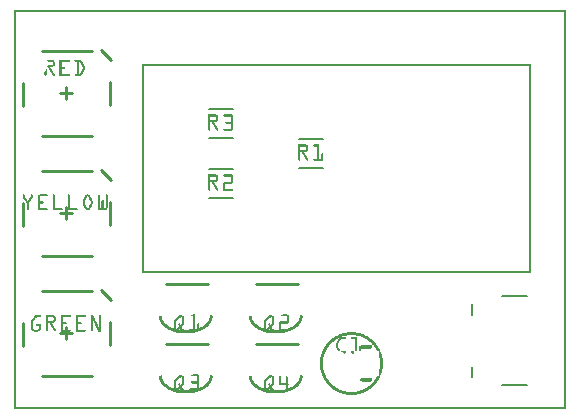
<source format=gto>
G04 MADE WITH FRITZING*
G04 WWW.FRITZING.ORG*
G04 DOUBLE SIDED*
G04 HOLES PLATED*
G04 CONTOUR ON CENTER OF CONTOUR VECTOR*
%ASAXBY*%
%FSLAX23Y23*%
%MOIN*%
%OFA0B0*%
%SFA1.0B1.0*%
%ADD10C,0.006000*%
%ADD11C,0.010000*%
%ADD12C,0.008000*%
%ADD13C,0.010417*%
%ADD14R,0.001000X0.001000*%
%LNSILK1*%
G90*
G70*
G54D10*
X649Y1001D02*
X730Y1001D01*
D02*
X650Y903D02*
X729Y903D01*
G54D11*
D02*
X506Y216D02*
X646Y216D01*
D02*
X506Y416D02*
X646Y416D01*
G54D10*
D02*
X949Y901D02*
X1030Y901D01*
D02*
X950Y803D02*
X1029Y803D01*
D02*
X649Y801D02*
X730Y801D01*
D02*
X650Y703D02*
X729Y703D01*
G54D11*
D02*
X806Y216D02*
X946Y216D01*
G54D12*
D02*
X1709Y79D02*
X1626Y79D01*
D02*
X1528Y107D02*
X1528Y142D01*
D02*
X1528Y315D02*
X1528Y351D01*
D02*
X1626Y378D02*
X1709Y378D01*
G54D11*
D02*
X806Y416D02*
X946Y416D01*
G54D13*
D02*
X320Y292D02*
X320Y214D01*
D02*
X94Y394D02*
X261Y394D01*
D02*
X92Y110D02*
X259Y110D01*
D02*
X31Y288D02*
X31Y210D01*
D02*
X172Y273D02*
X172Y233D01*
D02*
X192Y253D02*
X153Y253D01*
D02*
X290Y398D02*
X323Y365D01*
D02*
X320Y1092D02*
X320Y1014D01*
D02*
X94Y1194D02*
X261Y1194D01*
D02*
X92Y910D02*
X259Y910D01*
D02*
X31Y1088D02*
X31Y1010D01*
D02*
X172Y1073D02*
X172Y1033D01*
D02*
X192Y1053D02*
X153Y1053D01*
D02*
X290Y1198D02*
X323Y1165D01*
D02*
X320Y692D02*
X320Y614D01*
D02*
X94Y794D02*
X261Y794D01*
D02*
X92Y510D02*
X259Y510D01*
D02*
X31Y688D02*
X31Y610D01*
D02*
X172Y673D02*
X172Y633D01*
D02*
X192Y653D02*
X153Y653D01*
D02*
X290Y798D02*
X323Y765D01*
G54D14*
X0Y1330D02*
X1840Y1330D01*
X0Y1329D02*
X1840Y1329D01*
X0Y1328D02*
X1840Y1328D01*
X0Y1327D02*
X1840Y1327D01*
X0Y1326D02*
X1840Y1326D01*
X0Y1325D02*
X1840Y1325D01*
X0Y1324D02*
X1840Y1324D01*
X0Y1323D02*
X1840Y1323D01*
X0Y1322D02*
X7Y1322D01*
X1833Y1322D02*
X1840Y1322D01*
X0Y1321D02*
X7Y1321D01*
X1833Y1321D02*
X1840Y1321D01*
X0Y1320D02*
X7Y1320D01*
X1833Y1320D02*
X1840Y1320D01*
X0Y1319D02*
X7Y1319D01*
X1833Y1319D02*
X1840Y1319D01*
X0Y1318D02*
X7Y1318D01*
X1833Y1318D02*
X1840Y1318D01*
X0Y1317D02*
X7Y1317D01*
X1833Y1317D02*
X1840Y1317D01*
X0Y1316D02*
X7Y1316D01*
X1833Y1316D02*
X1840Y1316D01*
X0Y1315D02*
X7Y1315D01*
X1833Y1315D02*
X1840Y1315D01*
X0Y1314D02*
X7Y1314D01*
X1833Y1314D02*
X1840Y1314D01*
X0Y1313D02*
X7Y1313D01*
X1833Y1313D02*
X1840Y1313D01*
X0Y1312D02*
X7Y1312D01*
X1833Y1312D02*
X1840Y1312D01*
X0Y1311D02*
X7Y1311D01*
X1833Y1311D02*
X1840Y1311D01*
X0Y1310D02*
X7Y1310D01*
X1833Y1310D02*
X1840Y1310D01*
X0Y1309D02*
X7Y1309D01*
X1833Y1309D02*
X1840Y1309D01*
X0Y1308D02*
X7Y1308D01*
X1833Y1308D02*
X1840Y1308D01*
X0Y1307D02*
X7Y1307D01*
X1833Y1307D02*
X1840Y1307D01*
X0Y1306D02*
X7Y1306D01*
X1833Y1306D02*
X1840Y1306D01*
X0Y1305D02*
X7Y1305D01*
X1833Y1305D02*
X1840Y1305D01*
X0Y1304D02*
X7Y1304D01*
X1833Y1304D02*
X1840Y1304D01*
X0Y1303D02*
X7Y1303D01*
X1833Y1303D02*
X1840Y1303D01*
X0Y1302D02*
X7Y1302D01*
X1833Y1302D02*
X1840Y1302D01*
X0Y1301D02*
X7Y1301D01*
X1833Y1301D02*
X1840Y1301D01*
X0Y1300D02*
X7Y1300D01*
X1833Y1300D02*
X1840Y1300D01*
X0Y1299D02*
X7Y1299D01*
X1833Y1299D02*
X1840Y1299D01*
X0Y1298D02*
X7Y1298D01*
X1833Y1298D02*
X1840Y1298D01*
X0Y1297D02*
X7Y1297D01*
X1833Y1297D02*
X1840Y1297D01*
X0Y1296D02*
X7Y1296D01*
X1833Y1296D02*
X1840Y1296D01*
X0Y1295D02*
X7Y1295D01*
X1833Y1295D02*
X1840Y1295D01*
X0Y1294D02*
X7Y1294D01*
X1833Y1294D02*
X1840Y1294D01*
X0Y1293D02*
X7Y1293D01*
X1833Y1293D02*
X1840Y1293D01*
X0Y1292D02*
X7Y1292D01*
X1833Y1292D02*
X1840Y1292D01*
X0Y1291D02*
X7Y1291D01*
X1833Y1291D02*
X1840Y1291D01*
X0Y1290D02*
X7Y1290D01*
X1833Y1290D02*
X1840Y1290D01*
X0Y1289D02*
X7Y1289D01*
X1833Y1289D02*
X1840Y1289D01*
X0Y1288D02*
X7Y1288D01*
X1833Y1288D02*
X1840Y1288D01*
X0Y1287D02*
X7Y1287D01*
X1833Y1287D02*
X1840Y1287D01*
X0Y1286D02*
X7Y1286D01*
X1833Y1286D02*
X1840Y1286D01*
X0Y1285D02*
X7Y1285D01*
X1833Y1285D02*
X1840Y1285D01*
X0Y1284D02*
X7Y1284D01*
X1833Y1284D02*
X1840Y1284D01*
X0Y1283D02*
X7Y1283D01*
X1833Y1283D02*
X1840Y1283D01*
X0Y1282D02*
X7Y1282D01*
X1833Y1282D02*
X1840Y1282D01*
X0Y1281D02*
X7Y1281D01*
X1833Y1281D02*
X1840Y1281D01*
X0Y1280D02*
X7Y1280D01*
X1833Y1280D02*
X1840Y1280D01*
X0Y1279D02*
X7Y1279D01*
X1833Y1279D02*
X1840Y1279D01*
X0Y1278D02*
X7Y1278D01*
X1833Y1278D02*
X1840Y1278D01*
X0Y1277D02*
X7Y1277D01*
X1833Y1277D02*
X1840Y1277D01*
X0Y1276D02*
X7Y1276D01*
X1833Y1276D02*
X1840Y1276D01*
X0Y1275D02*
X7Y1275D01*
X1833Y1275D02*
X1840Y1275D01*
X0Y1274D02*
X7Y1274D01*
X1833Y1274D02*
X1840Y1274D01*
X0Y1273D02*
X7Y1273D01*
X1833Y1273D02*
X1840Y1273D01*
X0Y1272D02*
X7Y1272D01*
X1833Y1272D02*
X1840Y1272D01*
X0Y1271D02*
X7Y1271D01*
X1833Y1271D02*
X1840Y1271D01*
X0Y1270D02*
X7Y1270D01*
X1833Y1270D02*
X1840Y1270D01*
X0Y1269D02*
X7Y1269D01*
X1833Y1269D02*
X1840Y1269D01*
X0Y1268D02*
X7Y1268D01*
X1833Y1268D02*
X1840Y1268D01*
X0Y1267D02*
X7Y1267D01*
X1833Y1267D02*
X1840Y1267D01*
X0Y1266D02*
X7Y1266D01*
X1833Y1266D02*
X1840Y1266D01*
X0Y1265D02*
X7Y1265D01*
X1833Y1265D02*
X1840Y1265D01*
X0Y1264D02*
X7Y1264D01*
X1833Y1264D02*
X1840Y1264D01*
X0Y1263D02*
X7Y1263D01*
X1833Y1263D02*
X1840Y1263D01*
X0Y1262D02*
X7Y1262D01*
X1833Y1262D02*
X1840Y1262D01*
X0Y1261D02*
X7Y1261D01*
X1833Y1261D02*
X1840Y1261D01*
X0Y1260D02*
X7Y1260D01*
X1833Y1260D02*
X1840Y1260D01*
X0Y1259D02*
X7Y1259D01*
X1833Y1259D02*
X1840Y1259D01*
X0Y1258D02*
X7Y1258D01*
X1833Y1258D02*
X1840Y1258D01*
X0Y1257D02*
X7Y1257D01*
X1833Y1257D02*
X1840Y1257D01*
X0Y1256D02*
X7Y1256D01*
X1833Y1256D02*
X1840Y1256D01*
X0Y1255D02*
X7Y1255D01*
X1833Y1255D02*
X1840Y1255D01*
X0Y1254D02*
X7Y1254D01*
X1833Y1254D02*
X1840Y1254D01*
X0Y1253D02*
X7Y1253D01*
X1833Y1253D02*
X1840Y1253D01*
X0Y1252D02*
X7Y1252D01*
X1833Y1252D02*
X1840Y1252D01*
X0Y1251D02*
X7Y1251D01*
X1833Y1251D02*
X1840Y1251D01*
X0Y1250D02*
X7Y1250D01*
X1833Y1250D02*
X1840Y1250D01*
X0Y1249D02*
X7Y1249D01*
X1833Y1249D02*
X1840Y1249D01*
X0Y1248D02*
X7Y1248D01*
X1833Y1248D02*
X1840Y1248D01*
X0Y1247D02*
X7Y1247D01*
X1833Y1247D02*
X1840Y1247D01*
X0Y1246D02*
X7Y1246D01*
X1833Y1246D02*
X1840Y1246D01*
X0Y1245D02*
X7Y1245D01*
X1833Y1245D02*
X1840Y1245D01*
X0Y1244D02*
X7Y1244D01*
X1833Y1244D02*
X1840Y1244D01*
X0Y1243D02*
X7Y1243D01*
X1833Y1243D02*
X1840Y1243D01*
X0Y1242D02*
X7Y1242D01*
X1833Y1242D02*
X1840Y1242D01*
X0Y1241D02*
X7Y1241D01*
X1833Y1241D02*
X1840Y1241D01*
X0Y1240D02*
X7Y1240D01*
X1833Y1240D02*
X1840Y1240D01*
X0Y1239D02*
X7Y1239D01*
X1833Y1239D02*
X1840Y1239D01*
X0Y1238D02*
X7Y1238D01*
X1833Y1238D02*
X1840Y1238D01*
X0Y1237D02*
X7Y1237D01*
X1833Y1237D02*
X1840Y1237D01*
X0Y1236D02*
X7Y1236D01*
X1833Y1236D02*
X1840Y1236D01*
X0Y1235D02*
X7Y1235D01*
X1833Y1235D02*
X1840Y1235D01*
X0Y1234D02*
X7Y1234D01*
X1833Y1234D02*
X1840Y1234D01*
X0Y1233D02*
X7Y1233D01*
X1833Y1233D02*
X1840Y1233D01*
X0Y1232D02*
X7Y1232D01*
X1833Y1232D02*
X1840Y1232D01*
X0Y1231D02*
X7Y1231D01*
X1833Y1231D02*
X1840Y1231D01*
X0Y1230D02*
X7Y1230D01*
X1833Y1230D02*
X1840Y1230D01*
X0Y1229D02*
X7Y1229D01*
X1833Y1229D02*
X1840Y1229D01*
X0Y1228D02*
X7Y1228D01*
X1833Y1228D02*
X1840Y1228D01*
X0Y1227D02*
X7Y1227D01*
X1833Y1227D02*
X1840Y1227D01*
X0Y1226D02*
X7Y1226D01*
X1833Y1226D02*
X1840Y1226D01*
X0Y1225D02*
X7Y1225D01*
X1833Y1225D02*
X1840Y1225D01*
X0Y1224D02*
X7Y1224D01*
X1833Y1224D02*
X1840Y1224D01*
X0Y1223D02*
X7Y1223D01*
X1833Y1223D02*
X1840Y1223D01*
X0Y1222D02*
X7Y1222D01*
X1833Y1222D02*
X1840Y1222D01*
X0Y1221D02*
X7Y1221D01*
X1833Y1221D02*
X1840Y1221D01*
X0Y1220D02*
X7Y1220D01*
X1833Y1220D02*
X1840Y1220D01*
X0Y1219D02*
X7Y1219D01*
X1833Y1219D02*
X1840Y1219D01*
X0Y1218D02*
X7Y1218D01*
X1833Y1218D02*
X1840Y1218D01*
X0Y1217D02*
X7Y1217D01*
X1833Y1217D02*
X1840Y1217D01*
X0Y1216D02*
X7Y1216D01*
X1833Y1216D02*
X1840Y1216D01*
X0Y1215D02*
X7Y1215D01*
X1833Y1215D02*
X1840Y1215D01*
X0Y1214D02*
X7Y1214D01*
X1833Y1214D02*
X1840Y1214D01*
X0Y1213D02*
X7Y1213D01*
X1833Y1213D02*
X1840Y1213D01*
X0Y1212D02*
X7Y1212D01*
X1833Y1212D02*
X1840Y1212D01*
X0Y1211D02*
X7Y1211D01*
X1833Y1211D02*
X1840Y1211D01*
X0Y1210D02*
X7Y1210D01*
X1833Y1210D02*
X1840Y1210D01*
X0Y1209D02*
X7Y1209D01*
X1833Y1209D02*
X1840Y1209D01*
X0Y1208D02*
X7Y1208D01*
X1833Y1208D02*
X1840Y1208D01*
X0Y1207D02*
X7Y1207D01*
X1833Y1207D02*
X1840Y1207D01*
X0Y1206D02*
X7Y1206D01*
X1833Y1206D02*
X1840Y1206D01*
X0Y1205D02*
X7Y1205D01*
X1833Y1205D02*
X1840Y1205D01*
X0Y1204D02*
X7Y1204D01*
X1833Y1204D02*
X1840Y1204D01*
X0Y1203D02*
X7Y1203D01*
X1833Y1203D02*
X1840Y1203D01*
X0Y1202D02*
X7Y1202D01*
X1833Y1202D02*
X1840Y1202D01*
X0Y1201D02*
X7Y1201D01*
X1833Y1201D02*
X1840Y1201D01*
X0Y1200D02*
X7Y1200D01*
X1833Y1200D02*
X1840Y1200D01*
X0Y1199D02*
X7Y1199D01*
X1833Y1199D02*
X1840Y1199D01*
X0Y1198D02*
X7Y1198D01*
X1833Y1198D02*
X1840Y1198D01*
X0Y1197D02*
X7Y1197D01*
X1833Y1197D02*
X1840Y1197D01*
X0Y1196D02*
X7Y1196D01*
X1833Y1196D02*
X1840Y1196D01*
X0Y1195D02*
X7Y1195D01*
X1833Y1195D02*
X1840Y1195D01*
X0Y1194D02*
X7Y1194D01*
X1833Y1194D02*
X1840Y1194D01*
X0Y1193D02*
X7Y1193D01*
X1833Y1193D02*
X1840Y1193D01*
X0Y1192D02*
X7Y1192D01*
X1833Y1192D02*
X1840Y1192D01*
X0Y1191D02*
X7Y1191D01*
X1833Y1191D02*
X1840Y1191D01*
X0Y1190D02*
X7Y1190D01*
X1833Y1190D02*
X1840Y1190D01*
X0Y1189D02*
X7Y1189D01*
X1833Y1189D02*
X1840Y1189D01*
X0Y1188D02*
X7Y1188D01*
X1833Y1188D02*
X1840Y1188D01*
X0Y1187D02*
X7Y1187D01*
X1833Y1187D02*
X1840Y1187D01*
X0Y1186D02*
X7Y1186D01*
X1833Y1186D02*
X1840Y1186D01*
X0Y1185D02*
X7Y1185D01*
X1833Y1185D02*
X1840Y1185D01*
X0Y1184D02*
X7Y1184D01*
X1833Y1184D02*
X1840Y1184D01*
X0Y1183D02*
X7Y1183D01*
X1833Y1183D02*
X1840Y1183D01*
X0Y1182D02*
X7Y1182D01*
X1833Y1182D02*
X1840Y1182D01*
X0Y1181D02*
X7Y1181D01*
X1833Y1181D02*
X1840Y1181D01*
X0Y1180D02*
X7Y1180D01*
X1833Y1180D02*
X1840Y1180D01*
X0Y1179D02*
X7Y1179D01*
X1833Y1179D02*
X1840Y1179D01*
X0Y1178D02*
X7Y1178D01*
X1833Y1178D02*
X1840Y1178D01*
X0Y1177D02*
X7Y1177D01*
X1833Y1177D02*
X1840Y1177D01*
X0Y1176D02*
X7Y1176D01*
X1833Y1176D02*
X1840Y1176D01*
X0Y1175D02*
X7Y1175D01*
X1833Y1175D02*
X1840Y1175D01*
X0Y1174D02*
X7Y1174D01*
X1833Y1174D02*
X1840Y1174D01*
X0Y1173D02*
X7Y1173D01*
X1833Y1173D02*
X1840Y1173D01*
X0Y1172D02*
X7Y1172D01*
X1833Y1172D02*
X1840Y1172D01*
X0Y1171D02*
X7Y1171D01*
X1833Y1171D02*
X1840Y1171D01*
X0Y1170D02*
X7Y1170D01*
X1833Y1170D02*
X1840Y1170D01*
X0Y1169D02*
X7Y1169D01*
X1833Y1169D02*
X1840Y1169D01*
X0Y1168D02*
X7Y1168D01*
X1833Y1168D02*
X1840Y1168D01*
X0Y1167D02*
X7Y1167D01*
X1833Y1167D02*
X1840Y1167D01*
X0Y1166D02*
X7Y1166D01*
X1833Y1166D02*
X1840Y1166D01*
X0Y1165D02*
X7Y1165D01*
X1833Y1165D02*
X1840Y1165D01*
X0Y1164D02*
X7Y1164D01*
X112Y1164D02*
X128Y1164D01*
X152Y1164D02*
X184Y1164D01*
X204Y1164D02*
X220Y1164D01*
X1833Y1164D02*
X1840Y1164D01*
X0Y1163D02*
X7Y1163D01*
X112Y1163D02*
X130Y1163D01*
X152Y1163D02*
X185Y1163D01*
X203Y1163D02*
X222Y1163D01*
X1833Y1163D02*
X1840Y1163D01*
X0Y1162D02*
X7Y1162D01*
X112Y1162D02*
X132Y1162D01*
X152Y1162D02*
X185Y1162D01*
X202Y1162D02*
X224Y1162D01*
X1833Y1162D02*
X1840Y1162D01*
X0Y1161D02*
X7Y1161D01*
X113Y1161D02*
X133Y1161D01*
X152Y1161D02*
X186Y1161D01*
X202Y1161D02*
X225Y1161D01*
X1833Y1161D02*
X1840Y1161D01*
X0Y1160D02*
X7Y1160D01*
X113Y1160D02*
X134Y1160D01*
X152Y1160D02*
X185Y1160D01*
X202Y1160D02*
X226Y1160D01*
X1833Y1160D02*
X1840Y1160D01*
X0Y1159D02*
X7Y1159D01*
X113Y1159D02*
X134Y1159D01*
X152Y1159D02*
X185Y1159D01*
X203Y1159D02*
X226Y1159D01*
X1833Y1159D02*
X1840Y1159D01*
X0Y1158D02*
X7Y1158D01*
X113Y1158D02*
X135Y1158D01*
X152Y1158D02*
X184Y1158D01*
X204Y1158D02*
X227Y1158D01*
X1833Y1158D02*
X1840Y1158D01*
X0Y1157D02*
X7Y1157D01*
X128Y1157D02*
X135Y1157D01*
X152Y1157D02*
X158Y1157D01*
X209Y1157D02*
X215Y1157D01*
X220Y1157D02*
X228Y1157D01*
X1833Y1157D02*
X1840Y1157D01*
X0Y1156D02*
X7Y1156D01*
X129Y1156D02*
X135Y1156D01*
X152Y1156D02*
X158Y1156D01*
X209Y1156D02*
X215Y1156D01*
X221Y1156D02*
X228Y1156D01*
X1833Y1156D02*
X1840Y1156D01*
X0Y1155D02*
X7Y1155D01*
X129Y1155D02*
X136Y1155D01*
X152Y1155D02*
X158Y1155D01*
X209Y1155D02*
X215Y1155D01*
X222Y1155D02*
X229Y1155D01*
X1833Y1155D02*
X1840Y1155D01*
X0Y1154D02*
X7Y1154D01*
X130Y1154D02*
X136Y1154D01*
X152Y1154D02*
X158Y1154D01*
X209Y1154D02*
X215Y1154D01*
X222Y1154D02*
X229Y1154D01*
X1833Y1154D02*
X1840Y1154D01*
X0Y1153D02*
X7Y1153D01*
X130Y1153D02*
X136Y1153D01*
X152Y1153D02*
X158Y1153D01*
X209Y1153D02*
X215Y1153D01*
X223Y1153D02*
X230Y1153D01*
X1833Y1153D02*
X1840Y1153D01*
X0Y1152D02*
X7Y1152D01*
X130Y1152D02*
X136Y1152D01*
X152Y1152D02*
X158Y1152D01*
X209Y1152D02*
X215Y1152D01*
X223Y1152D02*
X230Y1152D01*
X1833Y1152D02*
X1840Y1152D01*
X0Y1151D02*
X7Y1151D01*
X130Y1151D02*
X136Y1151D01*
X152Y1151D02*
X158Y1151D01*
X209Y1151D02*
X215Y1151D01*
X224Y1151D02*
X231Y1151D01*
X426Y1151D02*
X1724Y1151D01*
X1833Y1151D02*
X1840Y1151D01*
X0Y1150D02*
X7Y1150D01*
X130Y1150D02*
X136Y1150D01*
X152Y1150D02*
X158Y1150D01*
X209Y1150D02*
X215Y1150D01*
X224Y1150D02*
X231Y1150D01*
X426Y1150D02*
X1724Y1150D01*
X1833Y1150D02*
X1840Y1150D01*
X0Y1149D02*
X7Y1149D01*
X129Y1149D02*
X135Y1149D01*
X152Y1149D02*
X158Y1149D01*
X209Y1149D02*
X215Y1149D01*
X225Y1149D02*
X232Y1149D01*
X426Y1149D02*
X1724Y1149D01*
X1833Y1149D02*
X1840Y1149D01*
X0Y1148D02*
X7Y1148D01*
X129Y1148D02*
X135Y1148D01*
X152Y1148D02*
X158Y1148D01*
X209Y1148D02*
X215Y1148D01*
X225Y1148D02*
X232Y1148D01*
X426Y1148D02*
X1724Y1148D01*
X1833Y1148D02*
X1840Y1148D01*
X0Y1147D02*
X7Y1147D01*
X127Y1147D02*
X135Y1147D01*
X152Y1147D02*
X158Y1147D01*
X209Y1147D02*
X215Y1147D01*
X226Y1147D02*
X233Y1147D01*
X426Y1147D02*
X1724Y1147D01*
X1833Y1147D02*
X1840Y1147D01*
X0Y1146D02*
X7Y1146D01*
X113Y1146D02*
X135Y1146D01*
X152Y1146D02*
X158Y1146D01*
X209Y1146D02*
X215Y1146D01*
X226Y1146D02*
X233Y1146D01*
X426Y1146D02*
X1724Y1146D01*
X1833Y1146D02*
X1840Y1146D01*
X0Y1145D02*
X7Y1145D01*
X113Y1145D02*
X134Y1145D01*
X152Y1145D02*
X158Y1145D01*
X209Y1145D02*
X215Y1145D01*
X227Y1145D02*
X234Y1145D01*
X426Y1145D02*
X1724Y1145D01*
X1833Y1145D02*
X1840Y1145D01*
X0Y1144D02*
X7Y1144D01*
X113Y1144D02*
X133Y1144D01*
X152Y1144D02*
X158Y1144D01*
X209Y1144D02*
X215Y1144D01*
X227Y1144D02*
X234Y1144D01*
X426Y1144D02*
X1724Y1144D01*
X1833Y1144D02*
X1840Y1144D01*
X0Y1143D02*
X7Y1143D01*
X113Y1143D02*
X133Y1143D01*
X152Y1143D02*
X158Y1143D01*
X209Y1143D02*
X215Y1143D01*
X228Y1143D02*
X234Y1143D01*
X426Y1143D02*
X433Y1143D01*
X1717Y1143D02*
X1724Y1143D01*
X1833Y1143D02*
X1840Y1143D01*
X0Y1142D02*
X7Y1142D01*
X112Y1142D02*
X131Y1142D01*
X152Y1142D02*
X158Y1142D01*
X209Y1142D02*
X215Y1142D01*
X228Y1142D02*
X235Y1142D01*
X426Y1142D02*
X433Y1142D01*
X1717Y1142D02*
X1724Y1142D01*
X1833Y1142D02*
X1840Y1142D01*
X0Y1141D02*
X7Y1141D01*
X112Y1141D02*
X130Y1141D01*
X152Y1141D02*
X158Y1141D01*
X209Y1141D02*
X215Y1141D01*
X229Y1141D02*
X235Y1141D01*
X426Y1141D02*
X433Y1141D01*
X1717Y1141D02*
X1724Y1141D01*
X1833Y1141D02*
X1840Y1141D01*
X0Y1140D02*
X7Y1140D01*
X112Y1140D02*
X127Y1140D01*
X152Y1140D02*
X170Y1140D01*
X209Y1140D02*
X215Y1140D01*
X229Y1140D02*
X235Y1140D01*
X426Y1140D02*
X433Y1140D01*
X1717Y1140D02*
X1724Y1140D01*
X1833Y1140D02*
X1840Y1140D01*
X0Y1139D02*
X7Y1139D01*
X114Y1139D02*
X121Y1139D01*
X152Y1139D02*
X171Y1139D01*
X209Y1139D02*
X215Y1139D01*
X229Y1139D02*
X235Y1139D01*
X426Y1139D02*
X433Y1139D01*
X1717Y1139D02*
X1724Y1139D01*
X1833Y1139D02*
X1840Y1139D01*
X0Y1138D02*
X7Y1138D01*
X115Y1138D02*
X122Y1138D01*
X152Y1138D02*
X172Y1138D01*
X209Y1138D02*
X215Y1138D01*
X229Y1138D02*
X236Y1138D01*
X426Y1138D02*
X433Y1138D01*
X1717Y1138D02*
X1724Y1138D01*
X1833Y1138D02*
X1840Y1138D01*
X0Y1137D02*
X7Y1137D01*
X115Y1137D02*
X123Y1137D01*
X152Y1137D02*
X172Y1137D01*
X209Y1137D02*
X215Y1137D01*
X230Y1137D02*
X236Y1137D01*
X426Y1137D02*
X433Y1137D01*
X1717Y1137D02*
X1724Y1137D01*
X1833Y1137D02*
X1840Y1137D01*
X0Y1136D02*
X7Y1136D01*
X116Y1136D02*
X123Y1136D01*
X152Y1136D02*
X171Y1136D01*
X209Y1136D02*
X215Y1136D01*
X229Y1136D02*
X235Y1136D01*
X426Y1136D02*
X433Y1136D01*
X1717Y1136D02*
X1724Y1136D01*
X1833Y1136D02*
X1840Y1136D01*
X0Y1135D02*
X7Y1135D01*
X117Y1135D02*
X124Y1135D01*
X152Y1135D02*
X171Y1135D01*
X209Y1135D02*
X215Y1135D01*
X229Y1135D02*
X235Y1135D01*
X426Y1135D02*
X433Y1135D01*
X1717Y1135D02*
X1724Y1135D01*
X1833Y1135D02*
X1840Y1135D01*
X0Y1134D02*
X7Y1134D01*
X117Y1134D02*
X124Y1134D01*
X152Y1134D02*
X169Y1134D01*
X209Y1134D02*
X215Y1134D01*
X229Y1134D02*
X235Y1134D01*
X426Y1134D02*
X433Y1134D01*
X1717Y1134D02*
X1724Y1134D01*
X1833Y1134D02*
X1840Y1134D01*
X0Y1133D02*
X7Y1133D01*
X118Y1133D02*
X125Y1133D01*
X152Y1133D02*
X158Y1133D01*
X209Y1133D02*
X215Y1133D01*
X228Y1133D02*
X235Y1133D01*
X426Y1133D02*
X433Y1133D01*
X1717Y1133D02*
X1724Y1133D01*
X1833Y1133D02*
X1840Y1133D01*
X0Y1132D02*
X7Y1132D01*
X108Y1132D02*
X108Y1132D01*
X118Y1132D02*
X126Y1132D01*
X152Y1132D02*
X158Y1132D01*
X209Y1132D02*
X215Y1132D01*
X228Y1132D02*
X235Y1132D01*
X426Y1132D02*
X433Y1132D01*
X1717Y1132D02*
X1724Y1132D01*
X1833Y1132D02*
X1840Y1132D01*
X0Y1131D02*
X7Y1131D01*
X107Y1131D02*
X108Y1131D01*
X119Y1131D02*
X126Y1131D01*
X152Y1131D02*
X158Y1131D01*
X209Y1131D02*
X215Y1131D01*
X227Y1131D02*
X234Y1131D01*
X426Y1131D02*
X433Y1131D01*
X1717Y1131D02*
X1724Y1131D01*
X1833Y1131D02*
X1840Y1131D01*
X0Y1130D02*
X7Y1130D01*
X107Y1130D02*
X108Y1130D01*
X119Y1130D02*
X127Y1130D01*
X152Y1130D02*
X158Y1130D01*
X209Y1130D02*
X215Y1130D01*
X227Y1130D02*
X234Y1130D01*
X426Y1130D02*
X433Y1130D01*
X1717Y1130D02*
X1724Y1130D01*
X1833Y1130D02*
X1840Y1130D01*
X0Y1129D02*
X7Y1129D01*
X106Y1129D02*
X108Y1129D01*
X120Y1129D02*
X127Y1129D01*
X152Y1129D02*
X158Y1129D01*
X209Y1129D02*
X215Y1129D01*
X226Y1129D02*
X233Y1129D01*
X426Y1129D02*
X433Y1129D01*
X1717Y1129D02*
X1724Y1129D01*
X1833Y1129D02*
X1840Y1129D01*
X0Y1128D02*
X7Y1128D01*
X105Y1128D02*
X108Y1128D01*
X121Y1128D02*
X128Y1128D01*
X152Y1128D02*
X158Y1128D01*
X209Y1128D02*
X215Y1128D01*
X226Y1128D02*
X233Y1128D01*
X426Y1128D02*
X433Y1128D01*
X1717Y1128D02*
X1724Y1128D01*
X1833Y1128D02*
X1840Y1128D01*
X0Y1127D02*
X7Y1127D01*
X104Y1127D02*
X108Y1127D01*
X121Y1127D02*
X128Y1127D01*
X152Y1127D02*
X158Y1127D01*
X209Y1127D02*
X215Y1127D01*
X225Y1127D02*
X232Y1127D01*
X426Y1127D02*
X433Y1127D01*
X1717Y1127D02*
X1724Y1127D01*
X1833Y1127D02*
X1840Y1127D01*
X0Y1126D02*
X7Y1126D01*
X104Y1126D02*
X108Y1126D01*
X122Y1126D02*
X129Y1126D01*
X152Y1126D02*
X158Y1126D01*
X209Y1126D02*
X215Y1126D01*
X225Y1126D02*
X232Y1126D01*
X426Y1126D02*
X433Y1126D01*
X1717Y1126D02*
X1724Y1126D01*
X1833Y1126D02*
X1840Y1126D01*
X0Y1125D02*
X7Y1125D01*
X103Y1125D02*
X108Y1125D01*
X122Y1125D02*
X130Y1125D01*
X152Y1125D02*
X158Y1125D01*
X209Y1125D02*
X215Y1125D01*
X224Y1125D02*
X231Y1125D01*
X426Y1125D02*
X433Y1125D01*
X1717Y1125D02*
X1724Y1125D01*
X1833Y1125D02*
X1840Y1125D01*
X0Y1124D02*
X7Y1124D01*
X102Y1124D02*
X108Y1124D01*
X123Y1124D02*
X130Y1124D01*
X152Y1124D02*
X158Y1124D01*
X209Y1124D02*
X215Y1124D01*
X224Y1124D02*
X231Y1124D01*
X426Y1124D02*
X433Y1124D01*
X1717Y1124D02*
X1724Y1124D01*
X1833Y1124D02*
X1840Y1124D01*
X0Y1123D02*
X7Y1123D01*
X102Y1123D02*
X108Y1123D01*
X124Y1123D02*
X131Y1123D01*
X152Y1123D02*
X158Y1123D01*
X209Y1123D02*
X215Y1123D01*
X223Y1123D02*
X230Y1123D01*
X426Y1123D02*
X433Y1123D01*
X1717Y1123D02*
X1724Y1123D01*
X1833Y1123D02*
X1840Y1123D01*
X0Y1122D02*
X7Y1122D01*
X102Y1122D02*
X108Y1122D01*
X124Y1122D02*
X131Y1122D01*
X152Y1122D02*
X158Y1122D01*
X209Y1122D02*
X215Y1122D01*
X223Y1122D02*
X230Y1122D01*
X426Y1122D02*
X433Y1122D01*
X1717Y1122D02*
X1724Y1122D01*
X1833Y1122D02*
X1840Y1122D01*
X0Y1121D02*
X7Y1121D01*
X102Y1121D02*
X108Y1121D01*
X125Y1121D02*
X132Y1121D01*
X152Y1121D02*
X158Y1121D01*
X209Y1121D02*
X215Y1121D01*
X222Y1121D02*
X229Y1121D01*
X426Y1121D02*
X433Y1121D01*
X1717Y1121D02*
X1724Y1121D01*
X1833Y1121D02*
X1840Y1121D01*
X0Y1120D02*
X7Y1120D01*
X102Y1120D02*
X108Y1120D01*
X125Y1120D02*
X133Y1120D01*
X152Y1120D02*
X158Y1120D01*
X209Y1120D02*
X215Y1120D01*
X222Y1120D02*
X229Y1120D01*
X426Y1120D02*
X433Y1120D01*
X1717Y1120D02*
X1724Y1120D01*
X1833Y1120D02*
X1840Y1120D01*
X0Y1119D02*
X7Y1119D01*
X102Y1119D02*
X108Y1119D01*
X126Y1119D02*
X133Y1119D01*
X152Y1119D02*
X158Y1119D01*
X209Y1119D02*
X215Y1119D01*
X221Y1119D02*
X228Y1119D01*
X426Y1119D02*
X433Y1119D01*
X1717Y1119D02*
X1724Y1119D01*
X1833Y1119D02*
X1840Y1119D01*
X0Y1118D02*
X7Y1118D01*
X102Y1118D02*
X108Y1118D01*
X126Y1118D02*
X134Y1118D01*
X152Y1118D02*
X158Y1118D01*
X209Y1118D02*
X215Y1118D01*
X220Y1118D02*
X228Y1118D01*
X426Y1118D02*
X433Y1118D01*
X1717Y1118D02*
X1724Y1118D01*
X1833Y1118D02*
X1840Y1118D01*
X0Y1117D02*
X7Y1117D01*
X102Y1117D02*
X108Y1117D01*
X127Y1117D02*
X134Y1117D01*
X152Y1117D02*
X183Y1117D01*
X204Y1117D02*
X227Y1117D01*
X426Y1117D02*
X433Y1117D01*
X1717Y1117D02*
X1724Y1117D01*
X1833Y1117D02*
X1840Y1117D01*
X0Y1116D02*
X7Y1116D01*
X102Y1116D02*
X108Y1116D01*
X128Y1116D02*
X135Y1116D01*
X152Y1116D02*
X185Y1116D01*
X203Y1116D02*
X227Y1116D01*
X426Y1116D02*
X433Y1116D01*
X1717Y1116D02*
X1724Y1116D01*
X1833Y1116D02*
X1840Y1116D01*
X0Y1115D02*
X7Y1115D01*
X102Y1115D02*
X108Y1115D01*
X128Y1115D02*
X135Y1115D01*
X152Y1115D02*
X185Y1115D01*
X202Y1115D02*
X226Y1115D01*
X426Y1115D02*
X433Y1115D01*
X1717Y1115D02*
X1724Y1115D01*
X1833Y1115D02*
X1840Y1115D01*
X0Y1114D02*
X7Y1114D01*
X102Y1114D02*
X108Y1114D01*
X129Y1114D02*
X136Y1114D01*
X152Y1114D02*
X186Y1114D01*
X202Y1114D02*
X226Y1114D01*
X426Y1114D02*
X433Y1114D01*
X1717Y1114D02*
X1724Y1114D01*
X1833Y1114D02*
X1840Y1114D01*
X0Y1113D02*
X7Y1113D01*
X102Y1113D02*
X108Y1113D01*
X129Y1113D02*
X135Y1113D01*
X152Y1113D02*
X185Y1113D01*
X202Y1113D02*
X224Y1113D01*
X426Y1113D02*
X433Y1113D01*
X1717Y1113D02*
X1724Y1113D01*
X1833Y1113D02*
X1840Y1113D01*
X0Y1112D02*
X7Y1112D01*
X103Y1112D02*
X107Y1112D01*
X130Y1112D02*
X135Y1112D01*
X152Y1112D02*
X185Y1112D01*
X203Y1112D02*
X223Y1112D01*
X426Y1112D02*
X433Y1112D01*
X1717Y1112D02*
X1724Y1112D01*
X1833Y1112D02*
X1840Y1112D01*
X0Y1111D02*
X7Y1111D01*
X103Y1111D02*
X107Y1111D01*
X131Y1111D02*
X134Y1111D01*
X152Y1111D02*
X184Y1111D01*
X203Y1111D02*
X221Y1111D01*
X426Y1111D02*
X433Y1111D01*
X1717Y1111D02*
X1724Y1111D01*
X1833Y1111D02*
X1840Y1111D01*
X0Y1110D02*
X7Y1110D01*
X426Y1110D02*
X433Y1110D01*
X1717Y1110D02*
X1724Y1110D01*
X1833Y1110D02*
X1840Y1110D01*
X0Y1109D02*
X7Y1109D01*
X426Y1109D02*
X433Y1109D01*
X1717Y1109D02*
X1724Y1109D01*
X1833Y1109D02*
X1840Y1109D01*
X0Y1108D02*
X7Y1108D01*
X426Y1108D02*
X433Y1108D01*
X1717Y1108D02*
X1724Y1108D01*
X1833Y1108D02*
X1840Y1108D01*
X0Y1107D02*
X7Y1107D01*
X426Y1107D02*
X433Y1107D01*
X1717Y1107D02*
X1724Y1107D01*
X1833Y1107D02*
X1840Y1107D01*
X0Y1106D02*
X7Y1106D01*
X426Y1106D02*
X433Y1106D01*
X1717Y1106D02*
X1724Y1106D01*
X1833Y1106D02*
X1840Y1106D01*
X0Y1105D02*
X7Y1105D01*
X426Y1105D02*
X433Y1105D01*
X1717Y1105D02*
X1724Y1105D01*
X1833Y1105D02*
X1840Y1105D01*
X0Y1104D02*
X7Y1104D01*
X426Y1104D02*
X433Y1104D01*
X1717Y1104D02*
X1724Y1104D01*
X1833Y1104D02*
X1840Y1104D01*
X0Y1103D02*
X7Y1103D01*
X426Y1103D02*
X433Y1103D01*
X1717Y1103D02*
X1724Y1103D01*
X1833Y1103D02*
X1840Y1103D01*
X0Y1102D02*
X7Y1102D01*
X426Y1102D02*
X433Y1102D01*
X1717Y1102D02*
X1724Y1102D01*
X1833Y1102D02*
X1840Y1102D01*
X0Y1101D02*
X7Y1101D01*
X426Y1101D02*
X433Y1101D01*
X1717Y1101D02*
X1724Y1101D01*
X1833Y1101D02*
X1840Y1101D01*
X0Y1100D02*
X7Y1100D01*
X426Y1100D02*
X433Y1100D01*
X1717Y1100D02*
X1724Y1100D01*
X1833Y1100D02*
X1840Y1100D01*
X0Y1099D02*
X7Y1099D01*
X426Y1099D02*
X433Y1099D01*
X1717Y1099D02*
X1724Y1099D01*
X1833Y1099D02*
X1840Y1099D01*
X0Y1098D02*
X7Y1098D01*
X426Y1098D02*
X433Y1098D01*
X1717Y1098D02*
X1724Y1098D01*
X1833Y1098D02*
X1840Y1098D01*
X0Y1097D02*
X7Y1097D01*
X426Y1097D02*
X433Y1097D01*
X1717Y1097D02*
X1724Y1097D01*
X1833Y1097D02*
X1840Y1097D01*
X0Y1096D02*
X7Y1096D01*
X426Y1096D02*
X433Y1096D01*
X1717Y1096D02*
X1724Y1096D01*
X1833Y1096D02*
X1840Y1096D01*
X0Y1095D02*
X7Y1095D01*
X426Y1095D02*
X433Y1095D01*
X1717Y1095D02*
X1724Y1095D01*
X1833Y1095D02*
X1840Y1095D01*
X0Y1094D02*
X7Y1094D01*
X426Y1094D02*
X433Y1094D01*
X1717Y1094D02*
X1724Y1094D01*
X1833Y1094D02*
X1840Y1094D01*
X0Y1093D02*
X7Y1093D01*
X426Y1093D02*
X433Y1093D01*
X1717Y1093D02*
X1724Y1093D01*
X1833Y1093D02*
X1840Y1093D01*
X0Y1092D02*
X7Y1092D01*
X426Y1092D02*
X433Y1092D01*
X1717Y1092D02*
X1724Y1092D01*
X1833Y1092D02*
X1840Y1092D01*
X0Y1091D02*
X7Y1091D01*
X426Y1091D02*
X433Y1091D01*
X1717Y1091D02*
X1724Y1091D01*
X1833Y1091D02*
X1840Y1091D01*
X0Y1090D02*
X7Y1090D01*
X426Y1090D02*
X433Y1090D01*
X1717Y1090D02*
X1724Y1090D01*
X1833Y1090D02*
X1840Y1090D01*
X0Y1089D02*
X7Y1089D01*
X426Y1089D02*
X433Y1089D01*
X1717Y1089D02*
X1724Y1089D01*
X1833Y1089D02*
X1840Y1089D01*
X0Y1088D02*
X7Y1088D01*
X426Y1088D02*
X433Y1088D01*
X1717Y1088D02*
X1724Y1088D01*
X1833Y1088D02*
X1840Y1088D01*
X0Y1087D02*
X7Y1087D01*
X426Y1087D02*
X433Y1087D01*
X1717Y1087D02*
X1724Y1087D01*
X1833Y1087D02*
X1840Y1087D01*
X0Y1086D02*
X7Y1086D01*
X426Y1086D02*
X433Y1086D01*
X1717Y1086D02*
X1724Y1086D01*
X1833Y1086D02*
X1840Y1086D01*
X0Y1085D02*
X7Y1085D01*
X426Y1085D02*
X433Y1085D01*
X1717Y1085D02*
X1724Y1085D01*
X1833Y1085D02*
X1840Y1085D01*
X0Y1084D02*
X7Y1084D01*
X426Y1084D02*
X433Y1084D01*
X1717Y1084D02*
X1724Y1084D01*
X1833Y1084D02*
X1840Y1084D01*
X0Y1083D02*
X7Y1083D01*
X426Y1083D02*
X433Y1083D01*
X1717Y1083D02*
X1724Y1083D01*
X1833Y1083D02*
X1840Y1083D01*
X0Y1082D02*
X7Y1082D01*
X426Y1082D02*
X433Y1082D01*
X1717Y1082D02*
X1724Y1082D01*
X1833Y1082D02*
X1840Y1082D01*
X0Y1081D02*
X7Y1081D01*
X426Y1081D02*
X433Y1081D01*
X1717Y1081D02*
X1724Y1081D01*
X1833Y1081D02*
X1840Y1081D01*
X0Y1080D02*
X7Y1080D01*
X426Y1080D02*
X433Y1080D01*
X1717Y1080D02*
X1724Y1080D01*
X1833Y1080D02*
X1840Y1080D01*
X0Y1079D02*
X7Y1079D01*
X426Y1079D02*
X433Y1079D01*
X1717Y1079D02*
X1724Y1079D01*
X1833Y1079D02*
X1840Y1079D01*
X0Y1078D02*
X7Y1078D01*
X426Y1078D02*
X433Y1078D01*
X1717Y1078D02*
X1724Y1078D01*
X1833Y1078D02*
X1840Y1078D01*
X0Y1077D02*
X7Y1077D01*
X426Y1077D02*
X433Y1077D01*
X1717Y1077D02*
X1724Y1077D01*
X1833Y1077D02*
X1840Y1077D01*
X0Y1076D02*
X7Y1076D01*
X426Y1076D02*
X433Y1076D01*
X1717Y1076D02*
X1724Y1076D01*
X1833Y1076D02*
X1840Y1076D01*
X0Y1075D02*
X7Y1075D01*
X426Y1075D02*
X433Y1075D01*
X1717Y1075D02*
X1724Y1075D01*
X1833Y1075D02*
X1840Y1075D01*
X0Y1074D02*
X7Y1074D01*
X426Y1074D02*
X433Y1074D01*
X1717Y1074D02*
X1724Y1074D01*
X1833Y1074D02*
X1840Y1074D01*
X0Y1073D02*
X7Y1073D01*
X426Y1073D02*
X433Y1073D01*
X1717Y1073D02*
X1724Y1073D01*
X1833Y1073D02*
X1840Y1073D01*
X0Y1072D02*
X7Y1072D01*
X426Y1072D02*
X433Y1072D01*
X1717Y1072D02*
X1724Y1072D01*
X1833Y1072D02*
X1840Y1072D01*
X0Y1071D02*
X7Y1071D01*
X426Y1071D02*
X433Y1071D01*
X1717Y1071D02*
X1724Y1071D01*
X1833Y1071D02*
X1840Y1071D01*
X0Y1070D02*
X7Y1070D01*
X426Y1070D02*
X433Y1070D01*
X1717Y1070D02*
X1724Y1070D01*
X1833Y1070D02*
X1840Y1070D01*
X0Y1069D02*
X7Y1069D01*
X426Y1069D02*
X433Y1069D01*
X1717Y1069D02*
X1724Y1069D01*
X1833Y1069D02*
X1840Y1069D01*
X0Y1068D02*
X7Y1068D01*
X426Y1068D02*
X433Y1068D01*
X1717Y1068D02*
X1724Y1068D01*
X1833Y1068D02*
X1840Y1068D01*
X0Y1067D02*
X7Y1067D01*
X426Y1067D02*
X433Y1067D01*
X1717Y1067D02*
X1724Y1067D01*
X1833Y1067D02*
X1840Y1067D01*
X0Y1066D02*
X7Y1066D01*
X426Y1066D02*
X433Y1066D01*
X1717Y1066D02*
X1724Y1066D01*
X1833Y1066D02*
X1840Y1066D01*
X0Y1065D02*
X7Y1065D01*
X426Y1065D02*
X433Y1065D01*
X1717Y1065D02*
X1724Y1065D01*
X1833Y1065D02*
X1840Y1065D01*
X0Y1064D02*
X7Y1064D01*
X426Y1064D02*
X433Y1064D01*
X1717Y1064D02*
X1724Y1064D01*
X1833Y1064D02*
X1840Y1064D01*
X0Y1063D02*
X7Y1063D01*
X426Y1063D02*
X433Y1063D01*
X1717Y1063D02*
X1724Y1063D01*
X1833Y1063D02*
X1840Y1063D01*
X0Y1062D02*
X7Y1062D01*
X426Y1062D02*
X433Y1062D01*
X1717Y1062D02*
X1724Y1062D01*
X1833Y1062D02*
X1840Y1062D01*
X0Y1061D02*
X7Y1061D01*
X426Y1061D02*
X433Y1061D01*
X1717Y1061D02*
X1724Y1061D01*
X1833Y1061D02*
X1840Y1061D01*
X0Y1060D02*
X7Y1060D01*
X426Y1060D02*
X433Y1060D01*
X1717Y1060D02*
X1724Y1060D01*
X1833Y1060D02*
X1840Y1060D01*
X0Y1059D02*
X7Y1059D01*
X426Y1059D02*
X433Y1059D01*
X1717Y1059D02*
X1724Y1059D01*
X1833Y1059D02*
X1840Y1059D01*
X0Y1058D02*
X7Y1058D01*
X426Y1058D02*
X433Y1058D01*
X1717Y1058D02*
X1724Y1058D01*
X1833Y1058D02*
X1840Y1058D01*
X0Y1057D02*
X7Y1057D01*
X426Y1057D02*
X433Y1057D01*
X1717Y1057D02*
X1724Y1057D01*
X1833Y1057D02*
X1840Y1057D01*
X0Y1056D02*
X7Y1056D01*
X426Y1056D02*
X433Y1056D01*
X1717Y1056D02*
X1724Y1056D01*
X1833Y1056D02*
X1840Y1056D01*
X0Y1055D02*
X7Y1055D01*
X426Y1055D02*
X433Y1055D01*
X1717Y1055D02*
X1724Y1055D01*
X1833Y1055D02*
X1840Y1055D01*
X0Y1054D02*
X7Y1054D01*
X426Y1054D02*
X433Y1054D01*
X1717Y1054D02*
X1724Y1054D01*
X1833Y1054D02*
X1840Y1054D01*
X0Y1053D02*
X7Y1053D01*
X426Y1053D02*
X433Y1053D01*
X1717Y1053D02*
X1724Y1053D01*
X1833Y1053D02*
X1840Y1053D01*
X0Y1052D02*
X7Y1052D01*
X426Y1052D02*
X433Y1052D01*
X1717Y1052D02*
X1724Y1052D01*
X1833Y1052D02*
X1840Y1052D01*
X0Y1051D02*
X7Y1051D01*
X426Y1051D02*
X433Y1051D01*
X1717Y1051D02*
X1724Y1051D01*
X1833Y1051D02*
X1840Y1051D01*
X0Y1050D02*
X7Y1050D01*
X426Y1050D02*
X433Y1050D01*
X1717Y1050D02*
X1724Y1050D01*
X1833Y1050D02*
X1840Y1050D01*
X0Y1049D02*
X7Y1049D01*
X426Y1049D02*
X433Y1049D01*
X1717Y1049D02*
X1724Y1049D01*
X1833Y1049D02*
X1840Y1049D01*
X0Y1048D02*
X7Y1048D01*
X426Y1048D02*
X433Y1048D01*
X1717Y1048D02*
X1724Y1048D01*
X1833Y1048D02*
X1840Y1048D01*
X0Y1047D02*
X7Y1047D01*
X426Y1047D02*
X433Y1047D01*
X1717Y1047D02*
X1724Y1047D01*
X1833Y1047D02*
X1840Y1047D01*
X0Y1046D02*
X7Y1046D01*
X426Y1046D02*
X433Y1046D01*
X1717Y1046D02*
X1724Y1046D01*
X1833Y1046D02*
X1840Y1046D01*
X0Y1045D02*
X7Y1045D01*
X426Y1045D02*
X433Y1045D01*
X1717Y1045D02*
X1724Y1045D01*
X1833Y1045D02*
X1840Y1045D01*
X0Y1044D02*
X7Y1044D01*
X426Y1044D02*
X433Y1044D01*
X1717Y1044D02*
X1724Y1044D01*
X1833Y1044D02*
X1840Y1044D01*
X0Y1043D02*
X7Y1043D01*
X426Y1043D02*
X433Y1043D01*
X1717Y1043D02*
X1724Y1043D01*
X1833Y1043D02*
X1840Y1043D01*
X0Y1042D02*
X7Y1042D01*
X426Y1042D02*
X433Y1042D01*
X1717Y1042D02*
X1724Y1042D01*
X1833Y1042D02*
X1840Y1042D01*
X0Y1041D02*
X7Y1041D01*
X426Y1041D02*
X433Y1041D01*
X1717Y1041D02*
X1724Y1041D01*
X1833Y1041D02*
X1840Y1041D01*
X0Y1040D02*
X7Y1040D01*
X426Y1040D02*
X433Y1040D01*
X1717Y1040D02*
X1724Y1040D01*
X1833Y1040D02*
X1840Y1040D01*
X0Y1039D02*
X7Y1039D01*
X426Y1039D02*
X433Y1039D01*
X1717Y1039D02*
X1724Y1039D01*
X1833Y1039D02*
X1840Y1039D01*
X0Y1038D02*
X7Y1038D01*
X426Y1038D02*
X433Y1038D01*
X1717Y1038D02*
X1724Y1038D01*
X1833Y1038D02*
X1840Y1038D01*
X0Y1037D02*
X7Y1037D01*
X426Y1037D02*
X433Y1037D01*
X1717Y1037D02*
X1724Y1037D01*
X1833Y1037D02*
X1840Y1037D01*
X0Y1036D02*
X7Y1036D01*
X426Y1036D02*
X433Y1036D01*
X1717Y1036D02*
X1724Y1036D01*
X1833Y1036D02*
X1840Y1036D01*
X0Y1035D02*
X7Y1035D01*
X426Y1035D02*
X433Y1035D01*
X1717Y1035D02*
X1724Y1035D01*
X1833Y1035D02*
X1840Y1035D01*
X0Y1034D02*
X7Y1034D01*
X426Y1034D02*
X433Y1034D01*
X1717Y1034D02*
X1724Y1034D01*
X1833Y1034D02*
X1840Y1034D01*
X0Y1033D02*
X7Y1033D01*
X426Y1033D02*
X433Y1033D01*
X1717Y1033D02*
X1724Y1033D01*
X1833Y1033D02*
X1840Y1033D01*
X0Y1032D02*
X7Y1032D01*
X426Y1032D02*
X433Y1032D01*
X1717Y1032D02*
X1724Y1032D01*
X1833Y1032D02*
X1840Y1032D01*
X0Y1031D02*
X7Y1031D01*
X426Y1031D02*
X433Y1031D01*
X1717Y1031D02*
X1724Y1031D01*
X1833Y1031D02*
X1840Y1031D01*
X0Y1030D02*
X7Y1030D01*
X426Y1030D02*
X433Y1030D01*
X1717Y1030D02*
X1724Y1030D01*
X1833Y1030D02*
X1840Y1030D01*
X0Y1029D02*
X7Y1029D01*
X426Y1029D02*
X433Y1029D01*
X1717Y1029D02*
X1724Y1029D01*
X1833Y1029D02*
X1840Y1029D01*
X0Y1028D02*
X7Y1028D01*
X426Y1028D02*
X433Y1028D01*
X1717Y1028D02*
X1724Y1028D01*
X1833Y1028D02*
X1840Y1028D01*
X0Y1027D02*
X7Y1027D01*
X426Y1027D02*
X433Y1027D01*
X1717Y1027D02*
X1724Y1027D01*
X1833Y1027D02*
X1840Y1027D01*
X0Y1026D02*
X7Y1026D01*
X426Y1026D02*
X433Y1026D01*
X1717Y1026D02*
X1724Y1026D01*
X1833Y1026D02*
X1840Y1026D01*
X0Y1025D02*
X7Y1025D01*
X426Y1025D02*
X433Y1025D01*
X1717Y1025D02*
X1724Y1025D01*
X1833Y1025D02*
X1840Y1025D01*
X0Y1024D02*
X7Y1024D01*
X426Y1024D02*
X433Y1024D01*
X1717Y1024D02*
X1724Y1024D01*
X1833Y1024D02*
X1840Y1024D01*
X0Y1023D02*
X7Y1023D01*
X426Y1023D02*
X433Y1023D01*
X1717Y1023D02*
X1724Y1023D01*
X1833Y1023D02*
X1840Y1023D01*
X0Y1022D02*
X7Y1022D01*
X426Y1022D02*
X433Y1022D01*
X1717Y1022D02*
X1724Y1022D01*
X1833Y1022D02*
X1840Y1022D01*
X0Y1021D02*
X7Y1021D01*
X426Y1021D02*
X433Y1021D01*
X1717Y1021D02*
X1724Y1021D01*
X1833Y1021D02*
X1840Y1021D01*
X0Y1020D02*
X7Y1020D01*
X426Y1020D02*
X433Y1020D01*
X1717Y1020D02*
X1724Y1020D01*
X1833Y1020D02*
X1840Y1020D01*
X0Y1019D02*
X7Y1019D01*
X426Y1019D02*
X433Y1019D01*
X1717Y1019D02*
X1724Y1019D01*
X1833Y1019D02*
X1840Y1019D01*
X0Y1018D02*
X7Y1018D01*
X426Y1018D02*
X433Y1018D01*
X1717Y1018D02*
X1724Y1018D01*
X1833Y1018D02*
X1840Y1018D01*
X0Y1017D02*
X7Y1017D01*
X426Y1017D02*
X433Y1017D01*
X1717Y1017D02*
X1724Y1017D01*
X1833Y1017D02*
X1840Y1017D01*
X0Y1016D02*
X7Y1016D01*
X426Y1016D02*
X433Y1016D01*
X1717Y1016D02*
X1724Y1016D01*
X1833Y1016D02*
X1840Y1016D01*
X0Y1015D02*
X7Y1015D01*
X426Y1015D02*
X433Y1015D01*
X1717Y1015D02*
X1724Y1015D01*
X1833Y1015D02*
X1840Y1015D01*
X0Y1014D02*
X7Y1014D01*
X426Y1014D02*
X433Y1014D01*
X1717Y1014D02*
X1724Y1014D01*
X1833Y1014D02*
X1840Y1014D01*
X0Y1013D02*
X7Y1013D01*
X426Y1013D02*
X433Y1013D01*
X1717Y1013D02*
X1724Y1013D01*
X1833Y1013D02*
X1840Y1013D01*
X0Y1012D02*
X7Y1012D01*
X426Y1012D02*
X433Y1012D01*
X1717Y1012D02*
X1724Y1012D01*
X1833Y1012D02*
X1840Y1012D01*
X0Y1011D02*
X7Y1011D01*
X426Y1011D02*
X433Y1011D01*
X1717Y1011D02*
X1724Y1011D01*
X1833Y1011D02*
X1840Y1011D01*
X0Y1010D02*
X7Y1010D01*
X426Y1010D02*
X433Y1010D01*
X1717Y1010D02*
X1724Y1010D01*
X1833Y1010D02*
X1840Y1010D01*
X0Y1009D02*
X7Y1009D01*
X426Y1009D02*
X433Y1009D01*
X1717Y1009D02*
X1724Y1009D01*
X1833Y1009D02*
X1840Y1009D01*
X0Y1008D02*
X7Y1008D01*
X426Y1008D02*
X433Y1008D01*
X1717Y1008D02*
X1724Y1008D01*
X1833Y1008D02*
X1840Y1008D01*
X0Y1007D02*
X7Y1007D01*
X426Y1007D02*
X433Y1007D01*
X1717Y1007D02*
X1724Y1007D01*
X1833Y1007D02*
X1840Y1007D01*
X0Y1006D02*
X7Y1006D01*
X426Y1006D02*
X433Y1006D01*
X1717Y1006D02*
X1724Y1006D01*
X1833Y1006D02*
X1840Y1006D01*
X0Y1005D02*
X7Y1005D01*
X426Y1005D02*
X433Y1005D01*
X1717Y1005D02*
X1724Y1005D01*
X1833Y1005D02*
X1840Y1005D01*
X0Y1004D02*
X7Y1004D01*
X426Y1004D02*
X433Y1004D01*
X1717Y1004D02*
X1724Y1004D01*
X1833Y1004D02*
X1840Y1004D01*
X0Y1003D02*
X7Y1003D01*
X426Y1003D02*
X433Y1003D01*
X1717Y1003D02*
X1724Y1003D01*
X1833Y1003D02*
X1840Y1003D01*
X0Y1002D02*
X7Y1002D01*
X426Y1002D02*
X433Y1002D01*
X1717Y1002D02*
X1724Y1002D01*
X1833Y1002D02*
X1840Y1002D01*
X0Y1001D02*
X7Y1001D01*
X426Y1001D02*
X433Y1001D01*
X1717Y1001D02*
X1724Y1001D01*
X1833Y1001D02*
X1840Y1001D01*
X0Y1000D02*
X7Y1000D01*
X426Y1000D02*
X433Y1000D01*
X1717Y1000D02*
X1724Y1000D01*
X1833Y1000D02*
X1840Y1000D01*
X0Y999D02*
X7Y999D01*
X426Y999D02*
X433Y999D01*
X1717Y999D02*
X1724Y999D01*
X1833Y999D02*
X1840Y999D01*
X0Y998D02*
X7Y998D01*
X426Y998D02*
X433Y998D01*
X1717Y998D02*
X1724Y998D01*
X1833Y998D02*
X1840Y998D01*
X0Y997D02*
X7Y997D01*
X426Y997D02*
X433Y997D01*
X1717Y997D02*
X1724Y997D01*
X1833Y997D02*
X1840Y997D01*
X0Y996D02*
X7Y996D01*
X426Y996D02*
X433Y996D01*
X1717Y996D02*
X1724Y996D01*
X1833Y996D02*
X1840Y996D01*
X0Y995D02*
X7Y995D01*
X426Y995D02*
X433Y995D01*
X1717Y995D02*
X1724Y995D01*
X1833Y995D02*
X1840Y995D01*
X0Y994D02*
X7Y994D01*
X426Y994D02*
X433Y994D01*
X1717Y994D02*
X1724Y994D01*
X1833Y994D02*
X1840Y994D01*
X0Y993D02*
X7Y993D01*
X426Y993D02*
X433Y993D01*
X1717Y993D02*
X1724Y993D01*
X1833Y993D02*
X1840Y993D01*
X0Y992D02*
X7Y992D01*
X426Y992D02*
X433Y992D01*
X1717Y992D02*
X1724Y992D01*
X1833Y992D02*
X1840Y992D01*
X0Y991D02*
X7Y991D01*
X426Y991D02*
X433Y991D01*
X1717Y991D02*
X1724Y991D01*
X1833Y991D02*
X1840Y991D01*
X0Y990D02*
X7Y990D01*
X426Y990D02*
X433Y990D01*
X1717Y990D02*
X1724Y990D01*
X1833Y990D02*
X1840Y990D01*
X0Y989D02*
X7Y989D01*
X426Y989D02*
X433Y989D01*
X1717Y989D02*
X1724Y989D01*
X1833Y989D02*
X1840Y989D01*
X0Y988D02*
X7Y988D01*
X426Y988D02*
X433Y988D01*
X1717Y988D02*
X1724Y988D01*
X1833Y988D02*
X1840Y988D01*
X0Y987D02*
X7Y987D01*
X426Y987D02*
X433Y987D01*
X1717Y987D02*
X1724Y987D01*
X1833Y987D02*
X1840Y987D01*
X0Y986D02*
X7Y986D01*
X426Y986D02*
X433Y986D01*
X1717Y986D02*
X1724Y986D01*
X1833Y986D02*
X1840Y986D01*
X0Y985D02*
X7Y985D01*
X426Y985D02*
X433Y985D01*
X1717Y985D02*
X1724Y985D01*
X1833Y985D02*
X1840Y985D01*
X0Y984D02*
X7Y984D01*
X426Y984D02*
X433Y984D01*
X1717Y984D02*
X1724Y984D01*
X1833Y984D02*
X1840Y984D01*
X0Y983D02*
X7Y983D01*
X426Y983D02*
X433Y983D01*
X1717Y983D02*
X1724Y983D01*
X1833Y983D02*
X1840Y983D01*
X0Y982D02*
X7Y982D01*
X426Y982D02*
X433Y982D01*
X648Y982D02*
X672Y982D01*
X700Y982D02*
X725Y982D01*
X1717Y982D02*
X1724Y982D01*
X1833Y982D02*
X1840Y982D01*
X0Y981D02*
X7Y981D01*
X426Y981D02*
X433Y981D01*
X647Y981D02*
X675Y981D01*
X698Y981D02*
X728Y981D01*
X1717Y981D02*
X1724Y981D01*
X1833Y981D02*
X1840Y981D01*
X0Y980D02*
X7Y980D01*
X426Y980D02*
X433Y980D01*
X647Y980D02*
X677Y980D01*
X698Y980D02*
X729Y980D01*
X1717Y980D02*
X1724Y980D01*
X1833Y980D02*
X1840Y980D01*
X0Y979D02*
X7Y979D01*
X426Y979D02*
X433Y979D01*
X647Y979D02*
X678Y979D01*
X698Y979D02*
X730Y979D01*
X1717Y979D02*
X1724Y979D01*
X1833Y979D02*
X1840Y979D01*
X0Y978D02*
X7Y978D01*
X426Y978D02*
X433Y978D01*
X647Y978D02*
X679Y978D01*
X698Y978D02*
X730Y978D01*
X1717Y978D02*
X1724Y978D01*
X1833Y978D02*
X1840Y978D01*
X0Y977D02*
X7Y977D01*
X426Y977D02*
X433Y977D01*
X647Y977D02*
X680Y977D01*
X698Y977D02*
X731Y977D01*
X1717Y977D02*
X1724Y977D01*
X1833Y977D02*
X1840Y977D01*
X0Y976D02*
X7Y976D01*
X426Y976D02*
X433Y976D01*
X647Y976D02*
X680Y976D01*
X699Y976D02*
X731Y976D01*
X1717Y976D02*
X1724Y976D01*
X1833Y976D02*
X1840Y976D01*
X0Y975D02*
X7Y975D01*
X426Y975D02*
X433Y975D01*
X647Y975D02*
X654Y975D01*
X672Y975D02*
X680Y975D01*
X725Y975D02*
X731Y975D01*
X1717Y975D02*
X1724Y975D01*
X1833Y975D02*
X1840Y975D01*
X0Y974D02*
X7Y974D01*
X426Y974D02*
X433Y974D01*
X647Y974D02*
X654Y974D01*
X674Y974D02*
X681Y974D01*
X725Y974D02*
X731Y974D01*
X1717Y974D02*
X1724Y974D01*
X1833Y974D02*
X1840Y974D01*
X0Y973D02*
X7Y973D01*
X426Y973D02*
X433Y973D01*
X647Y973D02*
X654Y973D01*
X675Y973D02*
X681Y973D01*
X725Y973D02*
X731Y973D01*
X1717Y973D02*
X1724Y973D01*
X1833Y973D02*
X1840Y973D01*
X0Y972D02*
X7Y972D01*
X426Y972D02*
X433Y972D01*
X647Y972D02*
X654Y972D01*
X675Y972D02*
X681Y972D01*
X725Y972D02*
X731Y972D01*
X1717Y972D02*
X1724Y972D01*
X1833Y972D02*
X1840Y972D01*
X0Y971D02*
X7Y971D01*
X426Y971D02*
X433Y971D01*
X647Y971D02*
X654Y971D01*
X675Y971D02*
X681Y971D01*
X725Y971D02*
X731Y971D01*
X1717Y971D02*
X1724Y971D01*
X1833Y971D02*
X1840Y971D01*
X0Y970D02*
X7Y970D01*
X426Y970D02*
X433Y970D01*
X647Y970D02*
X654Y970D01*
X675Y970D02*
X681Y970D01*
X725Y970D02*
X731Y970D01*
X1717Y970D02*
X1724Y970D01*
X1833Y970D02*
X1840Y970D01*
X0Y969D02*
X7Y969D01*
X426Y969D02*
X433Y969D01*
X647Y969D02*
X654Y969D01*
X675Y969D02*
X681Y969D01*
X725Y969D02*
X731Y969D01*
X1717Y969D02*
X1724Y969D01*
X1833Y969D02*
X1840Y969D01*
X0Y968D02*
X7Y968D01*
X426Y968D02*
X433Y968D01*
X647Y968D02*
X654Y968D01*
X675Y968D02*
X681Y968D01*
X725Y968D02*
X731Y968D01*
X1717Y968D02*
X1724Y968D01*
X1833Y968D02*
X1840Y968D01*
X0Y967D02*
X7Y967D01*
X426Y967D02*
X433Y967D01*
X647Y967D02*
X654Y967D01*
X675Y967D02*
X681Y967D01*
X725Y967D02*
X731Y967D01*
X1717Y967D02*
X1724Y967D01*
X1833Y967D02*
X1840Y967D01*
X0Y966D02*
X7Y966D01*
X426Y966D02*
X433Y966D01*
X647Y966D02*
X654Y966D01*
X674Y966D02*
X681Y966D01*
X725Y966D02*
X731Y966D01*
X1717Y966D02*
X1724Y966D01*
X1833Y966D02*
X1840Y966D01*
X0Y965D02*
X7Y965D01*
X426Y965D02*
X433Y965D01*
X647Y965D02*
X654Y965D01*
X673Y965D02*
X681Y965D01*
X725Y965D02*
X731Y965D01*
X1717Y965D02*
X1724Y965D01*
X1833Y965D02*
X1840Y965D01*
X0Y964D02*
X7Y964D01*
X426Y964D02*
X433Y964D01*
X647Y964D02*
X680Y964D01*
X725Y964D02*
X731Y964D01*
X1717Y964D02*
X1724Y964D01*
X1833Y964D02*
X1840Y964D01*
X0Y963D02*
X7Y963D01*
X426Y963D02*
X433Y963D01*
X647Y963D02*
X680Y963D01*
X725Y963D02*
X731Y963D01*
X1717Y963D02*
X1724Y963D01*
X1833Y963D02*
X1840Y963D01*
X0Y962D02*
X7Y962D01*
X426Y962D02*
X433Y962D01*
X647Y962D02*
X679Y962D01*
X725Y962D02*
X731Y962D01*
X1717Y962D02*
X1724Y962D01*
X1833Y962D02*
X1840Y962D01*
X0Y961D02*
X7Y961D01*
X426Y961D02*
X433Y961D01*
X647Y961D02*
X678Y961D01*
X725Y961D02*
X731Y961D01*
X1717Y961D02*
X1724Y961D01*
X1833Y961D02*
X1840Y961D01*
X0Y960D02*
X7Y960D01*
X426Y960D02*
X433Y960D01*
X647Y960D02*
X677Y960D01*
X724Y960D02*
X731Y960D01*
X1717Y960D02*
X1724Y960D01*
X1833Y960D02*
X1840Y960D01*
X0Y959D02*
X7Y959D01*
X426Y959D02*
X433Y959D01*
X647Y959D02*
X676Y959D01*
X723Y959D02*
X731Y959D01*
X1717Y959D02*
X1724Y959D01*
X1833Y959D02*
X1840Y959D01*
X0Y958D02*
X7Y958D01*
X426Y958D02*
X433Y958D01*
X647Y958D02*
X674Y958D01*
X706Y958D02*
X730Y958D01*
X1717Y958D02*
X1724Y958D01*
X1833Y958D02*
X1840Y958D01*
X0Y957D02*
X7Y957D01*
X426Y957D02*
X433Y957D01*
X647Y957D02*
X654Y957D01*
X660Y957D02*
X667Y957D01*
X705Y957D02*
X730Y957D01*
X1717Y957D02*
X1724Y957D01*
X1833Y957D02*
X1840Y957D01*
X0Y956D02*
X7Y956D01*
X426Y956D02*
X433Y956D01*
X647Y956D02*
X654Y956D01*
X660Y956D02*
X667Y956D01*
X705Y956D02*
X729Y956D01*
X1717Y956D02*
X1724Y956D01*
X1833Y956D02*
X1840Y956D01*
X0Y955D02*
X7Y955D01*
X426Y955D02*
X433Y955D01*
X647Y955D02*
X654Y955D01*
X661Y955D02*
X668Y955D01*
X704Y955D02*
X728Y955D01*
X1717Y955D02*
X1724Y955D01*
X1833Y955D02*
X1840Y955D01*
X0Y954D02*
X7Y954D01*
X426Y954D02*
X433Y954D01*
X647Y954D02*
X654Y954D01*
X661Y954D02*
X668Y954D01*
X705Y954D02*
X729Y954D01*
X1717Y954D02*
X1724Y954D01*
X1833Y954D02*
X1840Y954D01*
X0Y953D02*
X7Y953D01*
X426Y953D02*
X433Y953D01*
X647Y953D02*
X654Y953D01*
X662Y953D02*
X669Y953D01*
X705Y953D02*
X730Y953D01*
X1717Y953D02*
X1724Y953D01*
X1833Y953D02*
X1840Y953D01*
X0Y952D02*
X7Y952D01*
X426Y952D02*
X433Y952D01*
X647Y952D02*
X654Y952D01*
X662Y952D02*
X670Y952D01*
X706Y952D02*
X730Y952D01*
X1717Y952D02*
X1724Y952D01*
X1833Y952D02*
X1840Y952D01*
X0Y951D02*
X7Y951D01*
X426Y951D02*
X433Y951D01*
X647Y951D02*
X654Y951D01*
X663Y951D02*
X670Y951D01*
X723Y951D02*
X731Y951D01*
X1717Y951D02*
X1724Y951D01*
X1833Y951D02*
X1840Y951D01*
X0Y950D02*
X7Y950D01*
X426Y950D02*
X433Y950D01*
X647Y950D02*
X654Y950D01*
X664Y950D02*
X671Y950D01*
X724Y950D02*
X731Y950D01*
X1717Y950D02*
X1724Y950D01*
X1833Y950D02*
X1840Y950D01*
X0Y949D02*
X7Y949D01*
X426Y949D02*
X433Y949D01*
X647Y949D02*
X654Y949D01*
X664Y949D02*
X671Y949D01*
X725Y949D02*
X731Y949D01*
X1717Y949D02*
X1724Y949D01*
X1833Y949D02*
X1840Y949D01*
X0Y948D02*
X7Y948D01*
X426Y948D02*
X433Y948D01*
X647Y948D02*
X654Y948D01*
X665Y948D02*
X672Y948D01*
X725Y948D02*
X731Y948D01*
X1717Y948D02*
X1724Y948D01*
X1833Y948D02*
X1840Y948D01*
X0Y947D02*
X7Y947D01*
X426Y947D02*
X433Y947D01*
X647Y947D02*
X654Y947D01*
X665Y947D02*
X673Y947D01*
X725Y947D02*
X731Y947D01*
X1717Y947D02*
X1724Y947D01*
X1833Y947D02*
X1840Y947D01*
X0Y946D02*
X7Y946D01*
X426Y946D02*
X433Y946D01*
X647Y946D02*
X654Y946D01*
X666Y946D02*
X673Y946D01*
X725Y946D02*
X731Y946D01*
X1717Y946D02*
X1724Y946D01*
X1833Y946D02*
X1840Y946D01*
X0Y945D02*
X7Y945D01*
X426Y945D02*
X433Y945D01*
X647Y945D02*
X654Y945D01*
X667Y945D02*
X674Y945D01*
X725Y945D02*
X731Y945D01*
X1717Y945D02*
X1724Y945D01*
X1833Y945D02*
X1840Y945D01*
X0Y944D02*
X7Y944D01*
X426Y944D02*
X433Y944D01*
X647Y944D02*
X654Y944D01*
X667Y944D02*
X674Y944D01*
X725Y944D02*
X731Y944D01*
X1717Y944D02*
X1724Y944D01*
X1833Y944D02*
X1840Y944D01*
X0Y943D02*
X7Y943D01*
X426Y943D02*
X433Y943D01*
X647Y943D02*
X654Y943D01*
X668Y943D02*
X675Y943D01*
X725Y943D02*
X731Y943D01*
X1717Y943D02*
X1724Y943D01*
X1833Y943D02*
X1840Y943D01*
X0Y942D02*
X7Y942D01*
X426Y942D02*
X433Y942D01*
X647Y942D02*
X654Y942D01*
X668Y942D02*
X675Y942D01*
X725Y942D02*
X731Y942D01*
X1717Y942D02*
X1724Y942D01*
X1833Y942D02*
X1840Y942D01*
X0Y941D02*
X7Y941D01*
X426Y941D02*
X433Y941D01*
X647Y941D02*
X654Y941D01*
X669Y941D02*
X676Y941D01*
X725Y941D02*
X731Y941D01*
X1717Y941D02*
X1724Y941D01*
X1833Y941D02*
X1840Y941D01*
X0Y940D02*
X7Y940D01*
X426Y940D02*
X433Y940D01*
X647Y940D02*
X654Y940D01*
X669Y940D02*
X677Y940D01*
X725Y940D02*
X731Y940D01*
X1717Y940D02*
X1724Y940D01*
X1833Y940D02*
X1840Y940D01*
X0Y939D02*
X7Y939D01*
X426Y939D02*
X433Y939D01*
X647Y939D02*
X654Y939D01*
X670Y939D02*
X677Y939D01*
X725Y939D02*
X731Y939D01*
X1717Y939D02*
X1724Y939D01*
X1833Y939D02*
X1840Y939D01*
X0Y938D02*
X7Y938D01*
X426Y938D02*
X433Y938D01*
X647Y938D02*
X654Y938D01*
X671Y938D02*
X678Y938D01*
X725Y938D02*
X731Y938D01*
X1717Y938D02*
X1724Y938D01*
X1833Y938D02*
X1840Y938D01*
X0Y937D02*
X7Y937D01*
X426Y937D02*
X433Y937D01*
X647Y937D02*
X654Y937D01*
X671Y937D02*
X678Y937D01*
X725Y937D02*
X731Y937D01*
X1717Y937D02*
X1724Y937D01*
X1833Y937D02*
X1840Y937D01*
X0Y936D02*
X7Y936D01*
X426Y936D02*
X433Y936D01*
X647Y936D02*
X654Y936D01*
X672Y936D02*
X679Y936D01*
X725Y936D02*
X731Y936D01*
X1717Y936D02*
X1724Y936D01*
X1833Y936D02*
X1840Y936D01*
X0Y935D02*
X7Y935D01*
X426Y935D02*
X433Y935D01*
X647Y935D02*
X654Y935D01*
X672Y935D02*
X680Y935D01*
X701Y935D02*
X731Y935D01*
X1717Y935D02*
X1724Y935D01*
X1833Y935D02*
X1840Y935D01*
X0Y934D02*
X7Y934D01*
X426Y934D02*
X433Y934D01*
X647Y934D02*
X654Y934D01*
X673Y934D02*
X680Y934D01*
X699Y934D02*
X731Y934D01*
X1717Y934D02*
X1724Y934D01*
X1833Y934D02*
X1840Y934D01*
X0Y933D02*
X7Y933D01*
X426Y933D02*
X433Y933D01*
X647Y933D02*
X654Y933D01*
X674Y933D02*
X681Y933D01*
X698Y933D02*
X731Y933D01*
X1717Y933D02*
X1724Y933D01*
X1833Y933D02*
X1840Y933D01*
X0Y932D02*
X7Y932D01*
X426Y932D02*
X433Y932D01*
X647Y932D02*
X654Y932D01*
X674Y932D02*
X681Y932D01*
X698Y932D02*
X730Y932D01*
X1717Y932D02*
X1724Y932D01*
X1833Y932D02*
X1840Y932D01*
X0Y931D02*
X7Y931D01*
X426Y931D02*
X433Y931D01*
X648Y931D02*
X653Y931D01*
X675Y931D02*
X681Y931D01*
X698Y931D02*
X730Y931D01*
X1717Y931D02*
X1724Y931D01*
X1833Y931D02*
X1840Y931D01*
X0Y930D02*
X7Y930D01*
X426Y930D02*
X433Y930D01*
X648Y930D02*
X653Y930D01*
X675Y930D02*
X681Y930D01*
X698Y930D02*
X729Y930D01*
X1717Y930D02*
X1724Y930D01*
X1833Y930D02*
X1840Y930D01*
X0Y929D02*
X7Y929D01*
X426Y929D02*
X433Y929D01*
X649Y929D02*
X652Y929D01*
X676Y929D02*
X680Y929D01*
X699Y929D02*
X727Y929D01*
X1717Y929D02*
X1724Y929D01*
X1833Y929D02*
X1840Y929D01*
X0Y928D02*
X7Y928D01*
X426Y928D02*
X433Y928D01*
X1717Y928D02*
X1724Y928D01*
X1833Y928D02*
X1840Y928D01*
X0Y927D02*
X7Y927D01*
X426Y927D02*
X433Y927D01*
X1717Y927D02*
X1724Y927D01*
X1833Y927D02*
X1840Y927D01*
X0Y926D02*
X7Y926D01*
X426Y926D02*
X433Y926D01*
X1717Y926D02*
X1724Y926D01*
X1833Y926D02*
X1840Y926D01*
X0Y925D02*
X7Y925D01*
X426Y925D02*
X433Y925D01*
X1717Y925D02*
X1724Y925D01*
X1833Y925D02*
X1840Y925D01*
X0Y924D02*
X7Y924D01*
X426Y924D02*
X433Y924D01*
X1717Y924D02*
X1724Y924D01*
X1833Y924D02*
X1840Y924D01*
X0Y923D02*
X7Y923D01*
X426Y923D02*
X433Y923D01*
X1717Y923D02*
X1724Y923D01*
X1833Y923D02*
X1840Y923D01*
X0Y922D02*
X7Y922D01*
X426Y922D02*
X433Y922D01*
X1717Y922D02*
X1724Y922D01*
X1833Y922D02*
X1840Y922D01*
X0Y921D02*
X7Y921D01*
X426Y921D02*
X433Y921D01*
X1717Y921D02*
X1724Y921D01*
X1833Y921D02*
X1840Y921D01*
X0Y920D02*
X7Y920D01*
X426Y920D02*
X433Y920D01*
X1717Y920D02*
X1724Y920D01*
X1833Y920D02*
X1840Y920D01*
X0Y919D02*
X7Y919D01*
X426Y919D02*
X433Y919D01*
X1717Y919D02*
X1724Y919D01*
X1833Y919D02*
X1840Y919D01*
X0Y918D02*
X7Y918D01*
X426Y918D02*
X433Y918D01*
X1717Y918D02*
X1724Y918D01*
X1833Y918D02*
X1840Y918D01*
X0Y917D02*
X7Y917D01*
X426Y917D02*
X433Y917D01*
X1717Y917D02*
X1724Y917D01*
X1833Y917D02*
X1840Y917D01*
X0Y916D02*
X7Y916D01*
X426Y916D02*
X433Y916D01*
X1717Y916D02*
X1724Y916D01*
X1833Y916D02*
X1840Y916D01*
X0Y915D02*
X7Y915D01*
X426Y915D02*
X433Y915D01*
X1717Y915D02*
X1724Y915D01*
X1833Y915D02*
X1840Y915D01*
X0Y914D02*
X7Y914D01*
X426Y914D02*
X433Y914D01*
X1717Y914D02*
X1724Y914D01*
X1833Y914D02*
X1840Y914D01*
X0Y913D02*
X7Y913D01*
X426Y913D02*
X433Y913D01*
X1717Y913D02*
X1724Y913D01*
X1833Y913D02*
X1840Y913D01*
X0Y912D02*
X7Y912D01*
X426Y912D02*
X433Y912D01*
X1717Y912D02*
X1724Y912D01*
X1833Y912D02*
X1840Y912D01*
X0Y911D02*
X7Y911D01*
X426Y911D02*
X433Y911D01*
X1717Y911D02*
X1724Y911D01*
X1833Y911D02*
X1840Y911D01*
X0Y910D02*
X7Y910D01*
X426Y910D02*
X433Y910D01*
X1717Y910D02*
X1724Y910D01*
X1833Y910D02*
X1840Y910D01*
X0Y909D02*
X7Y909D01*
X426Y909D02*
X433Y909D01*
X1717Y909D02*
X1724Y909D01*
X1833Y909D02*
X1840Y909D01*
X0Y908D02*
X7Y908D01*
X426Y908D02*
X433Y908D01*
X1717Y908D02*
X1724Y908D01*
X1833Y908D02*
X1840Y908D01*
X0Y907D02*
X7Y907D01*
X426Y907D02*
X433Y907D01*
X1717Y907D02*
X1724Y907D01*
X1833Y907D02*
X1840Y907D01*
X0Y906D02*
X7Y906D01*
X426Y906D02*
X433Y906D01*
X1717Y906D02*
X1724Y906D01*
X1833Y906D02*
X1840Y906D01*
X0Y905D02*
X7Y905D01*
X426Y905D02*
X433Y905D01*
X1717Y905D02*
X1724Y905D01*
X1833Y905D02*
X1840Y905D01*
X0Y904D02*
X7Y904D01*
X426Y904D02*
X433Y904D01*
X1717Y904D02*
X1724Y904D01*
X1833Y904D02*
X1840Y904D01*
X0Y903D02*
X7Y903D01*
X426Y903D02*
X433Y903D01*
X1717Y903D02*
X1724Y903D01*
X1833Y903D02*
X1840Y903D01*
X0Y902D02*
X7Y902D01*
X426Y902D02*
X433Y902D01*
X1717Y902D02*
X1724Y902D01*
X1833Y902D02*
X1840Y902D01*
X0Y901D02*
X7Y901D01*
X426Y901D02*
X433Y901D01*
X1717Y901D02*
X1724Y901D01*
X1833Y901D02*
X1840Y901D01*
X0Y900D02*
X7Y900D01*
X426Y900D02*
X433Y900D01*
X1717Y900D02*
X1724Y900D01*
X1833Y900D02*
X1840Y900D01*
X0Y899D02*
X7Y899D01*
X426Y899D02*
X433Y899D01*
X1717Y899D02*
X1724Y899D01*
X1833Y899D02*
X1840Y899D01*
X0Y898D02*
X7Y898D01*
X426Y898D02*
X433Y898D01*
X1717Y898D02*
X1724Y898D01*
X1833Y898D02*
X1840Y898D01*
X0Y897D02*
X7Y897D01*
X426Y897D02*
X433Y897D01*
X1717Y897D02*
X1724Y897D01*
X1833Y897D02*
X1840Y897D01*
X0Y896D02*
X7Y896D01*
X426Y896D02*
X433Y896D01*
X1717Y896D02*
X1724Y896D01*
X1833Y896D02*
X1840Y896D01*
X0Y895D02*
X7Y895D01*
X426Y895D02*
X433Y895D01*
X1717Y895D02*
X1724Y895D01*
X1833Y895D02*
X1840Y895D01*
X0Y894D02*
X7Y894D01*
X426Y894D02*
X433Y894D01*
X1717Y894D02*
X1724Y894D01*
X1833Y894D02*
X1840Y894D01*
X0Y893D02*
X7Y893D01*
X426Y893D02*
X433Y893D01*
X1717Y893D02*
X1724Y893D01*
X1833Y893D02*
X1840Y893D01*
X0Y892D02*
X7Y892D01*
X426Y892D02*
X433Y892D01*
X1717Y892D02*
X1724Y892D01*
X1833Y892D02*
X1840Y892D01*
X0Y891D02*
X7Y891D01*
X426Y891D02*
X433Y891D01*
X1717Y891D02*
X1724Y891D01*
X1833Y891D02*
X1840Y891D01*
X0Y890D02*
X7Y890D01*
X426Y890D02*
X433Y890D01*
X1717Y890D02*
X1724Y890D01*
X1833Y890D02*
X1840Y890D01*
X0Y889D02*
X7Y889D01*
X426Y889D02*
X433Y889D01*
X1717Y889D02*
X1724Y889D01*
X1833Y889D02*
X1840Y889D01*
X0Y888D02*
X7Y888D01*
X426Y888D02*
X433Y888D01*
X1717Y888D02*
X1724Y888D01*
X1833Y888D02*
X1840Y888D01*
X0Y887D02*
X7Y887D01*
X426Y887D02*
X433Y887D01*
X1717Y887D02*
X1724Y887D01*
X1833Y887D02*
X1840Y887D01*
X0Y886D02*
X7Y886D01*
X426Y886D02*
X433Y886D01*
X1717Y886D02*
X1724Y886D01*
X1833Y886D02*
X1840Y886D01*
X0Y885D02*
X7Y885D01*
X426Y885D02*
X433Y885D01*
X1717Y885D02*
X1724Y885D01*
X1833Y885D02*
X1840Y885D01*
X0Y884D02*
X7Y884D01*
X426Y884D02*
X433Y884D01*
X1717Y884D02*
X1724Y884D01*
X1833Y884D02*
X1840Y884D01*
X0Y883D02*
X7Y883D01*
X426Y883D02*
X433Y883D01*
X1717Y883D02*
X1724Y883D01*
X1833Y883D02*
X1840Y883D01*
X0Y882D02*
X7Y882D01*
X426Y882D02*
X433Y882D01*
X948Y882D02*
X972Y882D01*
X1000Y882D02*
X1017Y882D01*
X1717Y882D02*
X1724Y882D01*
X1833Y882D02*
X1840Y882D01*
X0Y881D02*
X7Y881D01*
X426Y881D02*
X433Y881D01*
X947Y881D02*
X975Y881D01*
X998Y881D02*
X1017Y881D01*
X1717Y881D02*
X1724Y881D01*
X1833Y881D02*
X1840Y881D01*
X0Y880D02*
X7Y880D01*
X426Y880D02*
X433Y880D01*
X947Y880D02*
X977Y880D01*
X998Y880D02*
X1017Y880D01*
X1717Y880D02*
X1724Y880D01*
X1833Y880D02*
X1840Y880D01*
X0Y879D02*
X7Y879D01*
X426Y879D02*
X433Y879D01*
X947Y879D02*
X978Y879D01*
X997Y879D02*
X1017Y879D01*
X1717Y879D02*
X1724Y879D01*
X1833Y879D02*
X1840Y879D01*
X0Y878D02*
X7Y878D01*
X426Y878D02*
X433Y878D01*
X947Y878D02*
X979Y878D01*
X997Y878D02*
X1017Y878D01*
X1717Y878D02*
X1724Y878D01*
X1833Y878D02*
X1840Y878D01*
X0Y877D02*
X7Y877D01*
X426Y877D02*
X433Y877D01*
X947Y877D02*
X979Y877D01*
X998Y877D02*
X1017Y877D01*
X1717Y877D02*
X1724Y877D01*
X1833Y877D02*
X1840Y877D01*
X0Y876D02*
X7Y876D01*
X426Y876D02*
X433Y876D01*
X947Y876D02*
X980Y876D01*
X999Y876D02*
X1017Y876D01*
X1717Y876D02*
X1724Y876D01*
X1833Y876D02*
X1840Y876D01*
X0Y875D02*
X7Y875D01*
X426Y875D02*
X433Y875D01*
X947Y875D02*
X954Y875D01*
X972Y875D02*
X980Y875D01*
X1011Y875D02*
X1017Y875D01*
X1717Y875D02*
X1724Y875D01*
X1833Y875D02*
X1840Y875D01*
X0Y874D02*
X7Y874D01*
X426Y874D02*
X433Y874D01*
X947Y874D02*
X953Y874D01*
X974Y874D02*
X981Y874D01*
X1011Y874D02*
X1017Y874D01*
X1717Y874D02*
X1724Y874D01*
X1833Y874D02*
X1840Y874D01*
X0Y873D02*
X7Y873D01*
X426Y873D02*
X433Y873D01*
X947Y873D02*
X953Y873D01*
X975Y873D02*
X981Y873D01*
X1011Y873D02*
X1017Y873D01*
X1717Y873D02*
X1724Y873D01*
X1833Y873D02*
X1840Y873D01*
X0Y872D02*
X7Y872D01*
X426Y872D02*
X433Y872D01*
X947Y872D02*
X953Y872D01*
X975Y872D02*
X981Y872D01*
X1011Y872D02*
X1017Y872D01*
X1717Y872D02*
X1724Y872D01*
X1833Y872D02*
X1840Y872D01*
X0Y871D02*
X7Y871D01*
X426Y871D02*
X433Y871D01*
X947Y871D02*
X953Y871D01*
X975Y871D02*
X981Y871D01*
X1011Y871D02*
X1017Y871D01*
X1717Y871D02*
X1724Y871D01*
X1833Y871D02*
X1840Y871D01*
X0Y870D02*
X7Y870D01*
X426Y870D02*
X433Y870D01*
X947Y870D02*
X953Y870D01*
X975Y870D02*
X981Y870D01*
X1011Y870D02*
X1017Y870D01*
X1717Y870D02*
X1724Y870D01*
X1833Y870D02*
X1840Y870D01*
X0Y869D02*
X7Y869D01*
X426Y869D02*
X433Y869D01*
X947Y869D02*
X953Y869D01*
X975Y869D02*
X981Y869D01*
X1011Y869D02*
X1017Y869D01*
X1717Y869D02*
X1724Y869D01*
X1833Y869D02*
X1840Y869D01*
X0Y868D02*
X7Y868D01*
X426Y868D02*
X433Y868D01*
X947Y868D02*
X953Y868D01*
X975Y868D02*
X981Y868D01*
X1011Y868D02*
X1017Y868D01*
X1717Y868D02*
X1724Y868D01*
X1833Y868D02*
X1840Y868D01*
X0Y867D02*
X7Y867D01*
X426Y867D02*
X433Y867D01*
X947Y867D02*
X953Y867D01*
X975Y867D02*
X981Y867D01*
X1011Y867D02*
X1017Y867D01*
X1717Y867D02*
X1724Y867D01*
X1833Y867D02*
X1840Y867D01*
X0Y866D02*
X7Y866D01*
X426Y866D02*
X433Y866D01*
X947Y866D02*
X953Y866D01*
X974Y866D02*
X981Y866D01*
X1011Y866D02*
X1017Y866D01*
X1717Y866D02*
X1724Y866D01*
X1833Y866D02*
X1840Y866D01*
X0Y865D02*
X7Y865D01*
X426Y865D02*
X433Y865D01*
X947Y865D02*
X953Y865D01*
X973Y865D02*
X980Y865D01*
X1011Y865D02*
X1017Y865D01*
X1717Y865D02*
X1724Y865D01*
X1833Y865D02*
X1840Y865D01*
X0Y864D02*
X7Y864D01*
X426Y864D02*
X433Y864D01*
X947Y864D02*
X980Y864D01*
X1011Y864D02*
X1017Y864D01*
X1717Y864D02*
X1724Y864D01*
X1833Y864D02*
X1840Y864D01*
X0Y863D02*
X7Y863D01*
X426Y863D02*
X433Y863D01*
X947Y863D02*
X980Y863D01*
X1011Y863D02*
X1017Y863D01*
X1717Y863D02*
X1724Y863D01*
X1833Y863D02*
X1840Y863D01*
X0Y862D02*
X7Y862D01*
X426Y862D02*
X433Y862D01*
X947Y862D02*
X979Y862D01*
X1011Y862D02*
X1017Y862D01*
X1717Y862D02*
X1724Y862D01*
X1833Y862D02*
X1840Y862D01*
X0Y861D02*
X7Y861D01*
X426Y861D02*
X433Y861D01*
X947Y861D02*
X978Y861D01*
X1011Y861D02*
X1017Y861D01*
X1717Y861D02*
X1724Y861D01*
X1833Y861D02*
X1840Y861D01*
X0Y860D02*
X7Y860D01*
X426Y860D02*
X433Y860D01*
X947Y860D02*
X977Y860D01*
X1011Y860D02*
X1017Y860D01*
X1717Y860D02*
X1724Y860D01*
X1833Y860D02*
X1840Y860D01*
X0Y859D02*
X7Y859D01*
X426Y859D02*
X433Y859D01*
X947Y859D02*
X976Y859D01*
X1011Y859D02*
X1017Y859D01*
X1717Y859D02*
X1724Y859D01*
X1833Y859D02*
X1840Y859D01*
X0Y858D02*
X7Y858D01*
X426Y858D02*
X433Y858D01*
X947Y858D02*
X973Y858D01*
X1011Y858D02*
X1017Y858D01*
X1717Y858D02*
X1724Y858D01*
X1833Y858D02*
X1840Y858D01*
X0Y857D02*
X7Y857D01*
X426Y857D02*
X433Y857D01*
X947Y857D02*
X953Y857D01*
X959Y857D02*
X967Y857D01*
X1011Y857D02*
X1017Y857D01*
X1717Y857D02*
X1724Y857D01*
X1833Y857D02*
X1840Y857D01*
X0Y856D02*
X7Y856D01*
X426Y856D02*
X433Y856D01*
X947Y856D02*
X953Y856D01*
X960Y856D02*
X967Y856D01*
X1011Y856D02*
X1017Y856D01*
X1717Y856D02*
X1724Y856D01*
X1833Y856D02*
X1840Y856D01*
X0Y855D02*
X7Y855D01*
X426Y855D02*
X433Y855D01*
X947Y855D02*
X953Y855D01*
X961Y855D02*
X968Y855D01*
X1011Y855D02*
X1017Y855D01*
X1717Y855D02*
X1724Y855D01*
X1833Y855D02*
X1840Y855D01*
X0Y854D02*
X7Y854D01*
X426Y854D02*
X433Y854D01*
X947Y854D02*
X953Y854D01*
X961Y854D02*
X968Y854D01*
X1011Y854D02*
X1017Y854D01*
X1717Y854D02*
X1724Y854D01*
X1833Y854D02*
X1840Y854D01*
X0Y853D02*
X7Y853D01*
X426Y853D02*
X433Y853D01*
X947Y853D02*
X953Y853D01*
X962Y853D02*
X969Y853D01*
X1011Y853D02*
X1017Y853D01*
X1717Y853D02*
X1724Y853D01*
X1833Y853D02*
X1840Y853D01*
X0Y852D02*
X7Y852D01*
X426Y852D02*
X433Y852D01*
X947Y852D02*
X953Y852D01*
X962Y852D02*
X970Y852D01*
X1011Y852D02*
X1017Y852D01*
X1026Y852D02*
X1029Y852D01*
X1717Y852D02*
X1724Y852D01*
X1833Y852D02*
X1840Y852D01*
X0Y851D02*
X7Y851D01*
X426Y851D02*
X433Y851D01*
X947Y851D02*
X953Y851D01*
X963Y851D02*
X970Y851D01*
X1011Y851D02*
X1017Y851D01*
X1025Y851D02*
X1030Y851D01*
X1717Y851D02*
X1724Y851D01*
X1833Y851D02*
X1840Y851D01*
X0Y850D02*
X7Y850D01*
X426Y850D02*
X433Y850D01*
X947Y850D02*
X953Y850D01*
X964Y850D02*
X971Y850D01*
X1011Y850D02*
X1017Y850D01*
X1025Y850D02*
X1031Y850D01*
X1717Y850D02*
X1724Y850D01*
X1833Y850D02*
X1840Y850D01*
X0Y849D02*
X7Y849D01*
X426Y849D02*
X433Y849D01*
X947Y849D02*
X953Y849D01*
X964Y849D02*
X971Y849D01*
X1011Y849D02*
X1017Y849D01*
X1025Y849D02*
X1031Y849D01*
X1717Y849D02*
X1724Y849D01*
X1833Y849D02*
X1840Y849D01*
X0Y848D02*
X7Y848D01*
X426Y848D02*
X433Y848D01*
X947Y848D02*
X953Y848D01*
X965Y848D02*
X972Y848D01*
X1011Y848D02*
X1017Y848D01*
X1025Y848D02*
X1031Y848D01*
X1717Y848D02*
X1724Y848D01*
X1833Y848D02*
X1840Y848D01*
X0Y847D02*
X7Y847D01*
X426Y847D02*
X433Y847D01*
X947Y847D02*
X953Y847D01*
X965Y847D02*
X972Y847D01*
X1011Y847D02*
X1017Y847D01*
X1025Y847D02*
X1031Y847D01*
X1717Y847D02*
X1724Y847D01*
X1833Y847D02*
X1840Y847D01*
X0Y846D02*
X7Y846D01*
X426Y846D02*
X433Y846D01*
X947Y846D02*
X953Y846D01*
X966Y846D02*
X973Y846D01*
X1011Y846D02*
X1017Y846D01*
X1025Y846D02*
X1031Y846D01*
X1717Y846D02*
X1724Y846D01*
X1833Y846D02*
X1840Y846D01*
X0Y845D02*
X7Y845D01*
X426Y845D02*
X433Y845D01*
X947Y845D02*
X953Y845D01*
X966Y845D02*
X974Y845D01*
X1011Y845D02*
X1017Y845D01*
X1025Y845D02*
X1031Y845D01*
X1717Y845D02*
X1724Y845D01*
X1833Y845D02*
X1840Y845D01*
X0Y844D02*
X7Y844D01*
X426Y844D02*
X433Y844D01*
X947Y844D02*
X953Y844D01*
X967Y844D02*
X974Y844D01*
X1011Y844D02*
X1017Y844D01*
X1025Y844D02*
X1031Y844D01*
X1717Y844D02*
X1724Y844D01*
X1833Y844D02*
X1840Y844D01*
X0Y843D02*
X7Y843D01*
X426Y843D02*
X433Y843D01*
X947Y843D02*
X953Y843D01*
X968Y843D02*
X975Y843D01*
X1011Y843D02*
X1017Y843D01*
X1025Y843D02*
X1031Y843D01*
X1717Y843D02*
X1724Y843D01*
X1833Y843D02*
X1840Y843D01*
X0Y842D02*
X7Y842D01*
X426Y842D02*
X433Y842D01*
X947Y842D02*
X953Y842D01*
X968Y842D02*
X975Y842D01*
X1011Y842D02*
X1017Y842D01*
X1025Y842D02*
X1031Y842D01*
X1717Y842D02*
X1724Y842D01*
X1833Y842D02*
X1840Y842D01*
X0Y841D02*
X7Y841D01*
X426Y841D02*
X433Y841D01*
X947Y841D02*
X953Y841D01*
X969Y841D02*
X976Y841D01*
X1011Y841D02*
X1017Y841D01*
X1025Y841D02*
X1031Y841D01*
X1717Y841D02*
X1724Y841D01*
X1833Y841D02*
X1840Y841D01*
X0Y840D02*
X7Y840D01*
X426Y840D02*
X433Y840D01*
X947Y840D02*
X953Y840D01*
X969Y840D02*
X977Y840D01*
X1011Y840D02*
X1017Y840D01*
X1025Y840D02*
X1031Y840D01*
X1717Y840D02*
X1724Y840D01*
X1833Y840D02*
X1840Y840D01*
X0Y839D02*
X7Y839D01*
X426Y839D02*
X433Y839D01*
X947Y839D02*
X953Y839D01*
X970Y839D02*
X977Y839D01*
X1011Y839D02*
X1017Y839D01*
X1025Y839D02*
X1031Y839D01*
X1717Y839D02*
X1724Y839D01*
X1833Y839D02*
X1840Y839D01*
X0Y838D02*
X7Y838D01*
X426Y838D02*
X433Y838D01*
X947Y838D02*
X953Y838D01*
X971Y838D02*
X978Y838D01*
X1011Y838D02*
X1017Y838D01*
X1025Y838D02*
X1031Y838D01*
X1717Y838D02*
X1724Y838D01*
X1833Y838D02*
X1840Y838D01*
X0Y837D02*
X7Y837D01*
X426Y837D02*
X433Y837D01*
X947Y837D02*
X953Y837D01*
X971Y837D02*
X978Y837D01*
X1011Y837D02*
X1017Y837D01*
X1025Y837D02*
X1031Y837D01*
X1717Y837D02*
X1724Y837D01*
X1833Y837D02*
X1840Y837D01*
X0Y836D02*
X7Y836D01*
X426Y836D02*
X433Y836D01*
X947Y836D02*
X953Y836D01*
X972Y836D02*
X979Y836D01*
X1011Y836D02*
X1017Y836D01*
X1025Y836D02*
X1031Y836D01*
X1717Y836D02*
X1724Y836D01*
X1833Y836D02*
X1840Y836D01*
X0Y835D02*
X7Y835D01*
X426Y835D02*
X433Y835D01*
X947Y835D02*
X953Y835D01*
X972Y835D02*
X979Y835D01*
X1000Y835D02*
X1031Y835D01*
X1717Y835D02*
X1724Y835D01*
X1833Y835D02*
X1840Y835D01*
X0Y834D02*
X7Y834D01*
X426Y834D02*
X433Y834D01*
X947Y834D02*
X953Y834D01*
X973Y834D02*
X980Y834D01*
X998Y834D02*
X1031Y834D01*
X1717Y834D02*
X1724Y834D01*
X1833Y834D02*
X1840Y834D01*
X0Y833D02*
X7Y833D01*
X426Y833D02*
X433Y833D01*
X947Y833D02*
X953Y833D01*
X973Y833D02*
X981Y833D01*
X998Y833D02*
X1031Y833D01*
X1717Y833D02*
X1724Y833D01*
X1833Y833D02*
X1840Y833D01*
X0Y832D02*
X7Y832D01*
X426Y832D02*
X433Y832D01*
X947Y832D02*
X953Y832D01*
X974Y832D02*
X981Y832D01*
X997Y832D02*
X1031Y832D01*
X1717Y832D02*
X1724Y832D01*
X1833Y832D02*
X1840Y832D01*
X0Y831D02*
X7Y831D01*
X426Y831D02*
X433Y831D01*
X947Y831D02*
X953Y831D01*
X975Y831D02*
X981Y831D01*
X997Y831D02*
X1031Y831D01*
X1717Y831D02*
X1724Y831D01*
X1833Y831D02*
X1840Y831D01*
X0Y830D02*
X7Y830D01*
X426Y830D02*
X433Y830D01*
X948Y830D02*
X953Y830D01*
X975Y830D02*
X980Y830D01*
X998Y830D02*
X1030Y830D01*
X1717Y830D02*
X1724Y830D01*
X1833Y830D02*
X1840Y830D01*
X0Y829D02*
X7Y829D01*
X426Y829D02*
X433Y829D01*
X949Y829D02*
X952Y829D01*
X976Y829D02*
X980Y829D01*
X999Y829D02*
X1030Y829D01*
X1717Y829D02*
X1724Y829D01*
X1833Y829D02*
X1840Y829D01*
X0Y828D02*
X7Y828D01*
X426Y828D02*
X433Y828D01*
X1717Y828D02*
X1724Y828D01*
X1833Y828D02*
X1840Y828D01*
X0Y827D02*
X7Y827D01*
X426Y827D02*
X433Y827D01*
X1717Y827D02*
X1724Y827D01*
X1833Y827D02*
X1840Y827D01*
X0Y826D02*
X7Y826D01*
X426Y826D02*
X433Y826D01*
X1717Y826D02*
X1724Y826D01*
X1833Y826D02*
X1840Y826D01*
X0Y825D02*
X7Y825D01*
X426Y825D02*
X433Y825D01*
X1717Y825D02*
X1724Y825D01*
X1833Y825D02*
X1840Y825D01*
X0Y824D02*
X7Y824D01*
X426Y824D02*
X433Y824D01*
X1717Y824D02*
X1724Y824D01*
X1833Y824D02*
X1840Y824D01*
X0Y823D02*
X7Y823D01*
X426Y823D02*
X433Y823D01*
X1717Y823D02*
X1724Y823D01*
X1833Y823D02*
X1840Y823D01*
X0Y822D02*
X7Y822D01*
X426Y822D02*
X433Y822D01*
X1717Y822D02*
X1724Y822D01*
X1833Y822D02*
X1840Y822D01*
X0Y821D02*
X7Y821D01*
X426Y821D02*
X433Y821D01*
X1717Y821D02*
X1724Y821D01*
X1833Y821D02*
X1840Y821D01*
X0Y820D02*
X7Y820D01*
X426Y820D02*
X433Y820D01*
X1717Y820D02*
X1724Y820D01*
X1833Y820D02*
X1840Y820D01*
X0Y819D02*
X7Y819D01*
X426Y819D02*
X433Y819D01*
X1717Y819D02*
X1724Y819D01*
X1833Y819D02*
X1840Y819D01*
X0Y818D02*
X7Y818D01*
X426Y818D02*
X433Y818D01*
X1717Y818D02*
X1724Y818D01*
X1833Y818D02*
X1840Y818D01*
X0Y817D02*
X7Y817D01*
X426Y817D02*
X433Y817D01*
X1717Y817D02*
X1724Y817D01*
X1833Y817D02*
X1840Y817D01*
X0Y816D02*
X7Y816D01*
X426Y816D02*
X433Y816D01*
X1717Y816D02*
X1724Y816D01*
X1833Y816D02*
X1840Y816D01*
X0Y815D02*
X7Y815D01*
X426Y815D02*
X433Y815D01*
X1717Y815D02*
X1724Y815D01*
X1833Y815D02*
X1840Y815D01*
X0Y814D02*
X7Y814D01*
X426Y814D02*
X433Y814D01*
X1717Y814D02*
X1724Y814D01*
X1833Y814D02*
X1840Y814D01*
X0Y813D02*
X7Y813D01*
X426Y813D02*
X433Y813D01*
X1717Y813D02*
X1724Y813D01*
X1833Y813D02*
X1840Y813D01*
X0Y812D02*
X7Y812D01*
X426Y812D02*
X433Y812D01*
X1717Y812D02*
X1724Y812D01*
X1833Y812D02*
X1840Y812D01*
X0Y811D02*
X7Y811D01*
X426Y811D02*
X433Y811D01*
X1717Y811D02*
X1724Y811D01*
X1833Y811D02*
X1840Y811D01*
X0Y810D02*
X7Y810D01*
X426Y810D02*
X433Y810D01*
X1717Y810D02*
X1724Y810D01*
X1833Y810D02*
X1840Y810D01*
X0Y809D02*
X7Y809D01*
X426Y809D02*
X433Y809D01*
X1717Y809D02*
X1724Y809D01*
X1833Y809D02*
X1840Y809D01*
X0Y808D02*
X7Y808D01*
X426Y808D02*
X433Y808D01*
X1717Y808D02*
X1724Y808D01*
X1833Y808D02*
X1840Y808D01*
X0Y807D02*
X7Y807D01*
X426Y807D02*
X433Y807D01*
X1717Y807D02*
X1724Y807D01*
X1833Y807D02*
X1840Y807D01*
X0Y806D02*
X7Y806D01*
X426Y806D02*
X433Y806D01*
X1717Y806D02*
X1724Y806D01*
X1833Y806D02*
X1840Y806D01*
X0Y805D02*
X7Y805D01*
X426Y805D02*
X433Y805D01*
X1717Y805D02*
X1724Y805D01*
X1833Y805D02*
X1840Y805D01*
X0Y804D02*
X7Y804D01*
X426Y804D02*
X433Y804D01*
X1717Y804D02*
X1724Y804D01*
X1833Y804D02*
X1840Y804D01*
X0Y803D02*
X7Y803D01*
X426Y803D02*
X433Y803D01*
X1717Y803D02*
X1724Y803D01*
X1833Y803D02*
X1840Y803D01*
X0Y802D02*
X7Y802D01*
X426Y802D02*
X433Y802D01*
X1717Y802D02*
X1724Y802D01*
X1833Y802D02*
X1840Y802D01*
X0Y801D02*
X7Y801D01*
X426Y801D02*
X433Y801D01*
X1717Y801D02*
X1724Y801D01*
X1833Y801D02*
X1840Y801D01*
X0Y800D02*
X7Y800D01*
X426Y800D02*
X433Y800D01*
X1717Y800D02*
X1724Y800D01*
X1833Y800D02*
X1840Y800D01*
X0Y799D02*
X7Y799D01*
X426Y799D02*
X433Y799D01*
X1717Y799D02*
X1724Y799D01*
X1833Y799D02*
X1840Y799D01*
X0Y798D02*
X7Y798D01*
X426Y798D02*
X433Y798D01*
X1717Y798D02*
X1724Y798D01*
X1833Y798D02*
X1840Y798D01*
X0Y797D02*
X7Y797D01*
X426Y797D02*
X433Y797D01*
X1717Y797D02*
X1724Y797D01*
X1833Y797D02*
X1840Y797D01*
X0Y796D02*
X7Y796D01*
X426Y796D02*
X433Y796D01*
X1717Y796D02*
X1724Y796D01*
X1833Y796D02*
X1840Y796D01*
X0Y795D02*
X7Y795D01*
X426Y795D02*
X433Y795D01*
X1717Y795D02*
X1724Y795D01*
X1833Y795D02*
X1840Y795D01*
X0Y794D02*
X7Y794D01*
X426Y794D02*
X433Y794D01*
X1717Y794D02*
X1724Y794D01*
X1833Y794D02*
X1840Y794D01*
X0Y793D02*
X7Y793D01*
X426Y793D02*
X433Y793D01*
X1717Y793D02*
X1724Y793D01*
X1833Y793D02*
X1840Y793D01*
X0Y792D02*
X7Y792D01*
X426Y792D02*
X433Y792D01*
X1717Y792D02*
X1724Y792D01*
X1833Y792D02*
X1840Y792D01*
X0Y791D02*
X7Y791D01*
X426Y791D02*
X433Y791D01*
X1717Y791D02*
X1724Y791D01*
X1833Y791D02*
X1840Y791D01*
X0Y790D02*
X7Y790D01*
X426Y790D02*
X433Y790D01*
X1717Y790D02*
X1724Y790D01*
X1833Y790D02*
X1840Y790D01*
X0Y789D02*
X7Y789D01*
X426Y789D02*
X433Y789D01*
X1717Y789D02*
X1724Y789D01*
X1833Y789D02*
X1840Y789D01*
X0Y788D02*
X7Y788D01*
X426Y788D02*
X433Y788D01*
X1717Y788D02*
X1724Y788D01*
X1833Y788D02*
X1840Y788D01*
X0Y787D02*
X7Y787D01*
X426Y787D02*
X433Y787D01*
X1717Y787D02*
X1724Y787D01*
X1833Y787D02*
X1840Y787D01*
X0Y786D02*
X7Y786D01*
X426Y786D02*
X433Y786D01*
X1717Y786D02*
X1724Y786D01*
X1833Y786D02*
X1840Y786D01*
X0Y785D02*
X7Y785D01*
X426Y785D02*
X433Y785D01*
X1717Y785D02*
X1724Y785D01*
X1833Y785D02*
X1840Y785D01*
X0Y784D02*
X7Y784D01*
X426Y784D02*
X433Y784D01*
X1717Y784D02*
X1724Y784D01*
X1833Y784D02*
X1840Y784D01*
X0Y783D02*
X7Y783D01*
X426Y783D02*
X433Y783D01*
X1717Y783D02*
X1724Y783D01*
X1833Y783D02*
X1840Y783D01*
X0Y782D02*
X7Y782D01*
X426Y782D02*
X433Y782D01*
X648Y782D02*
X673Y782D01*
X700Y782D02*
X726Y782D01*
X1717Y782D02*
X1724Y782D01*
X1833Y782D02*
X1840Y782D01*
X0Y781D02*
X7Y781D01*
X426Y781D02*
X433Y781D01*
X647Y781D02*
X675Y781D01*
X698Y781D02*
X728Y781D01*
X1717Y781D02*
X1724Y781D01*
X1833Y781D02*
X1840Y781D01*
X0Y780D02*
X7Y780D01*
X426Y780D02*
X433Y780D01*
X647Y780D02*
X677Y780D01*
X698Y780D02*
X729Y780D01*
X1717Y780D02*
X1724Y780D01*
X1833Y780D02*
X1840Y780D01*
X0Y779D02*
X7Y779D01*
X426Y779D02*
X433Y779D01*
X647Y779D02*
X678Y779D01*
X698Y779D02*
X730Y779D01*
X1717Y779D02*
X1724Y779D01*
X1833Y779D02*
X1840Y779D01*
X0Y778D02*
X7Y778D01*
X426Y778D02*
X433Y778D01*
X647Y778D02*
X679Y778D01*
X698Y778D02*
X730Y778D01*
X1717Y778D02*
X1724Y778D01*
X1833Y778D02*
X1840Y778D01*
X0Y777D02*
X7Y777D01*
X426Y777D02*
X433Y777D01*
X647Y777D02*
X680Y777D01*
X698Y777D02*
X731Y777D01*
X1717Y777D02*
X1724Y777D01*
X1833Y777D02*
X1840Y777D01*
X0Y776D02*
X7Y776D01*
X426Y776D02*
X433Y776D01*
X647Y776D02*
X680Y776D01*
X699Y776D02*
X731Y776D01*
X1717Y776D02*
X1724Y776D01*
X1833Y776D02*
X1840Y776D01*
X0Y775D02*
X7Y775D01*
X426Y775D02*
X433Y775D01*
X647Y775D02*
X654Y775D01*
X673Y775D02*
X680Y775D01*
X725Y775D02*
X731Y775D01*
X1717Y775D02*
X1724Y775D01*
X1833Y775D02*
X1840Y775D01*
X0Y774D02*
X7Y774D01*
X426Y774D02*
X433Y774D01*
X647Y774D02*
X654Y774D01*
X674Y774D02*
X681Y774D01*
X725Y774D02*
X731Y774D01*
X1717Y774D02*
X1724Y774D01*
X1833Y774D02*
X1840Y774D01*
X0Y773D02*
X7Y773D01*
X426Y773D02*
X433Y773D01*
X647Y773D02*
X654Y773D01*
X675Y773D02*
X681Y773D01*
X725Y773D02*
X731Y773D01*
X1717Y773D02*
X1724Y773D01*
X1833Y773D02*
X1840Y773D01*
X0Y772D02*
X7Y772D01*
X426Y772D02*
X433Y772D01*
X647Y772D02*
X654Y772D01*
X675Y772D02*
X681Y772D01*
X725Y772D02*
X731Y772D01*
X1717Y772D02*
X1724Y772D01*
X1833Y772D02*
X1840Y772D01*
X0Y771D02*
X7Y771D01*
X426Y771D02*
X433Y771D01*
X647Y771D02*
X654Y771D01*
X675Y771D02*
X681Y771D01*
X725Y771D02*
X731Y771D01*
X1717Y771D02*
X1724Y771D01*
X1833Y771D02*
X1840Y771D01*
X0Y770D02*
X7Y770D01*
X426Y770D02*
X433Y770D01*
X647Y770D02*
X654Y770D01*
X675Y770D02*
X681Y770D01*
X725Y770D02*
X731Y770D01*
X1717Y770D02*
X1724Y770D01*
X1833Y770D02*
X1840Y770D01*
X0Y769D02*
X7Y769D01*
X426Y769D02*
X433Y769D01*
X647Y769D02*
X654Y769D01*
X675Y769D02*
X681Y769D01*
X725Y769D02*
X731Y769D01*
X1717Y769D02*
X1724Y769D01*
X1833Y769D02*
X1840Y769D01*
X0Y768D02*
X7Y768D01*
X426Y768D02*
X433Y768D01*
X647Y768D02*
X654Y768D01*
X675Y768D02*
X681Y768D01*
X725Y768D02*
X731Y768D01*
X1717Y768D02*
X1724Y768D01*
X1833Y768D02*
X1840Y768D01*
X0Y767D02*
X7Y767D01*
X426Y767D02*
X433Y767D01*
X647Y767D02*
X654Y767D01*
X675Y767D02*
X681Y767D01*
X725Y767D02*
X731Y767D01*
X1717Y767D02*
X1724Y767D01*
X1833Y767D02*
X1840Y767D01*
X0Y766D02*
X7Y766D01*
X426Y766D02*
X433Y766D01*
X647Y766D02*
X654Y766D01*
X674Y766D02*
X681Y766D01*
X725Y766D02*
X731Y766D01*
X1717Y766D02*
X1724Y766D01*
X1833Y766D02*
X1840Y766D01*
X0Y765D02*
X7Y765D01*
X426Y765D02*
X433Y765D01*
X647Y765D02*
X654Y765D01*
X673Y765D02*
X681Y765D01*
X725Y765D02*
X731Y765D01*
X1717Y765D02*
X1724Y765D01*
X1833Y765D02*
X1840Y765D01*
X0Y764D02*
X7Y764D01*
X426Y764D02*
X433Y764D01*
X647Y764D02*
X680Y764D01*
X725Y764D02*
X731Y764D01*
X1717Y764D02*
X1724Y764D01*
X1833Y764D02*
X1840Y764D01*
X0Y763D02*
X7Y763D01*
X426Y763D02*
X433Y763D01*
X647Y763D02*
X680Y763D01*
X725Y763D02*
X731Y763D01*
X1717Y763D02*
X1724Y763D01*
X1833Y763D02*
X1840Y763D01*
X0Y762D02*
X7Y762D01*
X426Y762D02*
X433Y762D01*
X647Y762D02*
X679Y762D01*
X725Y762D02*
X731Y762D01*
X1717Y762D02*
X1724Y762D01*
X1833Y762D02*
X1840Y762D01*
X0Y761D02*
X7Y761D01*
X426Y761D02*
X433Y761D01*
X647Y761D02*
X678Y761D01*
X725Y761D02*
X731Y761D01*
X1717Y761D02*
X1724Y761D01*
X1833Y761D02*
X1840Y761D01*
X0Y760D02*
X7Y760D01*
X426Y760D02*
X433Y760D01*
X647Y760D02*
X677Y760D01*
X725Y760D02*
X731Y760D01*
X1717Y760D02*
X1724Y760D01*
X1833Y760D02*
X1840Y760D01*
X0Y759D02*
X7Y759D01*
X426Y759D02*
X433Y759D01*
X647Y759D02*
X676Y759D01*
X725Y759D02*
X731Y759D01*
X1717Y759D02*
X1724Y759D01*
X1833Y759D02*
X1840Y759D01*
X0Y758D02*
X7Y758D01*
X426Y758D02*
X433Y758D01*
X647Y758D02*
X673Y758D01*
X702Y758D02*
X731Y758D01*
X1717Y758D02*
X1724Y758D01*
X1833Y758D02*
X1840Y758D01*
X0Y757D02*
X7Y757D01*
X426Y757D02*
X433Y757D01*
X647Y757D02*
X654Y757D01*
X660Y757D02*
X667Y757D01*
X700Y757D02*
X731Y757D01*
X1717Y757D02*
X1724Y757D01*
X1833Y757D02*
X1840Y757D01*
X0Y756D02*
X7Y756D01*
X426Y756D02*
X433Y756D01*
X647Y756D02*
X654Y756D01*
X660Y756D02*
X667Y756D01*
X699Y756D02*
X730Y756D01*
X1717Y756D02*
X1724Y756D01*
X1833Y756D02*
X1840Y756D01*
X0Y755D02*
X7Y755D01*
X426Y755D02*
X433Y755D01*
X647Y755D02*
X654Y755D01*
X661Y755D02*
X668Y755D01*
X698Y755D02*
X730Y755D01*
X1717Y755D02*
X1724Y755D01*
X1833Y755D02*
X1840Y755D01*
X0Y754D02*
X7Y754D01*
X426Y754D02*
X433Y754D01*
X647Y754D02*
X654Y754D01*
X661Y754D02*
X669Y754D01*
X698Y754D02*
X729Y754D01*
X1717Y754D02*
X1724Y754D01*
X1833Y754D02*
X1840Y754D01*
X0Y753D02*
X7Y753D01*
X426Y753D02*
X433Y753D01*
X647Y753D02*
X654Y753D01*
X662Y753D02*
X669Y753D01*
X698Y753D02*
X728Y753D01*
X1717Y753D02*
X1724Y753D01*
X1833Y753D02*
X1840Y753D01*
X0Y752D02*
X7Y752D01*
X426Y752D02*
X433Y752D01*
X647Y752D02*
X654Y752D01*
X662Y752D02*
X670Y752D01*
X697Y752D02*
X726Y752D01*
X1717Y752D02*
X1724Y752D01*
X1833Y752D02*
X1840Y752D01*
X0Y751D02*
X7Y751D01*
X426Y751D02*
X433Y751D01*
X647Y751D02*
X654Y751D01*
X663Y751D02*
X670Y751D01*
X697Y751D02*
X703Y751D01*
X1717Y751D02*
X1724Y751D01*
X1833Y751D02*
X1840Y751D01*
X0Y750D02*
X7Y750D01*
X426Y750D02*
X433Y750D01*
X647Y750D02*
X654Y750D01*
X664Y750D02*
X671Y750D01*
X697Y750D02*
X703Y750D01*
X1717Y750D02*
X1724Y750D01*
X1833Y750D02*
X1840Y750D01*
X0Y749D02*
X7Y749D01*
X426Y749D02*
X433Y749D01*
X647Y749D02*
X654Y749D01*
X664Y749D02*
X671Y749D01*
X697Y749D02*
X703Y749D01*
X1717Y749D02*
X1724Y749D01*
X1833Y749D02*
X1840Y749D01*
X0Y748D02*
X7Y748D01*
X426Y748D02*
X433Y748D01*
X647Y748D02*
X654Y748D01*
X665Y748D02*
X672Y748D01*
X697Y748D02*
X703Y748D01*
X1717Y748D02*
X1724Y748D01*
X1833Y748D02*
X1840Y748D01*
X0Y747D02*
X7Y747D01*
X426Y747D02*
X433Y747D01*
X647Y747D02*
X654Y747D01*
X665Y747D02*
X673Y747D01*
X697Y747D02*
X703Y747D01*
X1717Y747D02*
X1724Y747D01*
X1833Y747D02*
X1840Y747D01*
X0Y746D02*
X7Y746D01*
X426Y746D02*
X433Y746D01*
X647Y746D02*
X654Y746D01*
X666Y746D02*
X673Y746D01*
X697Y746D02*
X703Y746D01*
X1717Y746D02*
X1724Y746D01*
X1833Y746D02*
X1840Y746D01*
X0Y745D02*
X7Y745D01*
X426Y745D02*
X433Y745D01*
X647Y745D02*
X654Y745D01*
X667Y745D02*
X674Y745D01*
X697Y745D02*
X703Y745D01*
X1717Y745D02*
X1724Y745D01*
X1833Y745D02*
X1840Y745D01*
X0Y744D02*
X7Y744D01*
X426Y744D02*
X433Y744D01*
X647Y744D02*
X654Y744D01*
X667Y744D02*
X674Y744D01*
X697Y744D02*
X703Y744D01*
X1717Y744D02*
X1724Y744D01*
X1833Y744D02*
X1840Y744D01*
X0Y743D02*
X7Y743D01*
X426Y743D02*
X433Y743D01*
X647Y743D02*
X654Y743D01*
X668Y743D02*
X675Y743D01*
X697Y743D02*
X703Y743D01*
X1717Y743D02*
X1724Y743D01*
X1833Y743D02*
X1840Y743D01*
X0Y742D02*
X7Y742D01*
X426Y742D02*
X433Y742D01*
X647Y742D02*
X654Y742D01*
X668Y742D02*
X676Y742D01*
X697Y742D02*
X703Y742D01*
X1717Y742D02*
X1724Y742D01*
X1833Y742D02*
X1840Y742D01*
X0Y741D02*
X7Y741D01*
X426Y741D02*
X433Y741D01*
X647Y741D02*
X654Y741D01*
X669Y741D02*
X676Y741D01*
X697Y741D02*
X703Y741D01*
X1717Y741D02*
X1724Y741D01*
X1833Y741D02*
X1840Y741D01*
X0Y740D02*
X7Y740D01*
X426Y740D02*
X433Y740D01*
X647Y740D02*
X654Y740D01*
X670Y740D02*
X677Y740D01*
X697Y740D02*
X703Y740D01*
X1717Y740D02*
X1724Y740D01*
X1833Y740D02*
X1840Y740D01*
X0Y739D02*
X7Y739D01*
X426Y739D02*
X433Y739D01*
X647Y739D02*
X654Y739D01*
X670Y739D02*
X677Y739D01*
X697Y739D02*
X703Y739D01*
X1717Y739D02*
X1724Y739D01*
X1833Y739D02*
X1840Y739D01*
X0Y738D02*
X7Y738D01*
X426Y738D02*
X433Y738D01*
X647Y738D02*
X654Y738D01*
X671Y738D02*
X678Y738D01*
X697Y738D02*
X703Y738D01*
X1717Y738D02*
X1724Y738D01*
X1833Y738D02*
X1840Y738D01*
X0Y737D02*
X7Y737D01*
X426Y737D02*
X433Y737D01*
X647Y737D02*
X654Y737D01*
X671Y737D02*
X678Y737D01*
X697Y737D02*
X703Y737D01*
X1717Y737D02*
X1724Y737D01*
X1833Y737D02*
X1840Y737D01*
X0Y736D02*
X7Y736D01*
X426Y736D02*
X433Y736D01*
X647Y736D02*
X654Y736D01*
X672Y736D02*
X679Y736D01*
X697Y736D02*
X703Y736D01*
X1717Y736D02*
X1724Y736D01*
X1833Y736D02*
X1840Y736D01*
X0Y735D02*
X7Y735D01*
X426Y735D02*
X433Y735D01*
X647Y735D02*
X654Y735D01*
X672Y735D02*
X680Y735D01*
X697Y735D02*
X728Y735D01*
X1717Y735D02*
X1724Y735D01*
X1833Y735D02*
X1840Y735D01*
X0Y734D02*
X7Y734D01*
X426Y734D02*
X433Y734D01*
X647Y734D02*
X654Y734D01*
X673Y734D02*
X680Y734D01*
X697Y734D02*
X730Y734D01*
X1717Y734D02*
X1724Y734D01*
X1833Y734D02*
X1840Y734D01*
X0Y733D02*
X7Y733D01*
X426Y733D02*
X433Y733D01*
X647Y733D02*
X654Y733D01*
X674Y733D02*
X681Y733D01*
X697Y733D02*
X731Y733D01*
X1717Y733D02*
X1724Y733D01*
X1833Y733D02*
X1840Y733D01*
X0Y732D02*
X7Y732D01*
X426Y732D02*
X433Y732D01*
X647Y732D02*
X654Y732D01*
X674Y732D02*
X681Y732D01*
X697Y732D02*
X731Y732D01*
X1717Y732D02*
X1724Y732D01*
X1833Y732D02*
X1840Y732D01*
X0Y731D02*
X7Y731D01*
X426Y731D02*
X433Y731D01*
X648Y731D02*
X653Y731D01*
X675Y731D02*
X681Y731D01*
X697Y731D02*
X731Y731D01*
X1717Y731D02*
X1724Y731D01*
X1833Y731D02*
X1840Y731D01*
X0Y730D02*
X7Y730D01*
X426Y730D02*
X433Y730D01*
X648Y730D02*
X653Y730D01*
X675Y730D02*
X681Y730D01*
X697Y730D02*
X731Y730D01*
X1717Y730D02*
X1724Y730D01*
X1833Y730D02*
X1840Y730D01*
X0Y729D02*
X7Y729D01*
X426Y729D02*
X433Y729D01*
X649Y729D02*
X652Y729D01*
X676Y729D02*
X680Y729D01*
X697Y729D02*
X730Y729D01*
X1717Y729D02*
X1724Y729D01*
X1833Y729D02*
X1840Y729D01*
X0Y728D02*
X7Y728D01*
X426Y728D02*
X433Y728D01*
X1717Y728D02*
X1724Y728D01*
X1833Y728D02*
X1840Y728D01*
X0Y727D02*
X7Y727D01*
X426Y727D02*
X433Y727D01*
X1717Y727D02*
X1724Y727D01*
X1833Y727D02*
X1840Y727D01*
X0Y726D02*
X7Y726D01*
X426Y726D02*
X433Y726D01*
X1717Y726D02*
X1724Y726D01*
X1833Y726D02*
X1840Y726D01*
X0Y725D02*
X7Y725D01*
X426Y725D02*
X433Y725D01*
X1717Y725D02*
X1724Y725D01*
X1833Y725D02*
X1840Y725D01*
X0Y724D02*
X7Y724D01*
X426Y724D02*
X433Y724D01*
X1717Y724D02*
X1724Y724D01*
X1833Y724D02*
X1840Y724D01*
X0Y723D02*
X7Y723D01*
X426Y723D02*
X433Y723D01*
X1717Y723D02*
X1724Y723D01*
X1833Y723D02*
X1840Y723D01*
X0Y722D02*
X7Y722D01*
X426Y722D02*
X433Y722D01*
X1717Y722D02*
X1724Y722D01*
X1833Y722D02*
X1840Y722D01*
X0Y721D02*
X7Y721D01*
X426Y721D02*
X433Y721D01*
X1717Y721D02*
X1724Y721D01*
X1833Y721D02*
X1840Y721D01*
X0Y720D02*
X7Y720D01*
X426Y720D02*
X433Y720D01*
X1717Y720D02*
X1724Y720D01*
X1833Y720D02*
X1840Y720D01*
X0Y719D02*
X7Y719D01*
X426Y719D02*
X433Y719D01*
X1717Y719D02*
X1724Y719D01*
X1833Y719D02*
X1840Y719D01*
X0Y718D02*
X7Y718D01*
X426Y718D02*
X433Y718D01*
X1717Y718D02*
X1724Y718D01*
X1833Y718D02*
X1840Y718D01*
X0Y717D02*
X7Y717D01*
X426Y717D02*
X433Y717D01*
X1717Y717D02*
X1724Y717D01*
X1833Y717D02*
X1840Y717D01*
X0Y716D02*
X7Y716D01*
X31Y716D02*
X33Y716D01*
X58Y716D02*
X60Y716D01*
X87Y716D02*
X110Y716D01*
X131Y716D02*
X133Y716D01*
X181Y716D02*
X183Y716D01*
X244Y716D02*
X247Y716D01*
X308Y716D02*
X310Y716D01*
X426Y716D02*
X433Y716D01*
X1717Y716D02*
X1724Y716D01*
X1833Y716D02*
X1840Y716D01*
X0Y715D02*
X7Y715D01*
X30Y715D02*
X34Y715D01*
X57Y715D02*
X62Y715D01*
X82Y715D02*
X112Y715D01*
X130Y715D02*
X134Y715D01*
X180Y715D02*
X184Y715D01*
X241Y715D02*
X250Y715D01*
X282Y715D02*
X284Y715D01*
X307Y715D02*
X311Y715D01*
X426Y715D02*
X433Y715D01*
X1717Y715D02*
X1724Y715D01*
X1833Y715D02*
X1840Y715D01*
X0Y714D02*
X7Y714D01*
X29Y714D02*
X35Y714D01*
X57Y714D02*
X62Y714D01*
X79Y714D02*
X112Y714D01*
X129Y714D02*
X135Y714D01*
X179Y714D02*
X185Y714D01*
X240Y714D02*
X251Y714D01*
X279Y714D02*
X284Y714D01*
X307Y714D02*
X312Y714D01*
X426Y714D02*
X433Y714D01*
X1717Y714D02*
X1724Y714D01*
X1833Y714D02*
X1840Y714D01*
X0Y713D02*
X7Y713D01*
X29Y713D02*
X35Y713D01*
X56Y713D02*
X62Y713D01*
X79Y713D02*
X112Y713D01*
X129Y713D02*
X135Y713D01*
X179Y713D02*
X185Y713D01*
X239Y713D02*
X252Y713D01*
X279Y713D02*
X285Y713D01*
X306Y713D02*
X312Y713D01*
X426Y713D02*
X433Y713D01*
X1717Y713D02*
X1724Y713D01*
X1833Y713D02*
X1840Y713D01*
X0Y712D02*
X7Y712D01*
X29Y712D02*
X35Y712D01*
X56Y712D02*
X62Y712D01*
X79Y712D02*
X112Y712D01*
X129Y712D02*
X135Y712D01*
X179Y712D02*
X185Y712D01*
X238Y712D02*
X253Y712D01*
X279Y712D02*
X285Y712D01*
X306Y712D02*
X312Y712D01*
X426Y712D02*
X433Y712D01*
X1717Y712D02*
X1724Y712D01*
X1833Y712D02*
X1840Y712D01*
X0Y711D02*
X7Y711D01*
X29Y711D02*
X35Y711D01*
X56Y711D02*
X62Y711D01*
X79Y711D02*
X112Y711D01*
X129Y711D02*
X135Y711D01*
X179Y711D02*
X185Y711D01*
X238Y711D02*
X253Y711D01*
X279Y711D02*
X285Y711D01*
X306Y711D02*
X312Y711D01*
X426Y711D02*
X433Y711D01*
X1717Y711D02*
X1724Y711D01*
X1833Y711D02*
X1840Y711D01*
X0Y710D02*
X7Y710D01*
X29Y710D02*
X35Y710D01*
X56Y710D02*
X62Y710D01*
X79Y710D02*
X111Y710D01*
X129Y710D02*
X135Y710D01*
X179Y710D02*
X185Y710D01*
X237Y710D02*
X254Y710D01*
X279Y710D02*
X285Y710D01*
X306Y710D02*
X312Y710D01*
X426Y710D02*
X433Y710D01*
X1717Y710D02*
X1724Y710D01*
X1833Y710D02*
X1840Y710D01*
X0Y709D02*
X7Y709D01*
X29Y709D02*
X35Y709D01*
X56Y709D02*
X62Y709D01*
X79Y709D02*
X85Y709D01*
X129Y709D02*
X135Y709D01*
X179Y709D02*
X185Y709D01*
X237Y709D02*
X244Y709D01*
X247Y709D02*
X254Y709D01*
X279Y709D02*
X285Y709D01*
X306Y709D02*
X312Y709D01*
X426Y709D02*
X433Y709D01*
X1717Y709D02*
X1724Y709D01*
X1833Y709D02*
X1840Y709D01*
X0Y708D02*
X7Y708D01*
X29Y708D02*
X35Y708D01*
X56Y708D02*
X62Y708D01*
X79Y708D02*
X85Y708D01*
X129Y708D02*
X135Y708D01*
X179Y708D02*
X185Y708D01*
X236Y708D02*
X243Y708D01*
X248Y708D02*
X255Y708D01*
X279Y708D02*
X285Y708D01*
X306Y708D02*
X312Y708D01*
X426Y708D02*
X433Y708D01*
X1717Y708D02*
X1724Y708D01*
X1833Y708D02*
X1840Y708D01*
X0Y707D02*
X7Y707D01*
X29Y707D02*
X36Y707D01*
X55Y707D02*
X62Y707D01*
X79Y707D02*
X85Y707D01*
X129Y707D02*
X135Y707D01*
X179Y707D02*
X185Y707D01*
X236Y707D02*
X243Y707D01*
X248Y707D02*
X255Y707D01*
X279Y707D02*
X285Y707D01*
X306Y707D02*
X312Y707D01*
X426Y707D02*
X433Y707D01*
X1717Y707D02*
X1724Y707D01*
X1833Y707D02*
X1840Y707D01*
X0Y706D02*
X7Y706D01*
X29Y706D02*
X37Y706D01*
X55Y706D02*
X62Y706D01*
X79Y706D02*
X85Y706D01*
X129Y706D02*
X135Y706D01*
X179Y706D02*
X185Y706D01*
X235Y706D02*
X242Y706D01*
X249Y706D02*
X256Y706D01*
X279Y706D02*
X285Y706D01*
X306Y706D02*
X312Y706D01*
X426Y706D02*
X433Y706D01*
X1717Y706D02*
X1724Y706D01*
X1833Y706D02*
X1840Y706D01*
X0Y705D02*
X7Y705D01*
X29Y705D02*
X37Y705D01*
X54Y705D02*
X62Y705D01*
X79Y705D02*
X85Y705D01*
X129Y705D02*
X135Y705D01*
X179Y705D02*
X185Y705D01*
X235Y705D02*
X242Y705D01*
X249Y705D02*
X256Y705D01*
X279Y705D02*
X285Y705D01*
X306Y705D02*
X312Y705D01*
X426Y705D02*
X433Y705D01*
X1717Y705D02*
X1724Y705D01*
X1833Y705D02*
X1840Y705D01*
X0Y704D02*
X7Y704D01*
X30Y704D02*
X38Y704D01*
X53Y704D02*
X61Y704D01*
X79Y704D02*
X85Y704D01*
X129Y704D02*
X135Y704D01*
X179Y704D02*
X185Y704D01*
X234Y704D02*
X241Y704D01*
X250Y704D02*
X257Y704D01*
X279Y704D02*
X285Y704D01*
X306Y704D02*
X312Y704D01*
X426Y704D02*
X433Y704D01*
X1717Y704D02*
X1724Y704D01*
X1833Y704D02*
X1840Y704D01*
X0Y703D02*
X7Y703D01*
X31Y703D02*
X39Y703D01*
X52Y703D02*
X60Y703D01*
X79Y703D02*
X85Y703D01*
X129Y703D02*
X135Y703D01*
X179Y703D02*
X185Y703D01*
X234Y703D02*
X241Y703D01*
X250Y703D02*
X257Y703D01*
X279Y703D02*
X285Y703D01*
X306Y703D02*
X312Y703D01*
X426Y703D02*
X433Y703D01*
X1717Y703D02*
X1724Y703D01*
X1833Y703D02*
X1840Y703D01*
X0Y702D02*
X7Y702D01*
X32Y702D02*
X40Y702D01*
X52Y702D02*
X60Y702D01*
X79Y702D02*
X85Y702D01*
X129Y702D02*
X135Y702D01*
X179Y702D02*
X185Y702D01*
X233Y702D02*
X240Y702D01*
X251Y702D02*
X258Y702D01*
X279Y702D02*
X285Y702D01*
X306Y702D02*
X312Y702D01*
X426Y702D02*
X433Y702D01*
X1717Y702D02*
X1724Y702D01*
X1833Y702D02*
X1840Y702D01*
X0Y701D02*
X7Y701D01*
X33Y701D02*
X40Y701D01*
X51Y701D02*
X59Y701D01*
X79Y701D02*
X85Y701D01*
X129Y701D02*
X135Y701D01*
X179Y701D02*
X185Y701D01*
X233Y701D02*
X240Y701D01*
X251Y701D02*
X258Y701D01*
X279Y701D02*
X285Y701D01*
X306Y701D02*
X312Y701D01*
X426Y701D02*
X433Y701D01*
X1717Y701D02*
X1724Y701D01*
X1833Y701D02*
X1840Y701D01*
X0Y700D02*
X7Y700D01*
X33Y700D02*
X41Y700D01*
X50Y700D02*
X58Y700D01*
X79Y700D02*
X85Y700D01*
X129Y700D02*
X135Y700D01*
X179Y700D02*
X185Y700D01*
X232Y700D02*
X239Y700D01*
X252Y700D02*
X259Y700D01*
X279Y700D02*
X285Y700D01*
X306Y700D02*
X312Y700D01*
X426Y700D02*
X433Y700D01*
X1717Y700D02*
X1724Y700D01*
X1833Y700D02*
X1840Y700D01*
X0Y699D02*
X7Y699D01*
X34Y699D02*
X42Y699D01*
X49Y699D02*
X57Y699D01*
X79Y699D02*
X85Y699D01*
X129Y699D02*
X135Y699D01*
X179Y699D02*
X185Y699D01*
X232Y699D02*
X239Y699D01*
X252Y699D02*
X259Y699D01*
X279Y699D02*
X285Y699D01*
X306Y699D02*
X312Y699D01*
X426Y699D02*
X433Y699D01*
X1717Y699D02*
X1724Y699D01*
X1833Y699D02*
X1840Y699D01*
X0Y698D02*
X7Y698D01*
X35Y698D02*
X43Y698D01*
X48Y698D02*
X56Y698D01*
X79Y698D02*
X85Y698D01*
X129Y698D02*
X135Y698D01*
X179Y698D02*
X185Y698D01*
X231Y698D02*
X238Y698D01*
X253Y698D02*
X260Y698D01*
X279Y698D02*
X285Y698D01*
X294Y698D02*
X297Y698D01*
X306Y698D02*
X312Y698D01*
X426Y698D02*
X433Y698D01*
X1717Y698D02*
X1724Y698D01*
X1833Y698D02*
X1840Y698D01*
X0Y697D02*
X7Y697D01*
X36Y697D02*
X44Y697D01*
X48Y697D02*
X56Y697D01*
X79Y697D02*
X85Y697D01*
X129Y697D02*
X135Y697D01*
X179Y697D02*
X185Y697D01*
X231Y697D02*
X238Y697D01*
X253Y697D02*
X260Y697D01*
X279Y697D02*
X285Y697D01*
X293Y697D02*
X298Y697D01*
X306Y697D02*
X312Y697D01*
X426Y697D02*
X433Y697D01*
X1717Y697D02*
X1724Y697D01*
X1833Y697D02*
X1840Y697D01*
X0Y696D02*
X7Y696D01*
X36Y696D02*
X44Y696D01*
X47Y696D02*
X55Y696D01*
X79Y696D02*
X85Y696D01*
X129Y696D02*
X135Y696D01*
X179Y696D02*
X185Y696D01*
X230Y696D02*
X237Y696D01*
X254Y696D02*
X261Y696D01*
X279Y696D02*
X285Y696D01*
X293Y696D02*
X298Y696D01*
X306Y696D02*
X312Y696D01*
X426Y696D02*
X433Y696D01*
X1717Y696D02*
X1724Y696D01*
X1833Y696D02*
X1840Y696D01*
X0Y695D02*
X7Y695D01*
X37Y695D02*
X54Y695D01*
X79Y695D02*
X85Y695D01*
X129Y695D02*
X135Y695D01*
X179Y695D02*
X185Y695D01*
X230Y695D02*
X237Y695D01*
X254Y695D02*
X261Y695D01*
X279Y695D02*
X285Y695D01*
X292Y695D02*
X298Y695D01*
X306Y695D02*
X312Y695D01*
X426Y695D02*
X433Y695D01*
X1717Y695D02*
X1724Y695D01*
X1833Y695D02*
X1840Y695D01*
X0Y694D02*
X7Y694D01*
X38Y694D02*
X53Y694D01*
X79Y694D02*
X85Y694D01*
X129Y694D02*
X135Y694D01*
X179Y694D02*
X185Y694D01*
X230Y694D02*
X236Y694D01*
X255Y694D02*
X261Y694D01*
X279Y694D02*
X285Y694D01*
X292Y694D02*
X299Y694D01*
X306Y694D02*
X312Y694D01*
X426Y694D02*
X433Y694D01*
X1717Y694D02*
X1724Y694D01*
X1833Y694D02*
X1840Y694D01*
X0Y693D02*
X7Y693D01*
X39Y693D02*
X52Y693D01*
X79Y693D02*
X85Y693D01*
X129Y693D02*
X135Y693D01*
X179Y693D02*
X185Y693D01*
X229Y693D02*
X236Y693D01*
X255Y693D02*
X262Y693D01*
X279Y693D02*
X285Y693D01*
X292Y693D02*
X299Y693D01*
X306Y693D02*
X312Y693D01*
X426Y693D02*
X433Y693D01*
X1717Y693D02*
X1724Y693D01*
X1833Y693D02*
X1840Y693D01*
X0Y692D02*
X7Y692D01*
X40Y692D02*
X52Y692D01*
X79Y692D02*
X97Y692D01*
X129Y692D02*
X135Y692D01*
X179Y692D02*
X185Y692D01*
X229Y692D02*
X235Y692D01*
X256Y692D02*
X262Y692D01*
X279Y692D02*
X285Y692D01*
X292Y692D02*
X299Y692D01*
X306Y692D02*
X312Y692D01*
X426Y692D02*
X433Y692D01*
X1717Y692D02*
X1724Y692D01*
X1833Y692D02*
X1840Y692D01*
X0Y691D02*
X7Y691D01*
X40Y691D02*
X51Y691D01*
X79Y691D02*
X98Y691D01*
X129Y691D02*
X135Y691D01*
X179Y691D02*
X185Y691D01*
X229Y691D02*
X235Y691D01*
X256Y691D02*
X262Y691D01*
X279Y691D02*
X285Y691D01*
X292Y691D02*
X299Y691D01*
X306Y691D02*
X312Y691D01*
X426Y691D02*
X433Y691D01*
X1717Y691D02*
X1724Y691D01*
X1833Y691D02*
X1840Y691D01*
X0Y690D02*
X7Y690D01*
X41Y690D02*
X50Y690D01*
X79Y690D02*
X98Y690D01*
X129Y690D02*
X135Y690D01*
X179Y690D02*
X185Y690D01*
X229Y690D02*
X235Y690D01*
X256Y690D02*
X262Y690D01*
X279Y690D02*
X285Y690D01*
X292Y690D02*
X299Y690D01*
X306Y690D02*
X312Y690D01*
X426Y690D02*
X433Y690D01*
X1717Y690D02*
X1724Y690D01*
X1833Y690D02*
X1840Y690D01*
X0Y689D02*
X7Y689D01*
X42Y689D02*
X49Y689D01*
X79Y689D02*
X99Y689D01*
X129Y689D02*
X135Y689D01*
X179Y689D02*
X185Y689D01*
X229Y689D02*
X235Y689D01*
X256Y689D02*
X262Y689D01*
X279Y689D02*
X285Y689D01*
X292Y689D02*
X299Y689D01*
X306Y689D02*
X312Y689D01*
X426Y689D02*
X433Y689D01*
X1717Y689D02*
X1724Y689D01*
X1833Y689D02*
X1840Y689D01*
X0Y688D02*
X7Y688D01*
X43Y688D02*
X49Y688D01*
X79Y688D02*
X98Y688D01*
X129Y688D02*
X135Y688D01*
X179Y688D02*
X185Y688D01*
X229Y688D02*
X235Y688D01*
X256Y688D02*
X262Y688D01*
X279Y688D02*
X285Y688D01*
X292Y688D02*
X299Y688D01*
X306Y688D02*
X312Y688D01*
X426Y688D02*
X433Y688D01*
X1717Y688D02*
X1724Y688D01*
X1833Y688D02*
X1840Y688D01*
X0Y687D02*
X7Y687D01*
X43Y687D02*
X49Y687D01*
X79Y687D02*
X98Y687D01*
X129Y687D02*
X135Y687D01*
X179Y687D02*
X185Y687D01*
X229Y687D02*
X235Y687D01*
X256Y687D02*
X262Y687D01*
X279Y687D02*
X285Y687D01*
X292Y687D02*
X299Y687D01*
X306Y687D02*
X312Y687D01*
X426Y687D02*
X433Y687D01*
X1717Y687D02*
X1724Y687D01*
X1833Y687D02*
X1840Y687D01*
X0Y686D02*
X7Y686D01*
X43Y686D02*
X49Y686D01*
X79Y686D02*
X96Y686D01*
X129Y686D02*
X135Y686D01*
X179Y686D02*
X185Y686D01*
X229Y686D02*
X235Y686D01*
X256Y686D02*
X262Y686D01*
X279Y686D02*
X285Y686D01*
X292Y686D02*
X299Y686D01*
X306Y686D02*
X312Y686D01*
X426Y686D02*
X433Y686D01*
X1717Y686D02*
X1724Y686D01*
X1833Y686D02*
X1840Y686D01*
X0Y685D02*
X7Y685D01*
X43Y685D02*
X49Y685D01*
X79Y685D02*
X85Y685D01*
X129Y685D02*
X135Y685D01*
X179Y685D02*
X185Y685D01*
X229Y685D02*
X236Y685D01*
X255Y685D02*
X262Y685D01*
X279Y685D02*
X285Y685D01*
X292Y685D02*
X299Y685D01*
X306Y685D02*
X312Y685D01*
X426Y685D02*
X433Y685D01*
X1717Y685D02*
X1724Y685D01*
X1833Y685D02*
X1840Y685D01*
X0Y684D02*
X7Y684D01*
X43Y684D02*
X49Y684D01*
X79Y684D02*
X85Y684D01*
X129Y684D02*
X135Y684D01*
X179Y684D02*
X185Y684D01*
X230Y684D02*
X236Y684D01*
X255Y684D02*
X261Y684D01*
X279Y684D02*
X285Y684D01*
X292Y684D02*
X299Y684D01*
X306Y684D02*
X312Y684D01*
X426Y684D02*
X433Y684D01*
X1717Y684D02*
X1724Y684D01*
X1833Y684D02*
X1840Y684D01*
X0Y683D02*
X7Y683D01*
X43Y683D02*
X49Y683D01*
X79Y683D02*
X85Y683D01*
X129Y683D02*
X135Y683D01*
X179Y683D02*
X185Y683D01*
X230Y683D02*
X237Y683D01*
X254Y683D02*
X261Y683D01*
X279Y683D02*
X285Y683D01*
X292Y683D02*
X299Y683D01*
X306Y683D02*
X312Y683D01*
X426Y683D02*
X433Y683D01*
X1717Y683D02*
X1724Y683D01*
X1833Y683D02*
X1840Y683D01*
X0Y682D02*
X7Y682D01*
X43Y682D02*
X49Y682D01*
X79Y682D02*
X85Y682D01*
X129Y682D02*
X135Y682D01*
X179Y682D02*
X185Y682D01*
X230Y682D02*
X237Y682D01*
X254Y682D02*
X261Y682D01*
X279Y682D02*
X285Y682D01*
X292Y682D02*
X299Y682D01*
X306Y682D02*
X312Y682D01*
X426Y682D02*
X433Y682D01*
X1717Y682D02*
X1724Y682D01*
X1833Y682D02*
X1840Y682D01*
X0Y681D02*
X7Y681D01*
X43Y681D02*
X49Y681D01*
X79Y681D02*
X85Y681D01*
X129Y681D02*
X135Y681D01*
X179Y681D02*
X185Y681D01*
X231Y681D02*
X238Y681D01*
X253Y681D02*
X260Y681D01*
X279Y681D02*
X285Y681D01*
X292Y681D02*
X299Y681D01*
X306Y681D02*
X312Y681D01*
X426Y681D02*
X433Y681D01*
X1717Y681D02*
X1724Y681D01*
X1833Y681D02*
X1840Y681D01*
X0Y680D02*
X7Y680D01*
X43Y680D02*
X49Y680D01*
X79Y680D02*
X85Y680D01*
X129Y680D02*
X135Y680D01*
X179Y680D02*
X185Y680D01*
X231Y680D02*
X238Y680D01*
X253Y680D02*
X260Y680D01*
X279Y680D02*
X285Y680D01*
X292Y680D02*
X299Y680D01*
X306Y680D02*
X312Y680D01*
X426Y680D02*
X433Y680D01*
X1717Y680D02*
X1724Y680D01*
X1833Y680D02*
X1840Y680D01*
X0Y679D02*
X7Y679D01*
X43Y679D02*
X49Y679D01*
X79Y679D02*
X85Y679D01*
X129Y679D02*
X135Y679D01*
X179Y679D02*
X185Y679D01*
X232Y679D02*
X239Y679D01*
X252Y679D02*
X259Y679D01*
X279Y679D02*
X285Y679D01*
X292Y679D02*
X299Y679D01*
X306Y679D02*
X312Y679D01*
X426Y679D02*
X433Y679D01*
X1717Y679D02*
X1724Y679D01*
X1833Y679D02*
X1840Y679D01*
X0Y678D02*
X7Y678D01*
X43Y678D02*
X49Y678D01*
X79Y678D02*
X85Y678D01*
X129Y678D02*
X135Y678D01*
X179Y678D02*
X185Y678D01*
X232Y678D02*
X239Y678D01*
X252Y678D02*
X259Y678D01*
X279Y678D02*
X285Y678D01*
X292Y678D02*
X299Y678D01*
X306Y678D02*
X312Y678D01*
X426Y678D02*
X433Y678D01*
X1717Y678D02*
X1724Y678D01*
X1833Y678D02*
X1840Y678D01*
X0Y677D02*
X7Y677D01*
X43Y677D02*
X49Y677D01*
X79Y677D02*
X85Y677D01*
X129Y677D02*
X135Y677D01*
X179Y677D02*
X185Y677D01*
X233Y677D02*
X240Y677D01*
X251Y677D02*
X258Y677D01*
X279Y677D02*
X285Y677D01*
X292Y677D02*
X299Y677D01*
X306Y677D02*
X312Y677D01*
X426Y677D02*
X433Y677D01*
X1717Y677D02*
X1724Y677D01*
X1833Y677D02*
X1840Y677D01*
X0Y676D02*
X7Y676D01*
X43Y676D02*
X49Y676D01*
X79Y676D02*
X85Y676D01*
X129Y676D02*
X135Y676D01*
X179Y676D02*
X185Y676D01*
X233Y676D02*
X240Y676D01*
X251Y676D02*
X258Y676D01*
X279Y676D02*
X285Y676D01*
X292Y676D02*
X299Y676D01*
X306Y676D02*
X312Y676D01*
X426Y676D02*
X433Y676D01*
X1717Y676D02*
X1724Y676D01*
X1833Y676D02*
X1840Y676D01*
X0Y675D02*
X7Y675D01*
X43Y675D02*
X49Y675D01*
X79Y675D02*
X85Y675D01*
X129Y675D02*
X135Y675D01*
X179Y675D02*
X185Y675D01*
X234Y675D02*
X241Y675D01*
X250Y675D02*
X257Y675D01*
X279Y675D02*
X285Y675D01*
X292Y675D02*
X299Y675D01*
X306Y675D02*
X312Y675D01*
X426Y675D02*
X433Y675D01*
X1717Y675D02*
X1724Y675D01*
X1833Y675D02*
X1840Y675D01*
X0Y674D02*
X7Y674D01*
X43Y674D02*
X49Y674D01*
X79Y674D02*
X85Y674D01*
X129Y674D02*
X135Y674D01*
X179Y674D02*
X185Y674D01*
X234Y674D02*
X241Y674D01*
X250Y674D02*
X257Y674D01*
X279Y674D02*
X285Y674D01*
X292Y674D02*
X299Y674D01*
X306Y674D02*
X312Y674D01*
X426Y674D02*
X433Y674D01*
X1717Y674D02*
X1724Y674D01*
X1833Y674D02*
X1840Y674D01*
X0Y673D02*
X7Y673D01*
X43Y673D02*
X49Y673D01*
X79Y673D02*
X85Y673D01*
X129Y673D02*
X135Y673D01*
X179Y673D02*
X185Y673D01*
X235Y673D02*
X242Y673D01*
X249Y673D02*
X256Y673D01*
X279Y673D02*
X285Y673D01*
X292Y673D02*
X299Y673D01*
X306Y673D02*
X312Y673D01*
X426Y673D02*
X433Y673D01*
X1717Y673D02*
X1724Y673D01*
X1833Y673D02*
X1840Y673D01*
X0Y672D02*
X7Y672D01*
X43Y672D02*
X49Y672D01*
X79Y672D02*
X85Y672D01*
X129Y672D02*
X135Y672D01*
X179Y672D02*
X185Y672D01*
X235Y672D02*
X242Y672D01*
X249Y672D02*
X256Y672D01*
X279Y672D02*
X285Y672D01*
X292Y672D02*
X299Y672D01*
X306Y672D02*
X312Y672D01*
X426Y672D02*
X433Y672D01*
X1717Y672D02*
X1724Y672D01*
X1833Y672D02*
X1840Y672D01*
X0Y671D02*
X7Y671D01*
X43Y671D02*
X49Y671D01*
X79Y671D02*
X85Y671D01*
X129Y671D02*
X135Y671D01*
X179Y671D02*
X185Y671D01*
X236Y671D02*
X243Y671D01*
X248Y671D02*
X255Y671D01*
X279Y671D02*
X286Y671D01*
X292Y671D02*
X299Y671D01*
X305Y671D02*
X312Y671D01*
X426Y671D02*
X433Y671D01*
X1717Y671D02*
X1724Y671D01*
X1833Y671D02*
X1840Y671D01*
X0Y670D02*
X7Y670D01*
X43Y670D02*
X49Y670D01*
X79Y670D02*
X85Y670D01*
X129Y670D02*
X135Y670D01*
X179Y670D02*
X185Y670D01*
X236Y670D02*
X243Y670D01*
X248Y670D02*
X255Y670D01*
X279Y670D02*
X286Y670D01*
X291Y670D02*
X300Y670D01*
X305Y670D02*
X312Y670D01*
X426Y670D02*
X433Y670D01*
X1717Y670D02*
X1724Y670D01*
X1833Y670D02*
X1840Y670D01*
X0Y669D02*
X7Y669D01*
X43Y669D02*
X49Y669D01*
X79Y669D02*
X110Y669D01*
X129Y669D02*
X160Y669D01*
X179Y669D02*
X210Y669D01*
X237Y669D02*
X254Y669D01*
X280Y669D02*
X311Y669D01*
X426Y669D02*
X433Y669D01*
X1717Y669D02*
X1724Y669D01*
X1833Y669D02*
X1840Y669D01*
X0Y668D02*
X7Y668D01*
X43Y668D02*
X49Y668D01*
X79Y668D02*
X111Y668D01*
X129Y668D02*
X161Y668D01*
X179Y668D02*
X211Y668D01*
X237Y668D02*
X254Y668D01*
X280Y668D02*
X311Y668D01*
X426Y668D02*
X433Y668D01*
X1717Y668D02*
X1724Y668D01*
X1833Y668D02*
X1840Y668D01*
X0Y667D02*
X7Y667D01*
X43Y667D02*
X49Y667D01*
X79Y667D02*
X112Y667D01*
X129Y667D02*
X162Y667D01*
X179Y667D02*
X212Y667D01*
X238Y667D02*
X253Y667D01*
X281Y667D02*
X310Y667D01*
X426Y667D02*
X433Y667D01*
X1717Y667D02*
X1724Y667D01*
X1833Y667D02*
X1840Y667D01*
X0Y666D02*
X7Y666D01*
X43Y666D02*
X49Y666D01*
X79Y666D02*
X112Y666D01*
X129Y666D02*
X162Y666D01*
X179Y666D02*
X212Y666D01*
X239Y666D02*
X252Y666D01*
X281Y666D02*
X310Y666D01*
X426Y666D02*
X433Y666D01*
X1717Y666D02*
X1724Y666D01*
X1833Y666D02*
X1840Y666D01*
X0Y665D02*
X7Y665D01*
X43Y665D02*
X48Y665D01*
X79Y665D02*
X112Y665D01*
X129Y665D02*
X162Y665D01*
X179Y665D02*
X212Y665D01*
X240Y665D02*
X252Y665D01*
X282Y665D02*
X309Y665D01*
X426Y665D02*
X433Y665D01*
X1717Y665D02*
X1724Y665D01*
X1833Y665D02*
X1840Y665D01*
X0Y664D02*
X7Y664D01*
X43Y664D02*
X48Y664D01*
X79Y664D02*
X112Y664D01*
X129Y664D02*
X162Y664D01*
X179Y664D02*
X212Y664D01*
X241Y664D02*
X250Y664D01*
X283Y664D02*
X294Y664D01*
X296Y664D02*
X308Y664D01*
X426Y664D02*
X433Y664D01*
X1717Y664D02*
X1724Y664D01*
X1833Y664D02*
X1840Y664D01*
X0Y663D02*
X7Y663D01*
X44Y663D02*
X47Y663D01*
X79Y663D02*
X111Y663D01*
X129Y663D02*
X161Y663D01*
X179Y663D02*
X211Y663D01*
X242Y663D02*
X249Y663D01*
X284Y663D02*
X294Y663D01*
X297Y663D02*
X307Y663D01*
X426Y663D02*
X433Y663D01*
X1717Y663D02*
X1724Y663D01*
X1833Y663D02*
X1840Y663D01*
X0Y662D02*
X7Y662D01*
X426Y662D02*
X433Y662D01*
X1717Y662D02*
X1724Y662D01*
X1833Y662D02*
X1840Y662D01*
X0Y661D02*
X7Y661D01*
X426Y661D02*
X433Y661D01*
X1717Y661D02*
X1724Y661D01*
X1833Y661D02*
X1840Y661D01*
X0Y660D02*
X7Y660D01*
X426Y660D02*
X433Y660D01*
X1717Y660D02*
X1724Y660D01*
X1833Y660D02*
X1840Y660D01*
X0Y659D02*
X7Y659D01*
X426Y659D02*
X433Y659D01*
X1717Y659D02*
X1724Y659D01*
X1833Y659D02*
X1840Y659D01*
X0Y658D02*
X7Y658D01*
X426Y658D02*
X433Y658D01*
X1717Y658D02*
X1724Y658D01*
X1833Y658D02*
X1840Y658D01*
X0Y657D02*
X7Y657D01*
X426Y657D02*
X433Y657D01*
X1717Y657D02*
X1724Y657D01*
X1833Y657D02*
X1840Y657D01*
X0Y656D02*
X7Y656D01*
X426Y656D02*
X433Y656D01*
X1717Y656D02*
X1724Y656D01*
X1833Y656D02*
X1840Y656D01*
X0Y655D02*
X7Y655D01*
X426Y655D02*
X433Y655D01*
X1717Y655D02*
X1724Y655D01*
X1833Y655D02*
X1840Y655D01*
X0Y654D02*
X7Y654D01*
X426Y654D02*
X433Y654D01*
X1717Y654D02*
X1724Y654D01*
X1833Y654D02*
X1840Y654D01*
X0Y653D02*
X7Y653D01*
X426Y653D02*
X433Y653D01*
X1717Y653D02*
X1724Y653D01*
X1833Y653D02*
X1840Y653D01*
X0Y652D02*
X7Y652D01*
X426Y652D02*
X433Y652D01*
X1717Y652D02*
X1724Y652D01*
X1833Y652D02*
X1840Y652D01*
X0Y651D02*
X7Y651D01*
X426Y651D02*
X433Y651D01*
X1717Y651D02*
X1724Y651D01*
X1833Y651D02*
X1840Y651D01*
X0Y650D02*
X7Y650D01*
X426Y650D02*
X433Y650D01*
X1717Y650D02*
X1724Y650D01*
X1833Y650D02*
X1840Y650D01*
X0Y649D02*
X7Y649D01*
X426Y649D02*
X433Y649D01*
X1717Y649D02*
X1724Y649D01*
X1833Y649D02*
X1840Y649D01*
X0Y648D02*
X7Y648D01*
X426Y648D02*
X433Y648D01*
X1717Y648D02*
X1724Y648D01*
X1833Y648D02*
X1840Y648D01*
X0Y647D02*
X7Y647D01*
X426Y647D02*
X433Y647D01*
X1717Y647D02*
X1724Y647D01*
X1833Y647D02*
X1840Y647D01*
X0Y646D02*
X7Y646D01*
X426Y646D02*
X433Y646D01*
X1717Y646D02*
X1724Y646D01*
X1833Y646D02*
X1840Y646D01*
X0Y645D02*
X7Y645D01*
X426Y645D02*
X433Y645D01*
X1717Y645D02*
X1724Y645D01*
X1833Y645D02*
X1840Y645D01*
X0Y644D02*
X7Y644D01*
X426Y644D02*
X433Y644D01*
X1717Y644D02*
X1724Y644D01*
X1833Y644D02*
X1840Y644D01*
X0Y643D02*
X7Y643D01*
X426Y643D02*
X433Y643D01*
X1717Y643D02*
X1724Y643D01*
X1833Y643D02*
X1840Y643D01*
X0Y642D02*
X7Y642D01*
X426Y642D02*
X433Y642D01*
X1717Y642D02*
X1724Y642D01*
X1833Y642D02*
X1840Y642D01*
X0Y641D02*
X7Y641D01*
X426Y641D02*
X433Y641D01*
X1717Y641D02*
X1724Y641D01*
X1833Y641D02*
X1840Y641D01*
X0Y640D02*
X7Y640D01*
X426Y640D02*
X433Y640D01*
X1717Y640D02*
X1724Y640D01*
X1833Y640D02*
X1840Y640D01*
X0Y639D02*
X7Y639D01*
X426Y639D02*
X433Y639D01*
X1717Y639D02*
X1724Y639D01*
X1833Y639D02*
X1840Y639D01*
X0Y638D02*
X7Y638D01*
X426Y638D02*
X433Y638D01*
X1717Y638D02*
X1724Y638D01*
X1833Y638D02*
X1840Y638D01*
X0Y637D02*
X7Y637D01*
X426Y637D02*
X433Y637D01*
X1717Y637D02*
X1724Y637D01*
X1833Y637D02*
X1840Y637D01*
X0Y636D02*
X7Y636D01*
X426Y636D02*
X433Y636D01*
X1717Y636D02*
X1724Y636D01*
X1833Y636D02*
X1840Y636D01*
X0Y635D02*
X7Y635D01*
X426Y635D02*
X433Y635D01*
X1717Y635D02*
X1724Y635D01*
X1833Y635D02*
X1840Y635D01*
X0Y634D02*
X7Y634D01*
X426Y634D02*
X433Y634D01*
X1717Y634D02*
X1724Y634D01*
X1833Y634D02*
X1840Y634D01*
X0Y633D02*
X7Y633D01*
X426Y633D02*
X433Y633D01*
X1717Y633D02*
X1724Y633D01*
X1833Y633D02*
X1840Y633D01*
X0Y632D02*
X7Y632D01*
X426Y632D02*
X433Y632D01*
X1717Y632D02*
X1724Y632D01*
X1833Y632D02*
X1840Y632D01*
X0Y631D02*
X7Y631D01*
X426Y631D02*
X433Y631D01*
X1717Y631D02*
X1724Y631D01*
X1833Y631D02*
X1840Y631D01*
X0Y630D02*
X7Y630D01*
X426Y630D02*
X433Y630D01*
X1717Y630D02*
X1724Y630D01*
X1833Y630D02*
X1840Y630D01*
X0Y629D02*
X7Y629D01*
X426Y629D02*
X433Y629D01*
X1717Y629D02*
X1724Y629D01*
X1833Y629D02*
X1840Y629D01*
X0Y628D02*
X7Y628D01*
X426Y628D02*
X433Y628D01*
X1717Y628D02*
X1724Y628D01*
X1833Y628D02*
X1840Y628D01*
X0Y627D02*
X7Y627D01*
X426Y627D02*
X433Y627D01*
X1717Y627D02*
X1724Y627D01*
X1833Y627D02*
X1840Y627D01*
X0Y626D02*
X7Y626D01*
X426Y626D02*
X433Y626D01*
X1717Y626D02*
X1724Y626D01*
X1833Y626D02*
X1840Y626D01*
X0Y625D02*
X7Y625D01*
X426Y625D02*
X433Y625D01*
X1717Y625D02*
X1724Y625D01*
X1833Y625D02*
X1840Y625D01*
X0Y624D02*
X7Y624D01*
X426Y624D02*
X433Y624D01*
X1717Y624D02*
X1724Y624D01*
X1833Y624D02*
X1840Y624D01*
X0Y623D02*
X7Y623D01*
X426Y623D02*
X433Y623D01*
X1717Y623D02*
X1724Y623D01*
X1833Y623D02*
X1840Y623D01*
X0Y622D02*
X7Y622D01*
X426Y622D02*
X433Y622D01*
X1717Y622D02*
X1724Y622D01*
X1833Y622D02*
X1840Y622D01*
X0Y621D02*
X7Y621D01*
X426Y621D02*
X433Y621D01*
X1717Y621D02*
X1724Y621D01*
X1833Y621D02*
X1840Y621D01*
X0Y620D02*
X7Y620D01*
X426Y620D02*
X433Y620D01*
X1717Y620D02*
X1724Y620D01*
X1833Y620D02*
X1840Y620D01*
X0Y619D02*
X7Y619D01*
X426Y619D02*
X433Y619D01*
X1717Y619D02*
X1724Y619D01*
X1833Y619D02*
X1840Y619D01*
X0Y618D02*
X7Y618D01*
X426Y618D02*
X433Y618D01*
X1717Y618D02*
X1724Y618D01*
X1833Y618D02*
X1840Y618D01*
X0Y617D02*
X7Y617D01*
X426Y617D02*
X433Y617D01*
X1717Y617D02*
X1724Y617D01*
X1833Y617D02*
X1840Y617D01*
X0Y616D02*
X7Y616D01*
X426Y616D02*
X433Y616D01*
X1717Y616D02*
X1724Y616D01*
X1833Y616D02*
X1840Y616D01*
X0Y615D02*
X7Y615D01*
X426Y615D02*
X433Y615D01*
X1717Y615D02*
X1724Y615D01*
X1833Y615D02*
X1840Y615D01*
X0Y614D02*
X7Y614D01*
X426Y614D02*
X433Y614D01*
X1717Y614D02*
X1724Y614D01*
X1833Y614D02*
X1840Y614D01*
X0Y613D02*
X7Y613D01*
X426Y613D02*
X433Y613D01*
X1717Y613D02*
X1724Y613D01*
X1833Y613D02*
X1840Y613D01*
X0Y612D02*
X7Y612D01*
X426Y612D02*
X433Y612D01*
X1717Y612D02*
X1724Y612D01*
X1833Y612D02*
X1840Y612D01*
X0Y611D02*
X7Y611D01*
X426Y611D02*
X433Y611D01*
X1717Y611D02*
X1724Y611D01*
X1833Y611D02*
X1840Y611D01*
X0Y610D02*
X7Y610D01*
X426Y610D02*
X433Y610D01*
X1717Y610D02*
X1724Y610D01*
X1833Y610D02*
X1840Y610D01*
X0Y609D02*
X7Y609D01*
X426Y609D02*
X433Y609D01*
X1717Y609D02*
X1724Y609D01*
X1833Y609D02*
X1840Y609D01*
X0Y608D02*
X7Y608D01*
X426Y608D02*
X433Y608D01*
X1717Y608D02*
X1724Y608D01*
X1833Y608D02*
X1840Y608D01*
X0Y607D02*
X7Y607D01*
X426Y607D02*
X433Y607D01*
X1717Y607D02*
X1724Y607D01*
X1833Y607D02*
X1840Y607D01*
X0Y606D02*
X7Y606D01*
X426Y606D02*
X433Y606D01*
X1717Y606D02*
X1724Y606D01*
X1833Y606D02*
X1840Y606D01*
X0Y605D02*
X7Y605D01*
X426Y605D02*
X433Y605D01*
X1717Y605D02*
X1724Y605D01*
X1833Y605D02*
X1840Y605D01*
X0Y604D02*
X7Y604D01*
X426Y604D02*
X433Y604D01*
X1717Y604D02*
X1724Y604D01*
X1833Y604D02*
X1840Y604D01*
X0Y603D02*
X7Y603D01*
X426Y603D02*
X433Y603D01*
X1717Y603D02*
X1724Y603D01*
X1833Y603D02*
X1840Y603D01*
X0Y602D02*
X7Y602D01*
X426Y602D02*
X433Y602D01*
X1717Y602D02*
X1724Y602D01*
X1833Y602D02*
X1840Y602D01*
X0Y601D02*
X7Y601D01*
X426Y601D02*
X433Y601D01*
X1717Y601D02*
X1724Y601D01*
X1833Y601D02*
X1840Y601D01*
X0Y600D02*
X7Y600D01*
X426Y600D02*
X433Y600D01*
X1717Y600D02*
X1724Y600D01*
X1833Y600D02*
X1840Y600D01*
X0Y599D02*
X7Y599D01*
X426Y599D02*
X433Y599D01*
X1717Y599D02*
X1724Y599D01*
X1833Y599D02*
X1840Y599D01*
X0Y598D02*
X7Y598D01*
X426Y598D02*
X433Y598D01*
X1717Y598D02*
X1724Y598D01*
X1833Y598D02*
X1840Y598D01*
X0Y597D02*
X7Y597D01*
X426Y597D02*
X433Y597D01*
X1717Y597D02*
X1724Y597D01*
X1833Y597D02*
X1840Y597D01*
X0Y596D02*
X7Y596D01*
X426Y596D02*
X433Y596D01*
X1717Y596D02*
X1724Y596D01*
X1833Y596D02*
X1840Y596D01*
X0Y595D02*
X7Y595D01*
X426Y595D02*
X433Y595D01*
X1717Y595D02*
X1724Y595D01*
X1833Y595D02*
X1840Y595D01*
X0Y594D02*
X7Y594D01*
X426Y594D02*
X433Y594D01*
X1717Y594D02*
X1724Y594D01*
X1833Y594D02*
X1840Y594D01*
X0Y593D02*
X7Y593D01*
X426Y593D02*
X433Y593D01*
X1717Y593D02*
X1724Y593D01*
X1833Y593D02*
X1840Y593D01*
X0Y592D02*
X7Y592D01*
X426Y592D02*
X433Y592D01*
X1717Y592D02*
X1724Y592D01*
X1833Y592D02*
X1840Y592D01*
X0Y591D02*
X7Y591D01*
X426Y591D02*
X433Y591D01*
X1717Y591D02*
X1724Y591D01*
X1833Y591D02*
X1840Y591D01*
X0Y590D02*
X7Y590D01*
X426Y590D02*
X433Y590D01*
X1717Y590D02*
X1724Y590D01*
X1833Y590D02*
X1840Y590D01*
X0Y589D02*
X7Y589D01*
X426Y589D02*
X433Y589D01*
X1717Y589D02*
X1724Y589D01*
X1833Y589D02*
X1840Y589D01*
X0Y588D02*
X7Y588D01*
X426Y588D02*
X433Y588D01*
X1717Y588D02*
X1724Y588D01*
X1833Y588D02*
X1840Y588D01*
X0Y587D02*
X7Y587D01*
X426Y587D02*
X433Y587D01*
X1717Y587D02*
X1724Y587D01*
X1833Y587D02*
X1840Y587D01*
X0Y586D02*
X7Y586D01*
X426Y586D02*
X433Y586D01*
X1717Y586D02*
X1724Y586D01*
X1833Y586D02*
X1840Y586D01*
X0Y585D02*
X7Y585D01*
X426Y585D02*
X433Y585D01*
X1717Y585D02*
X1724Y585D01*
X1833Y585D02*
X1840Y585D01*
X0Y584D02*
X7Y584D01*
X426Y584D02*
X433Y584D01*
X1717Y584D02*
X1724Y584D01*
X1833Y584D02*
X1840Y584D01*
X0Y583D02*
X7Y583D01*
X426Y583D02*
X433Y583D01*
X1717Y583D02*
X1724Y583D01*
X1833Y583D02*
X1840Y583D01*
X0Y582D02*
X7Y582D01*
X426Y582D02*
X433Y582D01*
X1717Y582D02*
X1724Y582D01*
X1833Y582D02*
X1840Y582D01*
X0Y581D02*
X7Y581D01*
X426Y581D02*
X433Y581D01*
X1717Y581D02*
X1724Y581D01*
X1833Y581D02*
X1840Y581D01*
X0Y580D02*
X7Y580D01*
X426Y580D02*
X433Y580D01*
X1717Y580D02*
X1724Y580D01*
X1833Y580D02*
X1840Y580D01*
X0Y579D02*
X7Y579D01*
X426Y579D02*
X433Y579D01*
X1717Y579D02*
X1724Y579D01*
X1833Y579D02*
X1840Y579D01*
X0Y578D02*
X7Y578D01*
X426Y578D02*
X433Y578D01*
X1717Y578D02*
X1724Y578D01*
X1833Y578D02*
X1840Y578D01*
X0Y577D02*
X7Y577D01*
X426Y577D02*
X433Y577D01*
X1717Y577D02*
X1724Y577D01*
X1833Y577D02*
X1840Y577D01*
X0Y576D02*
X7Y576D01*
X426Y576D02*
X433Y576D01*
X1717Y576D02*
X1724Y576D01*
X1833Y576D02*
X1840Y576D01*
X0Y575D02*
X7Y575D01*
X426Y575D02*
X433Y575D01*
X1717Y575D02*
X1724Y575D01*
X1833Y575D02*
X1840Y575D01*
X0Y574D02*
X7Y574D01*
X426Y574D02*
X433Y574D01*
X1717Y574D02*
X1724Y574D01*
X1833Y574D02*
X1840Y574D01*
X0Y573D02*
X7Y573D01*
X426Y573D02*
X433Y573D01*
X1717Y573D02*
X1724Y573D01*
X1833Y573D02*
X1840Y573D01*
X0Y572D02*
X7Y572D01*
X426Y572D02*
X433Y572D01*
X1717Y572D02*
X1724Y572D01*
X1833Y572D02*
X1840Y572D01*
X0Y571D02*
X7Y571D01*
X426Y571D02*
X433Y571D01*
X1717Y571D02*
X1724Y571D01*
X1833Y571D02*
X1840Y571D01*
X0Y570D02*
X7Y570D01*
X426Y570D02*
X433Y570D01*
X1717Y570D02*
X1724Y570D01*
X1833Y570D02*
X1840Y570D01*
X0Y569D02*
X7Y569D01*
X426Y569D02*
X433Y569D01*
X1717Y569D02*
X1724Y569D01*
X1833Y569D02*
X1840Y569D01*
X0Y568D02*
X7Y568D01*
X426Y568D02*
X433Y568D01*
X1717Y568D02*
X1724Y568D01*
X1833Y568D02*
X1840Y568D01*
X0Y567D02*
X7Y567D01*
X426Y567D02*
X433Y567D01*
X1717Y567D02*
X1724Y567D01*
X1833Y567D02*
X1840Y567D01*
X0Y566D02*
X7Y566D01*
X426Y566D02*
X433Y566D01*
X1717Y566D02*
X1724Y566D01*
X1833Y566D02*
X1840Y566D01*
X0Y565D02*
X7Y565D01*
X426Y565D02*
X433Y565D01*
X1717Y565D02*
X1724Y565D01*
X1833Y565D02*
X1840Y565D01*
X0Y564D02*
X7Y564D01*
X426Y564D02*
X433Y564D01*
X1717Y564D02*
X1724Y564D01*
X1833Y564D02*
X1840Y564D01*
X0Y563D02*
X7Y563D01*
X426Y563D02*
X433Y563D01*
X1717Y563D02*
X1724Y563D01*
X1833Y563D02*
X1840Y563D01*
X0Y562D02*
X7Y562D01*
X426Y562D02*
X433Y562D01*
X1717Y562D02*
X1724Y562D01*
X1833Y562D02*
X1840Y562D01*
X0Y561D02*
X7Y561D01*
X426Y561D02*
X433Y561D01*
X1717Y561D02*
X1724Y561D01*
X1833Y561D02*
X1840Y561D01*
X0Y560D02*
X7Y560D01*
X426Y560D02*
X433Y560D01*
X1717Y560D02*
X1724Y560D01*
X1833Y560D02*
X1840Y560D01*
X0Y559D02*
X7Y559D01*
X426Y559D02*
X433Y559D01*
X1717Y559D02*
X1724Y559D01*
X1833Y559D02*
X1840Y559D01*
X0Y558D02*
X7Y558D01*
X426Y558D02*
X433Y558D01*
X1717Y558D02*
X1724Y558D01*
X1833Y558D02*
X1840Y558D01*
X0Y557D02*
X7Y557D01*
X426Y557D02*
X433Y557D01*
X1717Y557D02*
X1724Y557D01*
X1833Y557D02*
X1840Y557D01*
X0Y556D02*
X7Y556D01*
X426Y556D02*
X433Y556D01*
X1717Y556D02*
X1724Y556D01*
X1833Y556D02*
X1840Y556D01*
X0Y555D02*
X7Y555D01*
X426Y555D02*
X433Y555D01*
X1717Y555D02*
X1724Y555D01*
X1833Y555D02*
X1840Y555D01*
X0Y554D02*
X7Y554D01*
X426Y554D02*
X433Y554D01*
X1717Y554D02*
X1724Y554D01*
X1833Y554D02*
X1840Y554D01*
X0Y553D02*
X7Y553D01*
X426Y553D02*
X433Y553D01*
X1717Y553D02*
X1724Y553D01*
X1833Y553D02*
X1840Y553D01*
X0Y552D02*
X7Y552D01*
X426Y552D02*
X433Y552D01*
X1717Y552D02*
X1724Y552D01*
X1833Y552D02*
X1840Y552D01*
X0Y551D02*
X7Y551D01*
X426Y551D02*
X433Y551D01*
X1717Y551D02*
X1724Y551D01*
X1833Y551D02*
X1840Y551D01*
X0Y550D02*
X7Y550D01*
X426Y550D02*
X433Y550D01*
X1717Y550D02*
X1724Y550D01*
X1833Y550D02*
X1840Y550D01*
X0Y549D02*
X7Y549D01*
X426Y549D02*
X433Y549D01*
X1717Y549D02*
X1724Y549D01*
X1833Y549D02*
X1840Y549D01*
X0Y548D02*
X7Y548D01*
X426Y548D02*
X433Y548D01*
X1717Y548D02*
X1724Y548D01*
X1833Y548D02*
X1840Y548D01*
X0Y547D02*
X7Y547D01*
X426Y547D02*
X433Y547D01*
X1717Y547D02*
X1724Y547D01*
X1833Y547D02*
X1840Y547D01*
X0Y546D02*
X7Y546D01*
X426Y546D02*
X433Y546D01*
X1717Y546D02*
X1724Y546D01*
X1833Y546D02*
X1840Y546D01*
X0Y545D02*
X7Y545D01*
X426Y545D02*
X433Y545D01*
X1717Y545D02*
X1724Y545D01*
X1833Y545D02*
X1840Y545D01*
X0Y544D02*
X7Y544D01*
X426Y544D02*
X433Y544D01*
X1717Y544D02*
X1724Y544D01*
X1833Y544D02*
X1840Y544D01*
X0Y543D02*
X7Y543D01*
X426Y543D02*
X433Y543D01*
X1717Y543D02*
X1724Y543D01*
X1833Y543D02*
X1840Y543D01*
X0Y542D02*
X7Y542D01*
X426Y542D02*
X433Y542D01*
X1717Y542D02*
X1724Y542D01*
X1833Y542D02*
X1840Y542D01*
X0Y541D02*
X7Y541D01*
X426Y541D02*
X433Y541D01*
X1717Y541D02*
X1724Y541D01*
X1833Y541D02*
X1840Y541D01*
X0Y540D02*
X7Y540D01*
X426Y540D02*
X433Y540D01*
X1717Y540D02*
X1724Y540D01*
X1833Y540D02*
X1840Y540D01*
X0Y539D02*
X7Y539D01*
X426Y539D02*
X433Y539D01*
X1717Y539D02*
X1724Y539D01*
X1833Y539D02*
X1840Y539D01*
X0Y538D02*
X7Y538D01*
X426Y538D02*
X433Y538D01*
X1717Y538D02*
X1724Y538D01*
X1833Y538D02*
X1840Y538D01*
X0Y537D02*
X7Y537D01*
X426Y537D02*
X433Y537D01*
X1717Y537D02*
X1724Y537D01*
X1833Y537D02*
X1840Y537D01*
X0Y536D02*
X7Y536D01*
X426Y536D02*
X433Y536D01*
X1717Y536D02*
X1724Y536D01*
X1833Y536D02*
X1840Y536D01*
X0Y535D02*
X7Y535D01*
X426Y535D02*
X433Y535D01*
X1717Y535D02*
X1724Y535D01*
X1833Y535D02*
X1840Y535D01*
X0Y534D02*
X7Y534D01*
X426Y534D02*
X433Y534D01*
X1717Y534D02*
X1724Y534D01*
X1833Y534D02*
X1840Y534D01*
X0Y533D02*
X7Y533D01*
X426Y533D02*
X433Y533D01*
X1717Y533D02*
X1724Y533D01*
X1833Y533D02*
X1840Y533D01*
X0Y532D02*
X7Y532D01*
X426Y532D02*
X433Y532D01*
X1717Y532D02*
X1724Y532D01*
X1833Y532D02*
X1840Y532D01*
X0Y531D02*
X7Y531D01*
X426Y531D02*
X433Y531D01*
X1717Y531D02*
X1724Y531D01*
X1833Y531D02*
X1840Y531D01*
X0Y530D02*
X7Y530D01*
X426Y530D02*
X433Y530D01*
X1717Y530D02*
X1724Y530D01*
X1833Y530D02*
X1840Y530D01*
X0Y529D02*
X7Y529D01*
X426Y529D02*
X433Y529D01*
X1717Y529D02*
X1724Y529D01*
X1833Y529D02*
X1840Y529D01*
X0Y528D02*
X7Y528D01*
X426Y528D02*
X433Y528D01*
X1717Y528D02*
X1724Y528D01*
X1833Y528D02*
X1840Y528D01*
X0Y527D02*
X7Y527D01*
X426Y527D02*
X433Y527D01*
X1717Y527D02*
X1724Y527D01*
X1833Y527D02*
X1840Y527D01*
X0Y526D02*
X7Y526D01*
X426Y526D02*
X433Y526D01*
X1717Y526D02*
X1724Y526D01*
X1833Y526D02*
X1840Y526D01*
X0Y525D02*
X7Y525D01*
X426Y525D02*
X433Y525D01*
X1717Y525D02*
X1724Y525D01*
X1833Y525D02*
X1840Y525D01*
X0Y524D02*
X7Y524D01*
X426Y524D02*
X433Y524D01*
X1717Y524D02*
X1724Y524D01*
X1833Y524D02*
X1840Y524D01*
X0Y523D02*
X7Y523D01*
X426Y523D02*
X433Y523D01*
X1717Y523D02*
X1724Y523D01*
X1833Y523D02*
X1840Y523D01*
X0Y522D02*
X7Y522D01*
X426Y522D02*
X433Y522D01*
X1717Y522D02*
X1724Y522D01*
X1833Y522D02*
X1840Y522D01*
X0Y521D02*
X7Y521D01*
X426Y521D02*
X433Y521D01*
X1717Y521D02*
X1724Y521D01*
X1833Y521D02*
X1840Y521D01*
X0Y520D02*
X7Y520D01*
X426Y520D02*
X433Y520D01*
X1717Y520D02*
X1724Y520D01*
X1833Y520D02*
X1840Y520D01*
X0Y519D02*
X7Y519D01*
X426Y519D02*
X433Y519D01*
X1717Y519D02*
X1724Y519D01*
X1833Y519D02*
X1840Y519D01*
X0Y518D02*
X7Y518D01*
X426Y518D02*
X433Y518D01*
X1717Y518D02*
X1724Y518D01*
X1833Y518D02*
X1840Y518D01*
X0Y517D02*
X7Y517D01*
X426Y517D02*
X433Y517D01*
X1717Y517D02*
X1724Y517D01*
X1833Y517D02*
X1840Y517D01*
X0Y516D02*
X7Y516D01*
X426Y516D02*
X433Y516D01*
X1717Y516D02*
X1724Y516D01*
X1833Y516D02*
X1840Y516D01*
X0Y515D02*
X7Y515D01*
X426Y515D02*
X433Y515D01*
X1717Y515D02*
X1724Y515D01*
X1833Y515D02*
X1840Y515D01*
X0Y514D02*
X7Y514D01*
X426Y514D02*
X433Y514D01*
X1717Y514D02*
X1724Y514D01*
X1833Y514D02*
X1840Y514D01*
X0Y513D02*
X7Y513D01*
X426Y513D02*
X433Y513D01*
X1717Y513D02*
X1724Y513D01*
X1833Y513D02*
X1840Y513D01*
X0Y512D02*
X7Y512D01*
X426Y512D02*
X433Y512D01*
X1717Y512D02*
X1724Y512D01*
X1833Y512D02*
X1840Y512D01*
X0Y511D02*
X7Y511D01*
X426Y511D02*
X433Y511D01*
X1717Y511D02*
X1724Y511D01*
X1833Y511D02*
X1840Y511D01*
X0Y510D02*
X7Y510D01*
X426Y510D02*
X433Y510D01*
X1717Y510D02*
X1724Y510D01*
X1833Y510D02*
X1840Y510D01*
X0Y509D02*
X7Y509D01*
X426Y509D02*
X433Y509D01*
X1717Y509D02*
X1724Y509D01*
X1833Y509D02*
X1840Y509D01*
X0Y508D02*
X7Y508D01*
X426Y508D02*
X433Y508D01*
X1717Y508D02*
X1724Y508D01*
X1833Y508D02*
X1840Y508D01*
X0Y507D02*
X7Y507D01*
X426Y507D02*
X433Y507D01*
X1717Y507D02*
X1724Y507D01*
X1833Y507D02*
X1840Y507D01*
X0Y506D02*
X7Y506D01*
X426Y506D02*
X433Y506D01*
X1717Y506D02*
X1724Y506D01*
X1833Y506D02*
X1840Y506D01*
X0Y505D02*
X7Y505D01*
X426Y505D02*
X433Y505D01*
X1717Y505D02*
X1724Y505D01*
X1833Y505D02*
X1840Y505D01*
X0Y504D02*
X7Y504D01*
X426Y504D02*
X433Y504D01*
X1717Y504D02*
X1724Y504D01*
X1833Y504D02*
X1840Y504D01*
X0Y503D02*
X7Y503D01*
X426Y503D02*
X433Y503D01*
X1717Y503D02*
X1724Y503D01*
X1833Y503D02*
X1840Y503D01*
X0Y502D02*
X7Y502D01*
X426Y502D02*
X433Y502D01*
X1717Y502D02*
X1724Y502D01*
X1833Y502D02*
X1840Y502D01*
X0Y501D02*
X7Y501D01*
X426Y501D02*
X433Y501D01*
X1717Y501D02*
X1724Y501D01*
X1833Y501D02*
X1840Y501D01*
X0Y500D02*
X7Y500D01*
X426Y500D02*
X433Y500D01*
X1717Y500D02*
X1724Y500D01*
X1833Y500D02*
X1840Y500D01*
X0Y499D02*
X7Y499D01*
X426Y499D02*
X433Y499D01*
X1717Y499D02*
X1724Y499D01*
X1833Y499D02*
X1840Y499D01*
X0Y498D02*
X7Y498D01*
X426Y498D02*
X433Y498D01*
X1717Y498D02*
X1724Y498D01*
X1833Y498D02*
X1840Y498D01*
X0Y497D02*
X7Y497D01*
X426Y497D02*
X433Y497D01*
X1717Y497D02*
X1724Y497D01*
X1833Y497D02*
X1840Y497D01*
X0Y496D02*
X7Y496D01*
X426Y496D02*
X433Y496D01*
X1717Y496D02*
X1724Y496D01*
X1833Y496D02*
X1840Y496D01*
X0Y495D02*
X7Y495D01*
X426Y495D02*
X433Y495D01*
X1717Y495D02*
X1724Y495D01*
X1833Y495D02*
X1840Y495D01*
X0Y494D02*
X7Y494D01*
X426Y494D02*
X433Y494D01*
X1717Y494D02*
X1724Y494D01*
X1833Y494D02*
X1840Y494D01*
X0Y493D02*
X7Y493D01*
X426Y493D02*
X433Y493D01*
X1717Y493D02*
X1724Y493D01*
X1833Y493D02*
X1840Y493D01*
X0Y492D02*
X7Y492D01*
X426Y492D02*
X433Y492D01*
X1717Y492D02*
X1724Y492D01*
X1833Y492D02*
X1840Y492D01*
X0Y491D02*
X7Y491D01*
X426Y491D02*
X433Y491D01*
X1717Y491D02*
X1724Y491D01*
X1833Y491D02*
X1840Y491D01*
X0Y490D02*
X7Y490D01*
X426Y490D02*
X433Y490D01*
X1717Y490D02*
X1724Y490D01*
X1833Y490D02*
X1840Y490D01*
X0Y489D02*
X7Y489D01*
X426Y489D02*
X433Y489D01*
X1717Y489D02*
X1724Y489D01*
X1833Y489D02*
X1840Y489D01*
X0Y488D02*
X7Y488D01*
X426Y488D02*
X433Y488D01*
X1717Y488D02*
X1724Y488D01*
X1833Y488D02*
X1840Y488D01*
X0Y487D02*
X7Y487D01*
X426Y487D02*
X433Y487D01*
X1717Y487D02*
X1724Y487D01*
X1833Y487D02*
X1840Y487D01*
X0Y486D02*
X7Y486D01*
X426Y486D02*
X433Y486D01*
X1717Y486D02*
X1724Y486D01*
X1833Y486D02*
X1840Y486D01*
X0Y485D02*
X7Y485D01*
X426Y485D02*
X433Y485D01*
X1717Y485D02*
X1724Y485D01*
X1833Y485D02*
X1840Y485D01*
X0Y484D02*
X7Y484D01*
X426Y484D02*
X433Y484D01*
X1717Y484D02*
X1724Y484D01*
X1833Y484D02*
X1840Y484D01*
X0Y483D02*
X7Y483D01*
X426Y483D02*
X433Y483D01*
X1717Y483D02*
X1724Y483D01*
X1833Y483D02*
X1840Y483D01*
X0Y482D02*
X7Y482D01*
X426Y482D02*
X433Y482D01*
X1717Y482D02*
X1724Y482D01*
X1833Y482D02*
X1840Y482D01*
X0Y481D02*
X7Y481D01*
X426Y481D02*
X433Y481D01*
X1717Y481D02*
X1724Y481D01*
X1833Y481D02*
X1840Y481D01*
X0Y480D02*
X7Y480D01*
X426Y480D02*
X433Y480D01*
X1717Y480D02*
X1724Y480D01*
X1833Y480D02*
X1840Y480D01*
X0Y479D02*
X7Y479D01*
X426Y479D02*
X433Y479D01*
X1717Y479D02*
X1724Y479D01*
X1833Y479D02*
X1840Y479D01*
X0Y478D02*
X7Y478D01*
X426Y478D02*
X433Y478D01*
X1717Y478D02*
X1724Y478D01*
X1833Y478D02*
X1840Y478D01*
X0Y477D02*
X7Y477D01*
X426Y477D02*
X433Y477D01*
X1717Y477D02*
X1724Y477D01*
X1833Y477D02*
X1840Y477D01*
X0Y476D02*
X7Y476D01*
X426Y476D02*
X433Y476D01*
X1717Y476D02*
X1724Y476D01*
X1833Y476D02*
X1840Y476D01*
X0Y475D02*
X7Y475D01*
X426Y475D02*
X433Y475D01*
X1717Y475D02*
X1724Y475D01*
X1833Y475D02*
X1840Y475D01*
X0Y474D02*
X7Y474D01*
X426Y474D02*
X433Y474D01*
X1717Y474D02*
X1724Y474D01*
X1833Y474D02*
X1840Y474D01*
X0Y473D02*
X7Y473D01*
X426Y473D02*
X433Y473D01*
X1717Y473D02*
X1724Y473D01*
X1833Y473D02*
X1840Y473D01*
X0Y472D02*
X7Y472D01*
X426Y472D02*
X433Y472D01*
X1717Y472D02*
X1724Y472D01*
X1833Y472D02*
X1840Y472D01*
X0Y471D02*
X7Y471D01*
X426Y471D02*
X433Y471D01*
X1717Y471D02*
X1724Y471D01*
X1833Y471D02*
X1840Y471D01*
X0Y470D02*
X7Y470D01*
X426Y470D02*
X433Y470D01*
X1717Y470D02*
X1724Y470D01*
X1833Y470D02*
X1840Y470D01*
X0Y469D02*
X7Y469D01*
X426Y469D02*
X433Y469D01*
X1717Y469D02*
X1724Y469D01*
X1833Y469D02*
X1840Y469D01*
X0Y468D02*
X7Y468D01*
X426Y468D02*
X433Y468D01*
X1717Y468D02*
X1724Y468D01*
X1833Y468D02*
X1840Y468D01*
X0Y467D02*
X7Y467D01*
X426Y467D02*
X433Y467D01*
X1717Y467D02*
X1724Y467D01*
X1833Y467D02*
X1840Y467D01*
X0Y466D02*
X7Y466D01*
X426Y466D02*
X433Y466D01*
X1717Y466D02*
X1724Y466D01*
X1833Y466D02*
X1840Y466D01*
X0Y465D02*
X7Y465D01*
X426Y465D02*
X433Y465D01*
X1717Y465D02*
X1724Y465D01*
X1833Y465D02*
X1840Y465D01*
X0Y464D02*
X7Y464D01*
X426Y464D02*
X433Y464D01*
X1717Y464D02*
X1724Y464D01*
X1833Y464D02*
X1840Y464D01*
X0Y463D02*
X7Y463D01*
X426Y463D02*
X433Y463D01*
X1717Y463D02*
X1724Y463D01*
X1833Y463D02*
X1840Y463D01*
X0Y462D02*
X7Y462D01*
X426Y462D02*
X433Y462D01*
X1717Y462D02*
X1724Y462D01*
X1833Y462D02*
X1840Y462D01*
X0Y461D02*
X7Y461D01*
X426Y461D02*
X433Y461D01*
X1717Y461D02*
X1724Y461D01*
X1833Y461D02*
X1840Y461D01*
X0Y460D02*
X7Y460D01*
X426Y460D02*
X1724Y460D01*
X1833Y460D02*
X1840Y460D01*
X0Y459D02*
X7Y459D01*
X426Y459D02*
X1724Y459D01*
X1833Y459D02*
X1840Y459D01*
X0Y458D02*
X7Y458D01*
X426Y458D02*
X1724Y458D01*
X1833Y458D02*
X1840Y458D01*
X0Y457D02*
X7Y457D01*
X426Y457D02*
X1724Y457D01*
X1833Y457D02*
X1840Y457D01*
X0Y456D02*
X7Y456D01*
X426Y456D02*
X1724Y456D01*
X1833Y456D02*
X1840Y456D01*
X0Y455D02*
X7Y455D01*
X426Y455D02*
X1724Y455D01*
X1833Y455D02*
X1840Y455D01*
X0Y454D02*
X7Y454D01*
X426Y454D02*
X1724Y454D01*
X1833Y454D02*
X1840Y454D01*
X0Y453D02*
X7Y453D01*
X426Y453D02*
X1724Y453D01*
X1833Y453D02*
X1840Y453D01*
X0Y452D02*
X7Y452D01*
X1833Y452D02*
X1840Y452D01*
X0Y451D02*
X7Y451D01*
X1833Y451D02*
X1840Y451D01*
X0Y450D02*
X7Y450D01*
X1833Y450D02*
X1840Y450D01*
X0Y449D02*
X7Y449D01*
X1833Y449D02*
X1840Y449D01*
X0Y448D02*
X7Y448D01*
X1833Y448D02*
X1840Y448D01*
X0Y447D02*
X7Y447D01*
X1833Y447D02*
X1840Y447D01*
X0Y446D02*
X7Y446D01*
X1833Y446D02*
X1840Y446D01*
X0Y445D02*
X7Y445D01*
X1833Y445D02*
X1840Y445D01*
X0Y444D02*
X7Y444D01*
X1833Y444D02*
X1840Y444D01*
X0Y443D02*
X7Y443D01*
X1833Y443D02*
X1840Y443D01*
X0Y442D02*
X7Y442D01*
X1833Y442D02*
X1840Y442D01*
X0Y441D02*
X7Y441D01*
X1833Y441D02*
X1840Y441D01*
X0Y440D02*
X7Y440D01*
X1833Y440D02*
X1840Y440D01*
X0Y439D02*
X7Y439D01*
X1833Y439D02*
X1840Y439D01*
X0Y438D02*
X7Y438D01*
X1833Y438D02*
X1840Y438D01*
X0Y437D02*
X7Y437D01*
X1833Y437D02*
X1840Y437D01*
X0Y436D02*
X7Y436D01*
X1833Y436D02*
X1840Y436D01*
X0Y435D02*
X7Y435D01*
X1833Y435D02*
X1840Y435D01*
X0Y434D02*
X7Y434D01*
X1833Y434D02*
X1840Y434D01*
X0Y433D02*
X7Y433D01*
X1833Y433D02*
X1840Y433D01*
X0Y432D02*
X7Y432D01*
X1833Y432D02*
X1840Y432D01*
X0Y431D02*
X7Y431D01*
X1833Y431D02*
X1840Y431D01*
X0Y430D02*
X7Y430D01*
X1833Y430D02*
X1840Y430D01*
X0Y429D02*
X7Y429D01*
X1833Y429D02*
X1840Y429D01*
X0Y428D02*
X7Y428D01*
X1833Y428D02*
X1840Y428D01*
X0Y427D02*
X7Y427D01*
X1833Y427D02*
X1840Y427D01*
X0Y426D02*
X7Y426D01*
X1833Y426D02*
X1840Y426D01*
X0Y425D02*
X7Y425D01*
X1833Y425D02*
X1840Y425D01*
X0Y424D02*
X7Y424D01*
X1833Y424D02*
X1840Y424D01*
X0Y423D02*
X7Y423D01*
X1833Y423D02*
X1840Y423D01*
X0Y422D02*
X7Y422D01*
X1833Y422D02*
X1840Y422D01*
X0Y421D02*
X7Y421D01*
X1833Y421D02*
X1840Y421D01*
X0Y420D02*
X7Y420D01*
X1833Y420D02*
X1840Y420D01*
X0Y419D02*
X7Y419D01*
X1833Y419D02*
X1840Y419D01*
X0Y418D02*
X7Y418D01*
X1833Y418D02*
X1840Y418D01*
X0Y417D02*
X7Y417D01*
X1833Y417D02*
X1840Y417D01*
X0Y416D02*
X7Y416D01*
X1833Y416D02*
X1840Y416D01*
X0Y415D02*
X7Y415D01*
X1833Y415D02*
X1840Y415D01*
X0Y414D02*
X7Y414D01*
X1833Y414D02*
X1840Y414D01*
X0Y413D02*
X7Y413D01*
X1833Y413D02*
X1840Y413D01*
X0Y412D02*
X7Y412D01*
X1833Y412D02*
X1840Y412D01*
X0Y411D02*
X7Y411D01*
X1833Y411D02*
X1840Y411D01*
X0Y410D02*
X7Y410D01*
X1833Y410D02*
X1840Y410D01*
X0Y409D02*
X7Y409D01*
X1833Y409D02*
X1840Y409D01*
X0Y408D02*
X7Y408D01*
X1833Y408D02*
X1840Y408D01*
X0Y407D02*
X7Y407D01*
X1833Y407D02*
X1840Y407D01*
X0Y406D02*
X7Y406D01*
X1833Y406D02*
X1840Y406D01*
X0Y405D02*
X7Y405D01*
X1833Y405D02*
X1840Y405D01*
X0Y404D02*
X7Y404D01*
X1833Y404D02*
X1840Y404D01*
X0Y403D02*
X7Y403D01*
X1833Y403D02*
X1840Y403D01*
X0Y402D02*
X7Y402D01*
X1833Y402D02*
X1840Y402D01*
X0Y401D02*
X7Y401D01*
X1833Y401D02*
X1840Y401D01*
X0Y400D02*
X7Y400D01*
X1833Y400D02*
X1840Y400D01*
X0Y399D02*
X7Y399D01*
X1833Y399D02*
X1840Y399D01*
X0Y398D02*
X7Y398D01*
X1833Y398D02*
X1840Y398D01*
X0Y397D02*
X7Y397D01*
X1833Y397D02*
X1840Y397D01*
X0Y396D02*
X7Y396D01*
X1833Y396D02*
X1840Y396D01*
X0Y395D02*
X7Y395D01*
X1833Y395D02*
X1840Y395D01*
X0Y394D02*
X7Y394D01*
X1833Y394D02*
X1840Y394D01*
X0Y393D02*
X7Y393D01*
X1833Y393D02*
X1840Y393D01*
X0Y392D02*
X7Y392D01*
X1833Y392D02*
X1840Y392D01*
X0Y391D02*
X7Y391D01*
X1833Y391D02*
X1840Y391D01*
X0Y390D02*
X7Y390D01*
X1833Y390D02*
X1840Y390D01*
X0Y389D02*
X7Y389D01*
X1833Y389D02*
X1840Y389D01*
X0Y388D02*
X7Y388D01*
X1833Y388D02*
X1840Y388D01*
X0Y387D02*
X7Y387D01*
X1833Y387D02*
X1840Y387D01*
X0Y386D02*
X7Y386D01*
X1833Y386D02*
X1840Y386D01*
X0Y385D02*
X7Y385D01*
X1833Y385D02*
X1840Y385D01*
X0Y384D02*
X7Y384D01*
X1833Y384D02*
X1840Y384D01*
X0Y383D02*
X7Y383D01*
X1833Y383D02*
X1840Y383D01*
X0Y382D02*
X7Y382D01*
X1833Y382D02*
X1840Y382D01*
X0Y381D02*
X7Y381D01*
X1833Y381D02*
X1840Y381D01*
X0Y380D02*
X7Y380D01*
X1833Y380D02*
X1840Y380D01*
X0Y379D02*
X7Y379D01*
X1833Y379D02*
X1840Y379D01*
X0Y378D02*
X7Y378D01*
X1833Y378D02*
X1840Y378D01*
X0Y377D02*
X7Y377D01*
X1833Y377D02*
X1840Y377D01*
X0Y376D02*
X7Y376D01*
X1833Y376D02*
X1840Y376D01*
X0Y375D02*
X7Y375D01*
X1833Y375D02*
X1840Y375D01*
X0Y374D02*
X7Y374D01*
X1833Y374D02*
X1840Y374D01*
X0Y373D02*
X7Y373D01*
X1833Y373D02*
X1840Y373D01*
X0Y372D02*
X7Y372D01*
X1833Y372D02*
X1840Y372D01*
X0Y371D02*
X7Y371D01*
X1833Y371D02*
X1840Y371D01*
X0Y370D02*
X7Y370D01*
X1833Y370D02*
X1840Y370D01*
X0Y369D02*
X7Y369D01*
X1833Y369D02*
X1840Y369D01*
X0Y368D02*
X7Y368D01*
X1833Y368D02*
X1840Y368D01*
X0Y367D02*
X7Y367D01*
X1833Y367D02*
X1840Y367D01*
X0Y366D02*
X7Y366D01*
X1833Y366D02*
X1840Y366D01*
X0Y365D02*
X7Y365D01*
X1833Y365D02*
X1840Y365D01*
X0Y364D02*
X7Y364D01*
X1833Y364D02*
X1840Y364D01*
X0Y363D02*
X7Y363D01*
X1833Y363D02*
X1840Y363D01*
X0Y362D02*
X7Y362D01*
X1833Y362D02*
X1840Y362D01*
X0Y361D02*
X7Y361D01*
X1833Y361D02*
X1840Y361D01*
X0Y360D02*
X7Y360D01*
X1833Y360D02*
X1840Y360D01*
X0Y359D02*
X7Y359D01*
X1833Y359D02*
X1840Y359D01*
X0Y358D02*
X7Y358D01*
X1833Y358D02*
X1840Y358D01*
X0Y357D02*
X7Y357D01*
X1833Y357D02*
X1840Y357D01*
X0Y356D02*
X7Y356D01*
X1833Y356D02*
X1840Y356D01*
X0Y355D02*
X7Y355D01*
X1833Y355D02*
X1840Y355D01*
X0Y354D02*
X7Y354D01*
X1833Y354D02*
X1840Y354D01*
X0Y353D02*
X7Y353D01*
X1833Y353D02*
X1840Y353D01*
X0Y352D02*
X7Y352D01*
X1833Y352D02*
X1840Y352D01*
X0Y351D02*
X7Y351D01*
X1833Y351D02*
X1840Y351D01*
X0Y350D02*
X7Y350D01*
X1833Y350D02*
X1840Y350D01*
X0Y349D02*
X7Y349D01*
X1833Y349D02*
X1840Y349D01*
X0Y348D02*
X7Y348D01*
X1833Y348D02*
X1840Y348D01*
X0Y347D02*
X7Y347D01*
X1833Y347D02*
X1840Y347D01*
X0Y346D02*
X7Y346D01*
X1833Y346D02*
X1840Y346D01*
X0Y345D02*
X7Y345D01*
X1833Y345D02*
X1840Y345D01*
X0Y344D02*
X7Y344D01*
X1833Y344D02*
X1840Y344D01*
X0Y343D02*
X7Y343D01*
X1833Y343D02*
X1840Y343D01*
X0Y342D02*
X7Y342D01*
X1833Y342D02*
X1840Y342D01*
X0Y341D02*
X7Y341D01*
X1833Y341D02*
X1840Y341D01*
X0Y340D02*
X7Y340D01*
X1833Y340D02*
X1840Y340D01*
X0Y339D02*
X7Y339D01*
X1833Y339D02*
X1840Y339D01*
X0Y338D02*
X7Y338D01*
X1833Y338D02*
X1840Y338D01*
X0Y337D02*
X7Y337D01*
X1833Y337D02*
X1840Y337D01*
X0Y336D02*
X7Y336D01*
X1833Y336D02*
X1840Y336D01*
X0Y335D02*
X7Y335D01*
X1833Y335D02*
X1840Y335D01*
X0Y334D02*
X7Y334D01*
X1833Y334D02*
X1840Y334D01*
X0Y333D02*
X7Y333D01*
X1833Y333D02*
X1840Y333D01*
X0Y332D02*
X7Y332D01*
X1833Y332D02*
X1840Y332D01*
X0Y331D02*
X7Y331D01*
X1833Y331D02*
X1840Y331D01*
X0Y330D02*
X7Y330D01*
X1833Y330D02*
X1840Y330D01*
X0Y329D02*
X7Y329D01*
X1833Y329D02*
X1840Y329D01*
X0Y328D02*
X7Y328D01*
X1833Y328D02*
X1840Y328D01*
X0Y327D02*
X7Y327D01*
X1833Y327D02*
X1840Y327D01*
X0Y326D02*
X7Y326D01*
X1833Y326D02*
X1840Y326D01*
X0Y325D02*
X7Y325D01*
X1833Y325D02*
X1840Y325D01*
X0Y324D02*
X7Y324D01*
X1833Y324D02*
X1840Y324D01*
X0Y323D02*
X7Y323D01*
X1833Y323D02*
X1840Y323D01*
X0Y322D02*
X7Y322D01*
X1833Y322D02*
X1840Y322D01*
X0Y321D02*
X7Y321D01*
X1833Y321D02*
X1840Y321D01*
X0Y320D02*
X7Y320D01*
X1833Y320D02*
X1840Y320D01*
X0Y319D02*
X7Y319D01*
X1833Y319D02*
X1840Y319D01*
X0Y318D02*
X7Y318D01*
X1833Y318D02*
X1840Y318D01*
X0Y317D02*
X7Y317D01*
X1833Y317D02*
X1840Y317D01*
X0Y316D02*
X7Y316D01*
X598Y316D02*
X603Y316D01*
X898Y316D02*
X911Y316D01*
X1833Y316D02*
X1840Y316D01*
X0Y315D02*
X7Y315D01*
X596Y315D02*
X604Y315D01*
X896Y315D02*
X914Y315D01*
X1833Y315D02*
X1840Y315D01*
X0Y314D02*
X7Y314D01*
X554Y314D02*
X556Y314D01*
X594Y314D02*
X604Y314D01*
X655Y314D02*
X656Y314D01*
X854Y314D02*
X856Y314D01*
X894Y314D02*
X915Y314D01*
X955Y314D02*
X956Y314D01*
X1833Y314D02*
X1840Y314D01*
X0Y313D02*
X7Y313D01*
X76Y313D02*
X86Y313D01*
X106Y313D02*
X130Y313D01*
X156Y313D02*
X186Y313D01*
X206Y313D02*
X236Y313D01*
X256Y313D02*
X264Y313D01*
X286Y313D02*
X286Y313D01*
X553Y313D02*
X558Y313D01*
X592Y313D02*
X604Y313D01*
X654Y313D02*
X658Y313D01*
X853Y313D02*
X858Y313D01*
X892Y313D02*
X916Y313D01*
X954Y313D02*
X958Y313D01*
X1833Y313D02*
X1840Y313D01*
X0Y312D02*
X7Y312D01*
X72Y312D02*
X88Y312D01*
X106Y312D02*
X133Y312D01*
X156Y312D02*
X188Y312D01*
X206Y312D02*
X238Y312D01*
X256Y312D02*
X264Y312D01*
X284Y312D02*
X288Y312D01*
X489Y312D02*
X491Y312D01*
X552Y312D02*
X561Y312D01*
X589Y312D02*
X604Y312D01*
X654Y312D02*
X661Y312D01*
X789Y312D02*
X791Y312D01*
X852Y312D02*
X860Y312D01*
X889Y312D02*
X917Y312D01*
X953Y312D02*
X960Y312D01*
X1833Y312D02*
X1840Y312D01*
X0Y311D02*
X7Y311D01*
X70Y311D02*
X89Y311D01*
X106Y311D02*
X135Y311D01*
X156Y311D02*
X189Y311D01*
X206Y311D02*
X239Y311D01*
X256Y311D02*
X265Y311D01*
X284Y311D02*
X289Y311D01*
X486Y311D02*
X492Y311D01*
X551Y311D02*
X564Y311D01*
X586Y311D02*
X604Y311D01*
X653Y311D02*
X662Y311D01*
X786Y311D02*
X792Y311D01*
X851Y311D02*
X864Y311D01*
X886Y311D02*
X917Y311D01*
X953Y311D02*
X962Y311D01*
X1833Y311D02*
X1840Y311D01*
X0Y310D02*
X7Y310D01*
X69Y310D02*
X89Y310D01*
X106Y310D02*
X136Y310D01*
X156Y310D02*
X189Y310D01*
X206Y310D02*
X239Y310D01*
X256Y310D02*
X265Y310D01*
X283Y310D02*
X289Y310D01*
X483Y310D02*
X492Y310D01*
X550Y310D02*
X567Y310D01*
X585Y310D02*
X604Y310D01*
X653Y310D02*
X662Y310D01*
X783Y310D02*
X792Y310D01*
X849Y310D02*
X867Y310D01*
X885Y310D02*
X917Y310D01*
X953Y310D02*
X962Y310D01*
X1833Y310D02*
X1840Y310D01*
X0Y309D02*
X7Y309D01*
X68Y309D02*
X89Y309D01*
X106Y309D02*
X137Y309D01*
X156Y309D02*
X189Y309D01*
X206Y309D02*
X239Y309D01*
X256Y309D02*
X266Y309D01*
X283Y309D02*
X289Y309D01*
X483Y309D02*
X492Y309D01*
X548Y309D02*
X567Y309D01*
X597Y309D02*
X604Y309D01*
X653Y309D02*
X662Y309D01*
X783Y309D02*
X792Y309D01*
X848Y309D02*
X867Y309D01*
X911Y309D02*
X917Y309D01*
X953Y309D02*
X962Y309D01*
X1833Y309D02*
X1840Y309D01*
X0Y308D02*
X7Y308D01*
X67Y308D02*
X89Y308D01*
X106Y308D02*
X138Y308D01*
X156Y308D02*
X189Y308D01*
X206Y308D02*
X239Y308D01*
X256Y308D02*
X266Y308D01*
X283Y308D02*
X289Y308D01*
X483Y308D02*
X492Y308D01*
X547Y308D02*
X557Y308D01*
X561Y308D02*
X567Y308D01*
X598Y308D02*
X604Y308D01*
X653Y308D02*
X662Y308D01*
X783Y308D02*
X792Y308D01*
X847Y308D02*
X857Y308D01*
X861Y308D02*
X867Y308D01*
X911Y308D02*
X917Y308D01*
X953Y308D02*
X962Y308D01*
X1833Y308D02*
X1840Y308D01*
X0Y307D02*
X7Y307D01*
X67Y307D02*
X88Y307D01*
X106Y307D02*
X138Y307D01*
X156Y307D02*
X188Y307D01*
X206Y307D02*
X238Y307D01*
X256Y307D02*
X267Y307D01*
X283Y307D02*
X289Y307D01*
X483Y307D02*
X493Y307D01*
X546Y307D02*
X556Y307D01*
X561Y307D02*
X567Y307D01*
X598Y307D02*
X604Y307D01*
X653Y307D02*
X662Y307D01*
X783Y307D02*
X792Y307D01*
X846Y307D02*
X856Y307D01*
X861Y307D02*
X867Y307D01*
X911Y307D02*
X917Y307D01*
X953Y307D02*
X962Y307D01*
X1833Y307D02*
X1840Y307D01*
X0Y306D02*
X7Y306D01*
X66Y306D02*
X75Y306D01*
X106Y306D02*
X112Y306D01*
X130Y306D02*
X139Y306D01*
X156Y306D02*
X162Y306D01*
X206Y306D02*
X212Y306D01*
X256Y306D02*
X267Y306D01*
X283Y306D02*
X289Y306D01*
X484Y306D02*
X493Y306D01*
X545Y306D02*
X555Y306D01*
X561Y306D02*
X567Y306D01*
X598Y306D02*
X604Y306D01*
X653Y306D02*
X662Y306D01*
X783Y306D02*
X793Y306D01*
X845Y306D02*
X855Y306D01*
X861Y306D02*
X867Y306D01*
X911Y306D02*
X917Y306D01*
X953Y306D02*
X962Y306D01*
X1833Y306D02*
X1840Y306D01*
X0Y305D02*
X7Y305D01*
X65Y305D02*
X73Y305D01*
X106Y305D02*
X112Y305D01*
X132Y305D02*
X139Y305D01*
X156Y305D02*
X162Y305D01*
X206Y305D02*
X212Y305D01*
X256Y305D02*
X268Y305D01*
X283Y305D02*
X289Y305D01*
X484Y305D02*
X493Y305D01*
X544Y305D02*
X554Y305D01*
X561Y305D02*
X567Y305D01*
X598Y305D02*
X604Y305D01*
X653Y305D02*
X662Y305D01*
X784Y305D02*
X793Y305D01*
X844Y305D02*
X853Y305D01*
X861Y305D02*
X867Y305D01*
X911Y305D02*
X917Y305D01*
X952Y305D02*
X962Y305D01*
X1833Y305D02*
X1840Y305D01*
X0Y304D02*
X7Y304D01*
X64Y304D02*
X72Y304D01*
X106Y304D02*
X112Y304D01*
X133Y304D02*
X139Y304D01*
X156Y304D02*
X162Y304D01*
X206Y304D02*
X212Y304D01*
X256Y304D02*
X268Y304D01*
X283Y304D02*
X289Y304D01*
X484Y304D02*
X493Y304D01*
X542Y304D02*
X552Y304D01*
X561Y304D02*
X567Y304D01*
X598Y304D02*
X604Y304D01*
X652Y304D02*
X662Y304D01*
X784Y304D02*
X793Y304D01*
X842Y304D02*
X852Y304D01*
X861Y304D02*
X867Y304D01*
X911Y304D02*
X917Y304D01*
X952Y304D02*
X961Y304D01*
X1833Y304D02*
X1840Y304D01*
X0Y303D02*
X7Y303D01*
X64Y303D02*
X71Y303D01*
X106Y303D02*
X112Y303D01*
X133Y303D02*
X139Y303D01*
X156Y303D02*
X162Y303D01*
X206Y303D02*
X212Y303D01*
X256Y303D02*
X268Y303D01*
X283Y303D02*
X289Y303D01*
X484Y303D02*
X493Y303D01*
X541Y303D02*
X551Y303D01*
X561Y303D02*
X567Y303D01*
X598Y303D02*
X604Y303D01*
X652Y303D02*
X661Y303D01*
X784Y303D02*
X793Y303D01*
X841Y303D02*
X851Y303D01*
X861Y303D02*
X867Y303D01*
X911Y303D02*
X917Y303D01*
X952Y303D02*
X961Y303D01*
X1833Y303D02*
X1840Y303D01*
X0Y302D02*
X7Y302D01*
X63Y302D02*
X71Y302D01*
X106Y302D02*
X112Y302D01*
X133Y302D02*
X139Y302D01*
X156Y302D02*
X162Y302D01*
X206Y302D02*
X212Y302D01*
X256Y302D02*
X269Y302D01*
X283Y302D02*
X289Y302D01*
X484Y302D02*
X494Y302D01*
X540Y302D02*
X550Y302D01*
X561Y302D02*
X567Y302D01*
X598Y302D02*
X604Y302D01*
X652Y302D02*
X661Y302D01*
X784Y302D02*
X793Y302D01*
X840Y302D02*
X850Y302D01*
X861Y302D02*
X867Y302D01*
X911Y302D02*
X917Y302D01*
X952Y302D02*
X961Y302D01*
X1833Y302D02*
X1840Y302D01*
X0Y301D02*
X7Y301D01*
X62Y301D02*
X70Y301D01*
X106Y301D02*
X112Y301D01*
X133Y301D02*
X139Y301D01*
X156Y301D02*
X162Y301D01*
X206Y301D02*
X212Y301D01*
X256Y301D02*
X269Y301D01*
X283Y301D02*
X289Y301D01*
X484Y301D02*
X494Y301D01*
X539Y301D02*
X549Y301D01*
X561Y301D02*
X567Y301D01*
X598Y301D02*
X604Y301D01*
X652Y301D02*
X661Y301D01*
X784Y301D02*
X794Y301D01*
X839Y301D02*
X849Y301D01*
X861Y301D02*
X867Y301D01*
X911Y301D02*
X917Y301D01*
X952Y301D02*
X961Y301D01*
X1833Y301D02*
X1840Y301D01*
X0Y300D02*
X7Y300D01*
X61Y300D02*
X69Y300D01*
X106Y300D02*
X112Y300D01*
X133Y300D02*
X139Y300D01*
X156Y300D02*
X162Y300D01*
X206Y300D02*
X212Y300D01*
X256Y300D02*
X270Y300D01*
X283Y300D02*
X289Y300D01*
X485Y300D02*
X494Y300D01*
X538Y300D02*
X548Y300D01*
X561Y300D02*
X567Y300D01*
X598Y300D02*
X604Y300D01*
X651Y300D02*
X661Y300D01*
X785Y300D02*
X794Y300D01*
X838Y300D02*
X847Y300D01*
X861Y300D02*
X867Y300D01*
X911Y300D02*
X917Y300D01*
X951Y300D02*
X960Y300D01*
X1833Y300D02*
X1840Y300D01*
X0Y299D02*
X7Y299D01*
X60Y299D02*
X68Y299D01*
X106Y299D02*
X112Y299D01*
X133Y299D02*
X139Y299D01*
X156Y299D02*
X162Y299D01*
X206Y299D02*
X212Y299D01*
X256Y299D02*
X270Y299D01*
X283Y299D02*
X289Y299D01*
X485Y299D02*
X494Y299D01*
X537Y299D02*
X546Y299D01*
X561Y299D02*
X567Y299D01*
X598Y299D02*
X604Y299D01*
X651Y299D02*
X660Y299D01*
X785Y299D02*
X794Y299D01*
X837Y299D02*
X846Y299D01*
X861Y299D02*
X867Y299D01*
X911Y299D02*
X917Y299D01*
X951Y299D02*
X960Y299D01*
X1833Y299D02*
X1840Y299D01*
X0Y298D02*
X7Y298D01*
X60Y298D02*
X68Y298D01*
X106Y298D02*
X112Y298D01*
X133Y298D02*
X139Y298D01*
X156Y298D02*
X162Y298D01*
X206Y298D02*
X212Y298D01*
X256Y298D02*
X262Y298D01*
X264Y298D02*
X271Y298D01*
X283Y298D02*
X289Y298D01*
X485Y298D02*
X495Y298D01*
X536Y298D02*
X545Y298D01*
X561Y298D02*
X567Y298D01*
X598Y298D02*
X604Y298D01*
X650Y298D02*
X660Y298D01*
X785Y298D02*
X795Y298D01*
X836Y298D02*
X845Y298D01*
X861Y298D02*
X867Y298D01*
X911Y298D02*
X917Y298D01*
X950Y298D02*
X960Y298D01*
X1833Y298D02*
X1840Y298D01*
X0Y297D02*
X7Y297D01*
X59Y297D02*
X67Y297D01*
X106Y297D02*
X112Y297D01*
X133Y297D02*
X139Y297D01*
X156Y297D02*
X162Y297D01*
X206Y297D02*
X212Y297D01*
X256Y297D02*
X262Y297D01*
X264Y297D02*
X271Y297D01*
X283Y297D02*
X289Y297D01*
X486Y297D02*
X495Y297D01*
X536Y297D02*
X544Y297D01*
X561Y297D02*
X567Y297D01*
X598Y297D02*
X604Y297D01*
X650Y297D02*
X660Y297D01*
X786Y297D02*
X795Y297D01*
X836Y297D02*
X844Y297D01*
X861Y297D02*
X867Y297D01*
X911Y297D02*
X917Y297D01*
X950Y297D02*
X959Y297D01*
X1833Y297D02*
X1840Y297D01*
X0Y296D02*
X7Y296D01*
X58Y296D02*
X66Y296D01*
X106Y296D02*
X112Y296D01*
X132Y296D02*
X139Y296D01*
X156Y296D02*
X162Y296D01*
X206Y296D02*
X212Y296D01*
X256Y296D02*
X262Y296D01*
X265Y296D02*
X271Y296D01*
X283Y296D02*
X289Y296D01*
X486Y296D02*
X496Y296D01*
X535Y296D02*
X543Y296D01*
X561Y296D02*
X567Y296D01*
X598Y296D02*
X604Y296D01*
X650Y296D02*
X659Y296D01*
X786Y296D02*
X796Y296D01*
X835Y296D02*
X843Y296D01*
X861Y296D02*
X867Y296D01*
X911Y296D02*
X917Y296D01*
X949Y296D02*
X959Y296D01*
X1833Y296D02*
X1840Y296D01*
X0Y295D02*
X7Y295D01*
X58Y295D02*
X65Y295D01*
X106Y295D02*
X139Y295D01*
X156Y295D02*
X162Y295D01*
X206Y295D02*
X212Y295D01*
X256Y295D02*
X262Y295D01*
X265Y295D02*
X272Y295D01*
X283Y295D02*
X289Y295D01*
X487Y295D02*
X496Y295D01*
X535Y295D02*
X542Y295D01*
X561Y295D02*
X567Y295D01*
X598Y295D02*
X604Y295D01*
X649Y295D02*
X659Y295D01*
X786Y295D02*
X796Y295D01*
X835Y295D02*
X842Y295D01*
X861Y295D02*
X867Y295D01*
X911Y295D02*
X917Y295D01*
X949Y295D02*
X959Y295D01*
X1833Y295D02*
X1840Y295D01*
X0Y294D02*
X7Y294D01*
X57Y294D02*
X64Y294D01*
X106Y294D02*
X138Y294D01*
X156Y294D02*
X162Y294D01*
X206Y294D02*
X212Y294D01*
X256Y294D02*
X262Y294D01*
X266Y294D02*
X272Y294D01*
X283Y294D02*
X289Y294D01*
X487Y294D02*
X497Y294D01*
X534Y294D02*
X541Y294D01*
X561Y294D02*
X567Y294D01*
X598Y294D02*
X604Y294D01*
X648Y294D02*
X658Y294D01*
X787Y294D02*
X797Y294D01*
X834Y294D02*
X841Y294D01*
X861Y294D02*
X867Y294D01*
X911Y294D02*
X917Y294D01*
X948Y294D02*
X958Y294D01*
X1833Y294D02*
X1840Y294D01*
X0Y293D02*
X7Y293D01*
X57Y293D02*
X64Y293D01*
X106Y293D02*
X137Y293D01*
X156Y293D02*
X162Y293D01*
X206Y293D02*
X212Y293D01*
X256Y293D02*
X262Y293D01*
X266Y293D02*
X273Y293D01*
X283Y293D02*
X289Y293D01*
X487Y293D02*
X498Y293D01*
X534Y293D02*
X540Y293D01*
X561Y293D02*
X567Y293D01*
X598Y293D02*
X604Y293D01*
X648Y293D02*
X658Y293D01*
X787Y293D02*
X797Y293D01*
X834Y293D02*
X840Y293D01*
X861Y293D02*
X867Y293D01*
X911Y293D02*
X917Y293D01*
X948Y293D02*
X958Y293D01*
X1833Y293D02*
X1840Y293D01*
X0Y292D02*
X7Y292D01*
X56Y292D02*
X63Y292D01*
X106Y292D02*
X137Y292D01*
X156Y292D02*
X162Y292D01*
X206Y292D02*
X212Y292D01*
X256Y292D02*
X262Y292D01*
X267Y292D02*
X273Y292D01*
X283Y292D02*
X289Y292D01*
X488Y292D02*
X498Y292D01*
X534Y292D02*
X540Y292D01*
X561Y292D02*
X567Y292D01*
X598Y292D02*
X604Y292D01*
X647Y292D02*
X657Y292D01*
X788Y292D02*
X798Y292D01*
X834Y292D02*
X840Y292D01*
X861Y292D02*
X867Y292D01*
X888Y292D02*
X917Y292D01*
X947Y292D02*
X957Y292D01*
X1833Y292D02*
X1840Y292D01*
X0Y291D02*
X7Y291D01*
X56Y291D02*
X62Y291D01*
X106Y291D02*
X136Y291D01*
X156Y291D02*
X162Y291D01*
X206Y291D02*
X212Y291D01*
X256Y291D02*
X262Y291D01*
X267Y291D02*
X274Y291D01*
X283Y291D02*
X289Y291D01*
X488Y291D02*
X499Y291D01*
X534Y291D02*
X540Y291D01*
X561Y291D02*
X567Y291D01*
X598Y291D02*
X604Y291D01*
X646Y291D02*
X657Y291D01*
X788Y291D02*
X799Y291D01*
X834Y291D02*
X840Y291D01*
X861Y291D02*
X867Y291D01*
X886Y291D02*
X917Y291D01*
X946Y291D02*
X957Y291D01*
X1833Y291D02*
X1840Y291D01*
X0Y290D02*
X7Y290D01*
X56Y290D02*
X62Y290D01*
X106Y290D02*
X134Y290D01*
X156Y290D02*
X162Y290D01*
X206Y290D02*
X212Y290D01*
X256Y290D02*
X262Y290D01*
X267Y290D02*
X274Y290D01*
X283Y290D02*
X289Y290D01*
X489Y290D02*
X500Y290D01*
X534Y290D02*
X540Y290D01*
X561Y290D02*
X567Y290D01*
X598Y290D02*
X604Y290D01*
X646Y290D02*
X656Y290D01*
X789Y290D02*
X800Y290D01*
X834Y290D02*
X840Y290D01*
X861Y290D02*
X867Y290D01*
X885Y290D02*
X917Y290D01*
X946Y290D02*
X956Y290D01*
X1833Y290D02*
X1840Y290D01*
X0Y289D02*
X7Y289D01*
X56Y289D02*
X62Y289D01*
X106Y289D02*
X132Y289D01*
X156Y289D02*
X174Y289D01*
X206Y289D02*
X224Y289D01*
X256Y289D02*
X262Y289D01*
X268Y289D02*
X275Y289D01*
X283Y289D02*
X289Y289D01*
X490Y289D02*
X501Y289D01*
X534Y289D02*
X540Y289D01*
X561Y289D02*
X567Y289D01*
X598Y289D02*
X604Y289D01*
X645Y289D02*
X656Y289D01*
X790Y289D02*
X800Y289D01*
X834Y289D02*
X840Y289D01*
X861Y289D02*
X867Y289D01*
X885Y289D02*
X916Y289D01*
X945Y289D02*
X956Y289D01*
X1833Y289D02*
X1840Y289D01*
X0Y288D02*
X7Y288D01*
X56Y288D02*
X62Y288D01*
X106Y288D02*
X112Y288D01*
X118Y288D02*
X125Y288D01*
X156Y288D02*
X175Y288D01*
X206Y288D02*
X225Y288D01*
X256Y288D02*
X262Y288D01*
X268Y288D02*
X275Y288D01*
X283Y288D02*
X289Y288D01*
X490Y288D02*
X501Y288D01*
X534Y288D02*
X540Y288D01*
X561Y288D02*
X567Y288D01*
X598Y288D02*
X604Y288D01*
X644Y288D02*
X655Y288D01*
X790Y288D02*
X801Y288D01*
X834Y288D02*
X840Y288D01*
X861Y288D02*
X867Y288D01*
X884Y288D02*
X915Y288D01*
X944Y288D02*
X955Y288D01*
X1833Y288D02*
X1840Y288D01*
X0Y287D02*
X7Y287D01*
X56Y287D02*
X62Y287D01*
X106Y287D02*
X112Y287D01*
X118Y287D02*
X126Y287D01*
X156Y287D02*
X175Y287D01*
X206Y287D02*
X225Y287D01*
X256Y287D02*
X262Y287D01*
X269Y287D02*
X275Y287D01*
X283Y287D02*
X289Y287D01*
X491Y287D02*
X502Y287D01*
X534Y287D02*
X540Y287D01*
X561Y287D02*
X567Y287D01*
X598Y287D02*
X604Y287D01*
X643Y287D02*
X655Y287D01*
X791Y287D02*
X802Y287D01*
X834Y287D02*
X840Y287D01*
X861Y287D02*
X867Y287D01*
X884Y287D02*
X914Y287D01*
X943Y287D02*
X954Y287D01*
X1833Y287D02*
X1840Y287D01*
X0Y286D02*
X7Y286D01*
X56Y286D02*
X62Y286D01*
X106Y286D02*
X112Y286D01*
X119Y286D02*
X126Y286D01*
X156Y286D02*
X176Y286D01*
X206Y286D02*
X225Y286D01*
X256Y286D02*
X262Y286D01*
X269Y286D02*
X276Y286D01*
X283Y286D02*
X289Y286D01*
X492Y286D02*
X503Y286D01*
X534Y286D02*
X540Y286D01*
X549Y286D02*
X552Y286D01*
X561Y286D02*
X567Y286D01*
X598Y286D02*
X604Y286D01*
X613Y286D02*
X616Y286D01*
X642Y286D02*
X654Y286D01*
X791Y286D02*
X803Y286D01*
X834Y286D02*
X840Y286D01*
X849Y286D02*
X852Y286D01*
X861Y286D02*
X867Y286D01*
X884Y286D02*
X913Y286D01*
X942Y286D02*
X954Y286D01*
X1833Y286D02*
X1840Y286D01*
X0Y285D02*
X7Y285D01*
X56Y285D02*
X62Y285D01*
X106Y285D02*
X112Y285D01*
X120Y285D02*
X127Y285D01*
X156Y285D02*
X175Y285D01*
X206Y285D02*
X225Y285D01*
X256Y285D02*
X262Y285D01*
X270Y285D02*
X276Y285D01*
X283Y285D02*
X289Y285D01*
X492Y285D02*
X504Y285D01*
X534Y285D02*
X540Y285D01*
X548Y285D02*
X553Y285D01*
X561Y285D02*
X567Y285D01*
X598Y285D02*
X604Y285D01*
X612Y285D02*
X617Y285D01*
X641Y285D02*
X653Y285D01*
X792Y285D02*
X804Y285D01*
X834Y285D02*
X840Y285D01*
X848Y285D02*
X853Y285D01*
X861Y285D02*
X867Y285D01*
X884Y285D02*
X890Y285D01*
X941Y285D02*
X953Y285D01*
X1833Y285D02*
X1840Y285D01*
X0Y284D02*
X7Y284D01*
X56Y284D02*
X62Y284D01*
X106Y284D02*
X112Y284D01*
X120Y284D02*
X127Y284D01*
X156Y284D02*
X175Y284D01*
X206Y284D02*
X225Y284D01*
X256Y284D02*
X262Y284D01*
X270Y284D02*
X277Y284D01*
X283Y284D02*
X289Y284D01*
X493Y284D02*
X505Y284D01*
X534Y284D02*
X540Y284D01*
X548Y284D02*
X553Y284D01*
X560Y284D02*
X567Y284D01*
X598Y284D02*
X604Y284D01*
X612Y284D02*
X617Y284D01*
X640Y284D02*
X652Y284D01*
X793Y284D02*
X805Y284D01*
X834Y284D02*
X840Y284D01*
X848Y284D02*
X853Y284D01*
X860Y284D02*
X867Y284D01*
X884Y284D02*
X890Y284D01*
X940Y284D02*
X952Y284D01*
X1833Y284D02*
X1840Y284D01*
X0Y283D02*
X7Y283D01*
X56Y283D02*
X62Y283D01*
X75Y283D02*
X89Y283D01*
X106Y283D02*
X112Y283D01*
X121Y283D02*
X128Y283D01*
X156Y283D02*
X174Y283D01*
X206Y283D02*
X224Y283D01*
X256Y283D02*
X262Y283D01*
X270Y283D02*
X277Y283D01*
X283Y283D02*
X289Y283D01*
X494Y283D02*
X507Y283D01*
X534Y283D02*
X540Y283D01*
X548Y283D02*
X554Y283D01*
X559Y283D02*
X566Y283D01*
X598Y283D02*
X604Y283D01*
X611Y283D02*
X617Y283D01*
X639Y283D02*
X651Y283D01*
X794Y283D02*
X806Y283D01*
X834Y283D02*
X840Y283D01*
X847Y283D02*
X854Y283D01*
X859Y283D02*
X866Y283D01*
X884Y283D02*
X890Y283D01*
X939Y283D02*
X951Y283D01*
X1833Y283D02*
X1840Y283D01*
X0Y282D02*
X7Y282D01*
X56Y282D02*
X62Y282D01*
X74Y282D02*
X89Y282D01*
X106Y282D02*
X112Y282D01*
X121Y282D02*
X129Y282D01*
X156Y282D02*
X162Y282D01*
X206Y282D02*
X212Y282D01*
X256Y282D02*
X262Y282D01*
X271Y282D02*
X278Y282D01*
X283Y282D02*
X289Y282D01*
X495Y282D02*
X508Y282D01*
X534Y282D02*
X540Y282D01*
X548Y282D02*
X554Y282D01*
X558Y282D02*
X566Y282D01*
X598Y282D02*
X604Y282D01*
X611Y282D02*
X617Y282D01*
X638Y282D02*
X651Y282D01*
X795Y282D02*
X808Y282D01*
X834Y282D02*
X840Y282D01*
X848Y282D02*
X854Y282D01*
X858Y282D02*
X866Y282D01*
X884Y282D02*
X890Y282D01*
X937Y282D02*
X951Y282D01*
X1833Y282D02*
X1840Y282D01*
X0Y281D02*
X7Y281D01*
X56Y281D02*
X62Y281D01*
X73Y281D02*
X89Y281D01*
X106Y281D02*
X112Y281D01*
X122Y281D02*
X129Y281D01*
X156Y281D02*
X162Y281D01*
X206Y281D02*
X212Y281D01*
X256Y281D02*
X262Y281D01*
X271Y281D02*
X278Y281D01*
X283Y281D02*
X289Y281D01*
X496Y281D02*
X509Y281D01*
X534Y281D02*
X540Y281D01*
X548Y281D02*
X555Y281D01*
X557Y281D02*
X565Y281D01*
X598Y281D02*
X604Y281D01*
X611Y281D02*
X617Y281D01*
X636Y281D02*
X650Y281D01*
X795Y281D02*
X809Y281D01*
X834Y281D02*
X840Y281D01*
X848Y281D02*
X855Y281D01*
X857Y281D02*
X865Y281D01*
X884Y281D02*
X890Y281D01*
X936Y281D02*
X950Y281D01*
X1833Y281D02*
X1840Y281D01*
X0Y280D02*
X7Y280D01*
X56Y280D02*
X62Y280D01*
X73Y280D02*
X89Y280D01*
X106Y280D02*
X112Y280D01*
X123Y280D02*
X130Y280D01*
X156Y280D02*
X162Y280D01*
X206Y280D02*
X212Y280D01*
X256Y280D02*
X262Y280D01*
X272Y280D02*
X278Y280D01*
X283Y280D02*
X289Y280D01*
X497Y280D02*
X510Y280D01*
X534Y280D02*
X540Y280D01*
X549Y280D02*
X565Y280D01*
X598Y280D02*
X604Y280D01*
X611Y280D02*
X617Y280D01*
X635Y280D02*
X649Y280D01*
X796Y280D02*
X810Y280D01*
X834Y280D02*
X840Y280D01*
X848Y280D02*
X865Y280D01*
X884Y280D02*
X890Y280D01*
X935Y280D02*
X949Y280D01*
X1833Y280D02*
X1840Y280D01*
X0Y279D02*
X7Y279D01*
X56Y279D02*
X62Y279D01*
X73Y279D02*
X89Y279D01*
X106Y279D02*
X112Y279D01*
X123Y279D02*
X130Y279D01*
X156Y279D02*
X162Y279D01*
X206Y279D02*
X212Y279D01*
X256Y279D02*
X262Y279D01*
X272Y279D02*
X279Y279D01*
X283Y279D02*
X289Y279D01*
X498Y279D02*
X512Y279D01*
X534Y279D02*
X540Y279D01*
X549Y279D02*
X564Y279D01*
X598Y279D02*
X604Y279D01*
X611Y279D02*
X617Y279D01*
X633Y279D02*
X648Y279D01*
X797Y279D02*
X812Y279D01*
X834Y279D02*
X840Y279D01*
X849Y279D02*
X864Y279D01*
X884Y279D02*
X890Y279D01*
X933Y279D02*
X948Y279D01*
X1833Y279D02*
X1840Y279D01*
X0Y278D02*
X7Y278D01*
X56Y278D02*
X62Y278D01*
X74Y278D02*
X89Y278D01*
X106Y278D02*
X112Y278D01*
X124Y278D02*
X131Y278D01*
X156Y278D02*
X162Y278D01*
X206Y278D02*
X212Y278D01*
X256Y278D02*
X262Y278D01*
X273Y278D02*
X279Y278D01*
X283Y278D02*
X289Y278D01*
X498Y278D02*
X513Y278D01*
X534Y278D02*
X540Y278D01*
X549Y278D02*
X563Y278D01*
X598Y278D02*
X604Y278D01*
X611Y278D02*
X617Y278D01*
X632Y278D02*
X647Y278D01*
X798Y278D02*
X813Y278D01*
X834Y278D02*
X840Y278D01*
X849Y278D02*
X863Y278D01*
X884Y278D02*
X890Y278D01*
X932Y278D02*
X947Y278D01*
X1833Y278D02*
X1840Y278D01*
X0Y277D02*
X7Y277D01*
X56Y277D02*
X62Y277D01*
X75Y277D02*
X89Y277D01*
X106Y277D02*
X112Y277D01*
X124Y277D02*
X131Y277D01*
X156Y277D02*
X162Y277D01*
X206Y277D02*
X212Y277D01*
X256Y277D02*
X262Y277D01*
X273Y277D02*
X280Y277D01*
X283Y277D02*
X289Y277D01*
X499Y277D02*
X515Y277D01*
X534Y277D02*
X540Y277D01*
X550Y277D02*
X562Y277D01*
X598Y277D02*
X604Y277D01*
X611Y277D02*
X617Y277D01*
X631Y277D02*
X646Y277D01*
X799Y277D02*
X815Y277D01*
X834Y277D02*
X840Y277D01*
X850Y277D02*
X862Y277D01*
X884Y277D02*
X890Y277D01*
X930Y277D02*
X946Y277D01*
X1833Y277D02*
X1840Y277D01*
X0Y276D02*
X7Y276D01*
X56Y276D02*
X62Y276D01*
X83Y276D02*
X89Y276D01*
X106Y276D02*
X112Y276D01*
X125Y276D02*
X132Y276D01*
X156Y276D02*
X162Y276D01*
X206Y276D02*
X212Y276D01*
X256Y276D02*
X262Y276D01*
X274Y276D02*
X280Y276D01*
X283Y276D02*
X289Y276D01*
X501Y276D02*
X517Y276D01*
X534Y276D02*
X540Y276D01*
X550Y276D02*
X561Y276D01*
X598Y276D02*
X604Y276D01*
X611Y276D02*
X617Y276D01*
X629Y276D02*
X645Y276D01*
X800Y276D02*
X816Y276D01*
X834Y276D02*
X840Y276D01*
X850Y276D02*
X861Y276D01*
X884Y276D02*
X890Y276D01*
X929Y276D02*
X945Y276D01*
X1833Y276D02*
X1840Y276D01*
X0Y275D02*
X7Y275D01*
X56Y275D02*
X62Y275D01*
X83Y275D02*
X89Y275D01*
X106Y275D02*
X112Y275D01*
X125Y275D02*
X133Y275D01*
X156Y275D02*
X162Y275D01*
X206Y275D02*
X212Y275D01*
X256Y275D02*
X262Y275D01*
X274Y275D02*
X281Y275D01*
X283Y275D02*
X289Y275D01*
X502Y275D02*
X518Y275D01*
X534Y275D02*
X540Y275D01*
X550Y275D02*
X560Y275D01*
X598Y275D02*
X604Y275D01*
X611Y275D02*
X617Y275D01*
X627Y275D02*
X644Y275D01*
X802Y275D02*
X818Y275D01*
X834Y275D02*
X840Y275D01*
X850Y275D02*
X860Y275D01*
X884Y275D02*
X890Y275D01*
X927Y275D02*
X943Y275D01*
X1833Y275D02*
X1840Y275D01*
X0Y274D02*
X7Y274D01*
X56Y274D02*
X62Y274D01*
X83Y274D02*
X89Y274D01*
X106Y274D02*
X112Y274D01*
X126Y274D02*
X133Y274D01*
X156Y274D02*
X162Y274D01*
X206Y274D02*
X212Y274D01*
X256Y274D02*
X262Y274D01*
X274Y274D02*
X281Y274D01*
X283Y274D02*
X289Y274D01*
X503Y274D02*
X520Y274D01*
X534Y274D02*
X540Y274D01*
X549Y274D02*
X559Y274D01*
X598Y274D02*
X604Y274D01*
X611Y274D02*
X617Y274D01*
X625Y274D02*
X642Y274D01*
X803Y274D02*
X820Y274D01*
X834Y274D02*
X840Y274D01*
X849Y274D02*
X859Y274D01*
X884Y274D02*
X890Y274D01*
X925Y274D02*
X942Y274D01*
X1833Y274D02*
X1840Y274D01*
X0Y273D02*
X7Y273D01*
X56Y273D02*
X62Y273D01*
X83Y273D02*
X89Y273D01*
X106Y273D02*
X112Y273D01*
X127Y273D02*
X134Y273D01*
X156Y273D02*
X162Y273D01*
X206Y273D02*
X212Y273D01*
X256Y273D02*
X262Y273D01*
X275Y273D02*
X289Y273D01*
X504Y273D02*
X522Y273D01*
X534Y273D02*
X540Y273D01*
X548Y273D02*
X558Y273D01*
X598Y273D02*
X604Y273D01*
X611Y273D02*
X617Y273D01*
X623Y273D02*
X641Y273D01*
X804Y273D02*
X822Y273D01*
X834Y273D02*
X840Y273D01*
X847Y273D02*
X858Y273D01*
X884Y273D02*
X890Y273D01*
X923Y273D02*
X941Y273D01*
X1833Y273D02*
X1840Y273D01*
X0Y272D02*
X7Y272D01*
X56Y272D02*
X62Y272D01*
X83Y272D02*
X89Y272D01*
X106Y272D02*
X112Y272D01*
X127Y272D02*
X134Y272D01*
X156Y272D02*
X162Y272D01*
X206Y272D02*
X212Y272D01*
X256Y272D02*
X262Y272D01*
X275Y272D02*
X289Y272D01*
X505Y272D02*
X524Y272D01*
X534Y272D02*
X540Y272D01*
X546Y272D02*
X558Y272D01*
X598Y272D02*
X604Y272D01*
X611Y272D02*
X617Y272D01*
X621Y272D02*
X640Y272D01*
X805Y272D02*
X824Y272D01*
X834Y272D02*
X840Y272D01*
X846Y272D02*
X858Y272D01*
X884Y272D02*
X890Y272D01*
X921Y272D02*
X940Y272D01*
X1833Y272D02*
X1840Y272D01*
X0Y271D02*
X7Y271D01*
X56Y271D02*
X62Y271D01*
X83Y271D02*
X89Y271D01*
X106Y271D02*
X112Y271D01*
X128Y271D02*
X135Y271D01*
X156Y271D02*
X162Y271D01*
X206Y271D02*
X212Y271D01*
X256Y271D02*
X262Y271D01*
X276Y271D02*
X289Y271D01*
X507Y271D02*
X527Y271D01*
X534Y271D02*
X540Y271D01*
X545Y271D02*
X559Y271D01*
X598Y271D02*
X604Y271D01*
X611Y271D02*
X617Y271D01*
X619Y271D02*
X638Y271D01*
X807Y271D02*
X826Y271D01*
X834Y271D02*
X840Y271D01*
X845Y271D02*
X858Y271D01*
X884Y271D02*
X890Y271D01*
X919Y271D02*
X938Y271D01*
X1833Y271D02*
X1840Y271D01*
X0Y270D02*
X7Y270D01*
X56Y270D02*
X62Y270D01*
X83Y270D02*
X89Y270D01*
X106Y270D02*
X112Y270D01*
X128Y270D02*
X136Y270D01*
X156Y270D02*
X162Y270D01*
X206Y270D02*
X212Y270D01*
X256Y270D02*
X262Y270D01*
X276Y270D02*
X289Y270D01*
X508Y270D02*
X529Y270D01*
X534Y270D02*
X540Y270D01*
X544Y270D02*
X559Y270D01*
X598Y270D02*
X604Y270D01*
X611Y270D02*
X637Y270D01*
X808Y270D02*
X829Y270D01*
X834Y270D02*
X840Y270D01*
X844Y270D02*
X859Y270D01*
X884Y270D02*
X890Y270D01*
X916Y270D02*
X937Y270D01*
X1833Y270D02*
X1840Y270D01*
X0Y269D02*
X7Y269D01*
X56Y269D02*
X62Y269D01*
X83Y269D02*
X89Y269D01*
X106Y269D02*
X112Y269D01*
X129Y269D02*
X136Y269D01*
X156Y269D02*
X162Y269D01*
X206Y269D02*
X212Y269D01*
X256Y269D02*
X262Y269D01*
X277Y269D02*
X289Y269D01*
X510Y269D02*
X532Y269D01*
X534Y269D02*
X541Y269D01*
X543Y269D02*
X560Y269D01*
X597Y269D02*
X604Y269D01*
X611Y269D02*
X636Y269D01*
X810Y269D02*
X832Y269D01*
X834Y269D02*
X841Y269D01*
X843Y269D02*
X860Y269D01*
X884Y269D02*
X890Y269D01*
X914Y269D02*
X935Y269D01*
X1833Y269D02*
X1840Y269D01*
X0Y268D02*
X7Y268D01*
X56Y268D02*
X62Y268D01*
X83Y268D02*
X89Y268D01*
X106Y268D02*
X112Y268D01*
X130Y268D02*
X137Y268D01*
X156Y268D02*
X162Y268D01*
X206Y268D02*
X212Y268D01*
X256Y268D02*
X262Y268D01*
X277Y268D02*
X289Y268D01*
X511Y268D02*
X551Y268D01*
X553Y268D02*
X566Y268D01*
X585Y268D02*
X634Y268D01*
X811Y268D02*
X851Y268D01*
X853Y268D02*
X866Y268D01*
X884Y268D02*
X934Y268D01*
X1833Y268D02*
X1840Y268D01*
X0Y267D02*
X7Y267D01*
X56Y267D02*
X63Y267D01*
X82Y267D02*
X89Y267D01*
X106Y267D02*
X112Y267D01*
X130Y267D02*
X137Y267D01*
X156Y267D02*
X162Y267D01*
X206Y267D02*
X212Y267D01*
X256Y267D02*
X262Y267D01*
X277Y267D02*
X289Y267D01*
X513Y267D02*
X550Y267D01*
X554Y267D02*
X567Y267D01*
X584Y267D02*
X632Y267D01*
X813Y267D02*
X850Y267D01*
X853Y267D02*
X867Y267D01*
X884Y267D02*
X932Y267D01*
X1833Y267D02*
X1840Y267D01*
X0Y266D02*
X7Y266D01*
X56Y266D02*
X65Y266D01*
X80Y266D02*
X89Y266D01*
X106Y266D02*
X112Y266D01*
X131Y266D02*
X138Y266D01*
X156Y266D02*
X162Y266D01*
X206Y266D02*
X212Y266D01*
X256Y266D02*
X262Y266D01*
X278Y266D02*
X289Y266D01*
X515Y266D02*
X549Y266D01*
X554Y266D02*
X567Y266D01*
X584Y266D02*
X630Y266D01*
X815Y266D02*
X849Y266D01*
X854Y266D02*
X867Y266D01*
X884Y266D02*
X930Y266D01*
X1833Y266D02*
X1840Y266D01*
X0Y265D02*
X7Y265D01*
X57Y265D02*
X88Y265D01*
X106Y265D02*
X112Y265D01*
X131Y265D02*
X138Y265D01*
X156Y265D02*
X188Y265D01*
X206Y265D02*
X238Y265D01*
X256Y265D02*
X262Y265D01*
X278Y265D02*
X289Y265D01*
X517Y265D02*
X548Y265D01*
X554Y265D02*
X567Y265D01*
X584Y265D02*
X629Y265D01*
X817Y265D02*
X848Y265D01*
X854Y265D02*
X867Y265D01*
X884Y265D02*
X928Y265D01*
X1833Y265D02*
X1840Y265D01*
X0Y264D02*
X7Y264D01*
X57Y264D02*
X88Y264D01*
X106Y264D02*
X112Y264D01*
X132Y264D02*
X139Y264D01*
X156Y264D02*
X189Y264D01*
X206Y264D02*
X239Y264D01*
X256Y264D02*
X262Y264D01*
X279Y264D02*
X289Y264D01*
X519Y264D02*
X551Y264D01*
X555Y264D02*
X567Y264D01*
X584Y264D02*
X626Y264D01*
X819Y264D02*
X851Y264D01*
X855Y264D02*
X867Y264D01*
X884Y264D02*
X926Y264D01*
X1833Y264D02*
X1840Y264D01*
X0Y263D02*
X7Y263D01*
X58Y263D02*
X87Y263D01*
X106Y263D02*
X112Y263D01*
X132Y263D02*
X139Y263D01*
X156Y263D02*
X189Y263D01*
X206Y263D02*
X239Y263D01*
X256Y263D02*
X262Y263D01*
X279Y263D02*
X289Y263D01*
X521Y263D02*
X566Y263D01*
X585Y263D02*
X624Y263D01*
X821Y263D02*
X866Y263D01*
X884Y263D02*
X924Y263D01*
X1833Y263D02*
X1840Y263D01*
X0Y262D02*
X7Y262D01*
X59Y262D02*
X86Y262D01*
X106Y262D02*
X112Y262D01*
X133Y262D02*
X139Y262D01*
X156Y262D02*
X189Y262D01*
X206Y262D02*
X239Y262D01*
X256Y262D02*
X262Y262D01*
X280Y262D02*
X289Y262D01*
X523Y262D02*
X622Y262D01*
X823Y262D02*
X922Y262D01*
X1833Y262D02*
X1840Y262D01*
X0Y261D02*
X7Y261D01*
X60Y261D02*
X85Y261D01*
X106Y261D02*
X111Y261D01*
X134Y261D02*
X139Y261D01*
X156Y261D02*
X189Y261D01*
X206Y261D02*
X239Y261D01*
X256Y261D02*
X261Y261D01*
X280Y261D02*
X289Y261D01*
X526Y261D02*
X620Y261D01*
X826Y261D02*
X919Y261D01*
X1833Y261D02*
X1840Y261D01*
X0Y260D02*
X7Y260D01*
X62Y260D02*
X83Y260D01*
X107Y260D02*
X111Y260D01*
X134Y260D02*
X138Y260D01*
X156Y260D02*
X188Y260D01*
X206Y260D02*
X238Y260D01*
X257Y260D02*
X261Y260D01*
X281Y260D02*
X289Y260D01*
X528Y260D02*
X617Y260D01*
X828Y260D02*
X917Y260D01*
X1833Y260D02*
X1840Y260D01*
X0Y259D02*
X7Y259D01*
X66Y259D02*
X80Y259D01*
X109Y259D02*
X109Y259D01*
X136Y259D02*
X136Y259D01*
X156Y259D02*
X186Y259D01*
X206Y259D02*
X236Y259D01*
X259Y259D02*
X259Y259D01*
X281Y259D02*
X289Y259D01*
X531Y259D02*
X614Y259D01*
X831Y259D02*
X914Y259D01*
X1833Y259D02*
X1840Y259D01*
X0Y258D02*
X7Y258D01*
X534Y258D02*
X611Y258D01*
X834Y258D02*
X911Y258D01*
X1833Y258D02*
X1840Y258D01*
X0Y257D02*
X7Y257D01*
X538Y257D02*
X608Y257D01*
X838Y257D02*
X907Y257D01*
X1120Y257D02*
X1129Y257D01*
X1833Y257D02*
X1840Y257D01*
X0Y256D02*
X7Y256D01*
X542Y256D02*
X603Y256D01*
X842Y256D02*
X903Y256D01*
X1110Y256D02*
X1139Y256D01*
X1833Y256D02*
X1840Y256D01*
X0Y255D02*
X7Y255D01*
X546Y255D02*
X599Y255D01*
X846Y255D02*
X899Y255D01*
X1104Y255D02*
X1145Y255D01*
X1833Y255D02*
X1840Y255D01*
X0Y254D02*
X7Y254D01*
X552Y254D02*
X593Y254D01*
X852Y254D02*
X893Y254D01*
X1100Y254D02*
X1149Y254D01*
X1833Y254D02*
X1840Y254D01*
X0Y253D02*
X7Y253D01*
X560Y253D02*
X585Y253D01*
X860Y253D02*
X885Y253D01*
X1096Y253D02*
X1153Y253D01*
X1833Y253D02*
X1840Y253D01*
X0Y252D02*
X7Y252D01*
X1093Y252D02*
X1156Y252D01*
X1833Y252D02*
X1840Y252D01*
X0Y251D02*
X7Y251D01*
X1090Y251D02*
X1159Y251D01*
X1833Y251D02*
X1840Y251D01*
X0Y250D02*
X7Y250D01*
X1087Y250D02*
X1162Y250D01*
X1833Y250D02*
X1840Y250D01*
X0Y249D02*
X7Y249D01*
X1085Y249D02*
X1165Y249D01*
X1833Y249D02*
X1840Y249D01*
X0Y248D02*
X7Y248D01*
X1083Y248D02*
X1167Y248D01*
X1833Y248D02*
X1840Y248D01*
X0Y247D02*
X7Y247D01*
X1081Y247D02*
X1119Y247D01*
X1130Y247D02*
X1169Y247D01*
X1833Y247D02*
X1840Y247D01*
X0Y246D02*
X7Y246D01*
X1079Y246D02*
X1109Y246D01*
X1140Y246D02*
X1171Y246D01*
X1833Y246D02*
X1840Y246D01*
X0Y245D02*
X7Y245D01*
X1077Y245D02*
X1104Y245D01*
X1145Y245D02*
X1173Y245D01*
X1833Y245D02*
X1840Y245D01*
X0Y244D02*
X7Y244D01*
X1075Y244D02*
X1100Y244D01*
X1150Y244D02*
X1175Y244D01*
X1833Y244D02*
X1840Y244D01*
X0Y243D02*
X7Y243D01*
X1073Y243D02*
X1096Y243D01*
X1153Y243D02*
X1176Y243D01*
X1833Y243D02*
X1840Y243D01*
X0Y242D02*
X7Y242D01*
X1071Y242D02*
X1093Y242D01*
X1156Y242D02*
X1178Y242D01*
X1833Y242D02*
X1840Y242D01*
X0Y241D02*
X7Y241D01*
X1070Y241D02*
X1091Y241D01*
X1159Y241D02*
X1180Y241D01*
X1833Y241D02*
X1840Y241D01*
X0Y240D02*
X7Y240D01*
X1068Y240D02*
X1088Y240D01*
X1091Y240D02*
X1103Y240D01*
X1126Y240D02*
X1142Y240D01*
X1162Y240D02*
X1181Y240D01*
X1833Y240D02*
X1840Y240D01*
X0Y239D02*
X7Y239D01*
X1066Y239D02*
X1105Y239D01*
X1124Y239D02*
X1143Y239D01*
X1164Y239D02*
X1183Y239D01*
X1833Y239D02*
X1840Y239D01*
X0Y238D02*
X7Y238D01*
X1065Y238D02*
X1106Y238D01*
X1123Y238D02*
X1143Y238D01*
X1166Y238D02*
X1184Y238D01*
X1833Y238D02*
X1840Y238D01*
X0Y237D02*
X7Y237D01*
X1064Y237D02*
X1082Y237D01*
X1084Y237D02*
X1106Y237D01*
X1123Y237D02*
X1143Y237D01*
X1168Y237D02*
X1186Y237D01*
X1833Y237D02*
X1840Y237D01*
X0Y236D02*
X7Y236D01*
X1062Y236D02*
X1079Y236D01*
X1083Y236D02*
X1106Y236D01*
X1123Y236D02*
X1143Y236D01*
X1170Y236D02*
X1187Y236D01*
X1833Y236D02*
X1840Y236D01*
X0Y235D02*
X7Y235D01*
X1061Y235D02*
X1078Y235D01*
X1082Y235D02*
X1106Y235D01*
X1123Y235D02*
X1143Y235D01*
X1172Y235D02*
X1188Y235D01*
X1833Y235D02*
X1840Y235D01*
X0Y234D02*
X7Y234D01*
X1060Y234D02*
X1076Y234D01*
X1081Y234D02*
X1105Y234D01*
X1124Y234D02*
X1143Y234D01*
X1173Y234D02*
X1190Y234D01*
X1833Y234D02*
X1840Y234D01*
X0Y233D02*
X7Y233D01*
X1058Y233D02*
X1074Y233D01*
X1081Y233D02*
X1090Y233D01*
X1136Y233D02*
X1143Y233D01*
X1175Y233D02*
X1191Y233D01*
X1833Y233D02*
X1840Y233D01*
X0Y232D02*
X7Y232D01*
X1057Y232D02*
X1073Y232D01*
X1081Y232D02*
X1088Y232D01*
X1137Y232D02*
X1143Y232D01*
X1177Y232D02*
X1192Y232D01*
X1833Y232D02*
X1840Y232D01*
X0Y231D02*
X7Y231D01*
X1056Y231D02*
X1071Y231D01*
X1080Y231D02*
X1087Y231D01*
X1137Y231D02*
X1143Y231D01*
X1178Y231D02*
X1193Y231D01*
X1833Y231D02*
X1840Y231D01*
X0Y230D02*
X7Y230D01*
X1055Y230D02*
X1070Y230D01*
X1080Y230D02*
X1086Y230D01*
X1137Y230D02*
X1143Y230D01*
X1180Y230D02*
X1194Y230D01*
X1833Y230D02*
X1840Y230D01*
X0Y229D02*
X7Y229D01*
X1054Y229D02*
X1069Y229D01*
X1079Y229D02*
X1086Y229D01*
X1137Y229D02*
X1143Y229D01*
X1181Y229D02*
X1196Y229D01*
X1833Y229D02*
X1840Y229D01*
X0Y228D02*
X7Y228D01*
X1053Y228D02*
X1067Y228D01*
X1079Y228D02*
X1085Y228D01*
X1137Y228D02*
X1143Y228D01*
X1182Y228D02*
X1197Y228D01*
X1833Y228D02*
X1840Y228D01*
X0Y227D02*
X7Y227D01*
X1052Y227D02*
X1066Y227D01*
X1078Y227D02*
X1085Y227D01*
X1137Y227D02*
X1143Y227D01*
X1184Y227D02*
X1198Y227D01*
X1833Y227D02*
X1840Y227D01*
X0Y226D02*
X7Y226D01*
X1051Y226D02*
X1065Y226D01*
X1078Y226D02*
X1084Y226D01*
X1137Y226D02*
X1143Y226D01*
X1185Y226D02*
X1199Y226D01*
X1833Y226D02*
X1840Y226D01*
X0Y225D02*
X7Y225D01*
X1050Y225D02*
X1063Y225D01*
X1077Y225D02*
X1084Y225D01*
X1137Y225D02*
X1143Y225D01*
X1186Y225D02*
X1200Y225D01*
X1833Y225D02*
X1840Y225D01*
X0Y224D02*
X7Y224D01*
X1049Y224D02*
X1062Y224D01*
X1077Y224D02*
X1083Y224D01*
X1137Y224D02*
X1143Y224D01*
X1187Y224D02*
X1201Y224D01*
X1833Y224D02*
X1840Y224D01*
X0Y223D02*
X7Y223D01*
X1048Y223D02*
X1061Y223D01*
X1076Y223D02*
X1083Y223D01*
X1137Y223D02*
X1143Y223D01*
X1188Y223D02*
X1201Y223D01*
X1833Y223D02*
X1840Y223D01*
X0Y222D02*
X7Y222D01*
X1047Y222D02*
X1060Y222D01*
X1076Y222D02*
X1082Y222D01*
X1137Y222D02*
X1143Y222D01*
X1189Y222D02*
X1202Y222D01*
X1833Y222D02*
X1840Y222D01*
X0Y221D02*
X7Y221D01*
X1046Y221D02*
X1059Y221D01*
X1075Y221D02*
X1082Y221D01*
X1137Y221D02*
X1143Y221D01*
X1191Y221D02*
X1203Y221D01*
X1833Y221D02*
X1840Y221D01*
X0Y220D02*
X7Y220D01*
X1045Y220D02*
X1058Y220D01*
X1075Y220D02*
X1081Y220D01*
X1137Y220D02*
X1143Y220D01*
X1192Y220D02*
X1204Y220D01*
X1833Y220D02*
X1840Y220D01*
X0Y219D02*
X7Y219D01*
X1044Y219D02*
X1057Y219D01*
X1074Y219D02*
X1081Y219D01*
X1137Y219D02*
X1143Y219D01*
X1193Y219D02*
X1205Y219D01*
X1833Y219D02*
X1840Y219D01*
X0Y218D02*
X7Y218D01*
X1044Y218D02*
X1056Y218D01*
X1074Y218D02*
X1080Y218D01*
X1137Y218D02*
X1143Y218D01*
X1194Y218D02*
X1206Y218D01*
X1833Y218D02*
X1840Y218D01*
X0Y217D02*
X7Y217D01*
X1043Y217D02*
X1055Y217D01*
X1074Y217D02*
X1080Y217D01*
X1137Y217D02*
X1143Y217D01*
X1194Y217D02*
X1207Y217D01*
X1833Y217D02*
X1840Y217D01*
X0Y216D02*
X7Y216D01*
X1042Y216D02*
X1054Y216D01*
X1073Y216D02*
X1080Y216D01*
X1137Y216D02*
X1143Y216D01*
X1195Y216D02*
X1207Y216D01*
X1833Y216D02*
X1840Y216D01*
X0Y215D02*
X7Y215D01*
X1041Y215D02*
X1053Y215D01*
X1073Y215D02*
X1079Y215D01*
X1137Y215D02*
X1143Y215D01*
X1196Y215D02*
X1208Y215D01*
X1833Y215D02*
X1840Y215D01*
X0Y214D02*
X7Y214D01*
X1041Y214D02*
X1052Y214D01*
X1073Y214D02*
X1079Y214D01*
X1137Y214D02*
X1143Y214D01*
X1197Y214D02*
X1209Y214D01*
X1833Y214D02*
X1840Y214D01*
X0Y213D02*
X7Y213D01*
X1040Y213D02*
X1051Y213D01*
X1073Y213D02*
X1079Y213D01*
X1137Y213D02*
X1143Y213D01*
X1198Y213D02*
X1210Y213D01*
X1833Y213D02*
X1840Y213D01*
X0Y212D02*
X7Y212D01*
X1039Y212D02*
X1050Y212D01*
X1073Y212D02*
X1079Y212D01*
X1137Y212D02*
X1143Y212D01*
X1158Y212D02*
X1192Y212D01*
X1199Y212D02*
X1210Y212D01*
X1833Y212D02*
X1840Y212D01*
X0Y211D02*
X7Y211D01*
X1038Y211D02*
X1050Y211D01*
X1073Y211D02*
X1079Y211D01*
X1137Y211D02*
X1143Y211D01*
X1156Y211D02*
X1193Y211D01*
X1200Y211D02*
X1211Y211D01*
X1833Y211D02*
X1840Y211D01*
X0Y210D02*
X7Y210D01*
X1038Y210D02*
X1049Y210D01*
X1073Y210D02*
X1080Y210D01*
X1137Y210D02*
X1143Y210D01*
X1152Y210D02*
X1194Y210D01*
X1200Y210D02*
X1212Y210D01*
X1833Y210D02*
X1840Y210D01*
X0Y209D02*
X7Y209D01*
X1037Y209D02*
X1048Y209D01*
X1074Y209D02*
X1080Y209D01*
X1137Y209D02*
X1143Y209D01*
X1151Y209D02*
X1194Y209D01*
X1201Y209D02*
X1212Y209D01*
X1833Y209D02*
X1840Y209D01*
X0Y208D02*
X7Y208D01*
X1037Y208D02*
X1047Y208D01*
X1074Y208D02*
X1080Y208D01*
X1137Y208D02*
X1143Y208D01*
X1151Y208D02*
X1195Y208D01*
X1202Y208D02*
X1213Y208D01*
X1833Y208D02*
X1840Y208D01*
X0Y207D02*
X7Y207D01*
X1036Y207D02*
X1047Y207D01*
X1074Y207D02*
X1081Y207D01*
X1137Y207D02*
X1143Y207D01*
X1151Y207D02*
X1195Y207D01*
X1203Y207D02*
X1214Y207D01*
X1833Y207D02*
X1840Y207D01*
X0Y206D02*
X7Y206D01*
X1035Y206D02*
X1046Y206D01*
X1075Y206D02*
X1081Y206D01*
X1137Y206D02*
X1143Y206D01*
X1150Y206D02*
X1194Y206D01*
X1203Y206D02*
X1214Y206D01*
X1833Y206D02*
X1840Y206D01*
X0Y205D02*
X7Y205D01*
X1035Y205D02*
X1045Y205D01*
X1075Y205D02*
X1082Y205D01*
X1137Y205D02*
X1143Y205D01*
X1150Y205D02*
X1194Y205D01*
X1204Y205D02*
X1215Y205D01*
X1833Y205D02*
X1840Y205D01*
X0Y204D02*
X7Y204D01*
X1034Y204D02*
X1045Y204D01*
X1076Y204D02*
X1082Y204D01*
X1137Y204D02*
X1143Y204D01*
X1150Y204D02*
X1194Y204D01*
X1205Y204D02*
X1215Y204D01*
X1833Y204D02*
X1840Y204D01*
X0Y203D02*
X7Y203D01*
X1033Y203D02*
X1044Y203D01*
X1076Y203D02*
X1083Y203D01*
X1137Y203D02*
X1143Y203D01*
X1150Y203D02*
X1193Y203D01*
X1205Y203D02*
X1216Y203D01*
X1833Y203D02*
X1840Y203D01*
X0Y202D02*
X7Y202D01*
X1033Y202D02*
X1043Y202D01*
X1077Y202D02*
X1083Y202D01*
X1137Y202D02*
X1143Y202D01*
X1150Y202D02*
X1191Y202D01*
X1206Y202D02*
X1216Y202D01*
X1833Y202D02*
X1840Y202D01*
X0Y201D02*
X7Y201D01*
X1032Y201D02*
X1043Y201D01*
X1077Y201D02*
X1084Y201D01*
X1137Y201D02*
X1143Y201D01*
X1150Y201D02*
X1157Y201D01*
X1207Y201D02*
X1217Y201D01*
X1833Y201D02*
X1840Y201D01*
X0Y200D02*
X7Y200D01*
X1032Y200D02*
X1042Y200D01*
X1078Y200D02*
X1084Y200D01*
X1137Y200D02*
X1143Y200D01*
X1150Y200D02*
X1157Y200D01*
X1207Y200D02*
X1217Y200D01*
X1833Y200D02*
X1840Y200D01*
X0Y199D02*
X7Y199D01*
X1031Y199D02*
X1042Y199D01*
X1078Y199D02*
X1085Y199D01*
X1137Y199D02*
X1143Y199D01*
X1150Y199D02*
X1157Y199D01*
X1208Y199D02*
X1218Y199D01*
X1833Y199D02*
X1840Y199D01*
X0Y198D02*
X7Y198D01*
X1031Y198D02*
X1041Y198D01*
X1079Y198D02*
X1085Y198D01*
X1137Y198D02*
X1143Y198D01*
X1150Y198D02*
X1157Y198D01*
X1208Y198D02*
X1218Y198D01*
X1833Y198D02*
X1840Y198D01*
X0Y197D02*
X7Y197D01*
X1031Y197D02*
X1040Y197D01*
X1079Y197D02*
X1086Y197D01*
X1137Y197D02*
X1143Y197D01*
X1150Y197D02*
X1157Y197D01*
X1209Y197D02*
X1219Y197D01*
X1833Y197D02*
X1840Y197D01*
X0Y196D02*
X7Y196D01*
X1030Y196D02*
X1040Y196D01*
X1080Y196D02*
X1086Y196D01*
X1137Y196D02*
X1143Y196D01*
X1150Y196D02*
X1157Y196D01*
X1210Y196D02*
X1219Y196D01*
X1833Y196D02*
X1840Y196D01*
X0Y195D02*
X7Y195D01*
X1030Y195D02*
X1039Y195D01*
X1080Y195D02*
X1087Y195D01*
X1137Y195D02*
X1143Y195D01*
X1150Y195D02*
X1157Y195D01*
X1210Y195D02*
X1220Y195D01*
X1833Y195D02*
X1840Y195D01*
X0Y194D02*
X7Y194D01*
X1029Y194D02*
X1039Y194D01*
X1082Y194D02*
X1088Y194D01*
X1218Y194D02*
X1220Y194D01*
X1833Y194D02*
X1840Y194D01*
X0Y193D02*
X7Y193D01*
X1029Y193D02*
X1038Y193D01*
X1087Y193D02*
X1089Y193D01*
X1218Y193D02*
X1221Y193D01*
X1833Y193D02*
X1840Y193D01*
X0Y192D02*
X7Y192D01*
X1028Y192D02*
X1038Y192D01*
X1090Y192D02*
X1105Y192D01*
X1124Y192D02*
X1132Y192D01*
X1218Y192D02*
X1221Y192D01*
X1833Y192D02*
X1840Y192D01*
X0Y191D02*
X7Y191D01*
X1028Y191D02*
X1038Y191D01*
X1092Y191D02*
X1106Y191D01*
X1123Y191D02*
X1132Y191D01*
X1218Y191D02*
X1222Y191D01*
X1833Y191D02*
X1840Y191D01*
X0Y190D02*
X7Y190D01*
X1027Y190D02*
X1037Y190D01*
X1094Y190D02*
X1106Y190D01*
X1123Y190D02*
X1132Y190D01*
X1218Y190D02*
X1222Y190D01*
X1833Y190D02*
X1840Y190D01*
X0Y189D02*
X7Y189D01*
X1027Y189D02*
X1037Y189D01*
X1096Y189D02*
X1106Y189D01*
X1123Y189D02*
X1132Y189D01*
X1218Y189D02*
X1222Y189D01*
X1833Y189D02*
X1840Y189D01*
X0Y188D02*
X7Y188D01*
X1027Y188D02*
X1036Y188D01*
X1098Y188D02*
X1106Y188D01*
X1123Y188D02*
X1132Y188D01*
X1218Y188D02*
X1223Y188D01*
X1833Y188D02*
X1840Y188D01*
X0Y187D02*
X7Y187D01*
X1026Y187D02*
X1036Y187D01*
X1099Y187D02*
X1105Y187D01*
X1124Y187D02*
X1132Y187D01*
X1218Y187D02*
X1223Y187D01*
X1833Y187D02*
X1840Y187D01*
X0Y186D02*
X7Y186D01*
X1026Y186D02*
X1035Y186D01*
X1101Y186D02*
X1104Y186D01*
X1126Y186D02*
X1132Y186D01*
X1218Y186D02*
X1223Y186D01*
X1833Y186D02*
X1840Y186D01*
X0Y185D02*
X7Y185D01*
X1026Y185D02*
X1035Y185D01*
X1218Y185D02*
X1224Y185D01*
X1833Y185D02*
X1840Y185D01*
X0Y184D02*
X7Y184D01*
X1025Y184D02*
X1035Y184D01*
X1218Y184D02*
X1224Y184D01*
X1833Y184D02*
X1840Y184D01*
X0Y183D02*
X7Y183D01*
X1025Y183D02*
X1034Y183D01*
X1218Y183D02*
X1224Y183D01*
X1833Y183D02*
X1840Y183D01*
X0Y182D02*
X7Y182D01*
X1025Y182D02*
X1034Y182D01*
X1218Y182D02*
X1225Y182D01*
X1833Y182D02*
X1840Y182D01*
X0Y181D02*
X7Y181D01*
X1024Y181D02*
X1034Y181D01*
X1218Y181D02*
X1225Y181D01*
X1833Y181D02*
X1840Y181D01*
X0Y180D02*
X7Y180D01*
X1024Y180D02*
X1033Y180D01*
X1218Y180D02*
X1225Y180D01*
X1833Y180D02*
X1840Y180D01*
X0Y179D02*
X7Y179D01*
X1024Y179D02*
X1033Y179D01*
X1218Y179D02*
X1226Y179D01*
X1833Y179D02*
X1840Y179D01*
X0Y178D02*
X7Y178D01*
X1024Y178D02*
X1033Y178D01*
X1218Y178D02*
X1226Y178D01*
X1833Y178D02*
X1840Y178D01*
X0Y177D02*
X7Y177D01*
X1023Y177D02*
X1032Y177D01*
X1218Y177D02*
X1226Y177D01*
X1833Y177D02*
X1840Y177D01*
X0Y176D02*
X7Y176D01*
X1023Y176D02*
X1032Y176D01*
X1218Y176D02*
X1226Y176D01*
X1833Y176D02*
X1840Y176D01*
X0Y175D02*
X7Y175D01*
X1023Y175D02*
X1032Y175D01*
X1218Y175D02*
X1227Y175D01*
X1833Y175D02*
X1840Y175D01*
X0Y174D02*
X7Y174D01*
X1023Y174D02*
X1032Y174D01*
X1218Y174D02*
X1227Y174D01*
X1833Y174D02*
X1840Y174D01*
X0Y173D02*
X7Y173D01*
X1022Y173D02*
X1032Y173D01*
X1218Y173D02*
X1227Y173D01*
X1833Y173D02*
X1840Y173D01*
X0Y172D02*
X7Y172D01*
X1022Y172D02*
X1031Y172D01*
X1218Y172D02*
X1227Y172D01*
X1833Y172D02*
X1840Y172D01*
X0Y171D02*
X7Y171D01*
X1022Y171D02*
X1031Y171D01*
X1218Y171D02*
X1227Y171D01*
X1833Y171D02*
X1840Y171D01*
X0Y170D02*
X7Y170D01*
X1022Y170D02*
X1031Y170D01*
X1219Y170D02*
X1228Y170D01*
X1833Y170D02*
X1840Y170D01*
X0Y169D02*
X7Y169D01*
X1022Y169D02*
X1031Y169D01*
X1219Y169D02*
X1228Y169D01*
X1833Y169D02*
X1840Y169D01*
X0Y168D02*
X7Y168D01*
X1021Y168D02*
X1031Y168D01*
X1219Y168D02*
X1228Y168D01*
X1833Y168D02*
X1840Y168D01*
X0Y167D02*
X7Y167D01*
X1021Y167D02*
X1030Y167D01*
X1219Y167D02*
X1228Y167D01*
X1833Y167D02*
X1840Y167D01*
X0Y166D02*
X7Y166D01*
X1021Y166D02*
X1030Y166D01*
X1219Y166D02*
X1228Y166D01*
X1833Y166D02*
X1840Y166D01*
X0Y165D02*
X7Y165D01*
X1021Y165D02*
X1030Y165D01*
X1219Y165D02*
X1228Y165D01*
X1833Y165D02*
X1840Y165D01*
X0Y164D02*
X7Y164D01*
X1021Y164D02*
X1030Y164D01*
X1219Y164D02*
X1228Y164D01*
X1833Y164D02*
X1840Y164D01*
X0Y163D02*
X7Y163D01*
X1021Y163D02*
X1030Y163D01*
X1220Y163D02*
X1229Y163D01*
X1833Y163D02*
X1840Y163D01*
X0Y162D02*
X7Y162D01*
X1021Y162D02*
X1030Y162D01*
X1220Y162D02*
X1229Y162D01*
X1833Y162D02*
X1840Y162D01*
X0Y161D02*
X7Y161D01*
X1021Y161D02*
X1030Y161D01*
X1220Y161D02*
X1229Y161D01*
X1833Y161D02*
X1840Y161D01*
X0Y160D02*
X7Y160D01*
X1021Y160D02*
X1030Y160D01*
X1220Y160D02*
X1229Y160D01*
X1833Y160D02*
X1840Y160D01*
X0Y159D02*
X7Y159D01*
X1021Y159D02*
X1030Y159D01*
X1220Y159D02*
X1229Y159D01*
X1833Y159D02*
X1840Y159D01*
X0Y158D02*
X7Y158D01*
X1020Y158D02*
X1029Y158D01*
X1220Y158D02*
X1229Y158D01*
X1833Y158D02*
X1840Y158D01*
X0Y157D02*
X7Y157D01*
X1020Y157D02*
X1029Y157D01*
X1220Y157D02*
X1229Y157D01*
X1833Y157D02*
X1840Y157D01*
X0Y156D02*
X7Y156D01*
X1020Y156D02*
X1029Y156D01*
X1220Y156D02*
X1229Y156D01*
X1833Y156D02*
X1840Y156D01*
X0Y155D02*
X7Y155D01*
X1020Y155D02*
X1029Y155D01*
X1220Y155D02*
X1229Y155D01*
X1833Y155D02*
X1840Y155D01*
X0Y154D02*
X7Y154D01*
X1020Y154D02*
X1029Y154D01*
X1220Y154D02*
X1229Y154D01*
X1833Y154D02*
X1840Y154D01*
X0Y153D02*
X7Y153D01*
X1020Y153D02*
X1029Y153D01*
X1220Y153D02*
X1229Y153D01*
X1833Y153D02*
X1840Y153D01*
X0Y152D02*
X7Y152D01*
X1020Y152D02*
X1029Y152D01*
X1220Y152D02*
X1229Y152D01*
X1833Y152D02*
X1840Y152D01*
X0Y151D02*
X7Y151D01*
X1020Y151D02*
X1029Y151D01*
X1220Y151D02*
X1229Y151D01*
X1833Y151D02*
X1840Y151D01*
X0Y150D02*
X7Y150D01*
X1020Y150D02*
X1029Y150D01*
X1220Y150D02*
X1229Y150D01*
X1833Y150D02*
X1840Y150D01*
X0Y149D02*
X7Y149D01*
X1020Y149D02*
X1029Y149D01*
X1220Y149D02*
X1229Y149D01*
X1833Y149D02*
X1840Y149D01*
X0Y148D02*
X7Y148D01*
X1020Y148D02*
X1029Y148D01*
X1220Y148D02*
X1229Y148D01*
X1833Y148D02*
X1840Y148D01*
X0Y147D02*
X7Y147D01*
X1020Y147D02*
X1029Y147D01*
X1220Y147D02*
X1229Y147D01*
X1833Y147D02*
X1840Y147D01*
X0Y146D02*
X7Y146D01*
X1020Y146D02*
X1029Y146D01*
X1220Y146D02*
X1229Y146D01*
X1833Y146D02*
X1840Y146D01*
X0Y145D02*
X7Y145D01*
X1021Y145D02*
X1030Y145D01*
X1220Y145D02*
X1229Y145D01*
X1833Y145D02*
X1840Y145D01*
X0Y144D02*
X7Y144D01*
X1021Y144D02*
X1030Y144D01*
X1220Y144D02*
X1229Y144D01*
X1833Y144D02*
X1840Y144D01*
X0Y143D02*
X7Y143D01*
X1021Y143D02*
X1030Y143D01*
X1220Y143D02*
X1229Y143D01*
X1833Y143D02*
X1840Y143D01*
X0Y142D02*
X7Y142D01*
X1021Y142D02*
X1030Y142D01*
X1220Y142D02*
X1229Y142D01*
X1833Y142D02*
X1840Y142D01*
X0Y141D02*
X7Y141D01*
X1021Y141D02*
X1030Y141D01*
X1220Y141D02*
X1229Y141D01*
X1833Y141D02*
X1840Y141D01*
X0Y140D02*
X7Y140D01*
X1021Y140D02*
X1030Y140D01*
X1219Y140D02*
X1228Y140D01*
X1833Y140D02*
X1840Y140D01*
X0Y139D02*
X7Y139D01*
X1021Y139D02*
X1030Y139D01*
X1219Y139D02*
X1228Y139D01*
X1833Y139D02*
X1840Y139D01*
X0Y138D02*
X7Y138D01*
X1021Y138D02*
X1030Y138D01*
X1219Y138D02*
X1228Y138D01*
X1833Y138D02*
X1840Y138D01*
X0Y137D02*
X7Y137D01*
X1021Y137D02*
X1030Y137D01*
X1219Y137D02*
X1228Y137D01*
X1833Y137D02*
X1840Y137D01*
X0Y136D02*
X7Y136D01*
X1022Y136D02*
X1031Y136D01*
X1219Y136D02*
X1228Y136D01*
X1833Y136D02*
X1840Y136D01*
X0Y135D02*
X7Y135D01*
X1022Y135D02*
X1031Y135D01*
X1219Y135D02*
X1228Y135D01*
X1833Y135D02*
X1840Y135D01*
X0Y134D02*
X7Y134D01*
X1022Y134D02*
X1031Y134D01*
X1218Y134D02*
X1228Y134D01*
X1833Y134D02*
X1840Y134D01*
X0Y133D02*
X7Y133D01*
X1022Y133D02*
X1031Y133D01*
X1218Y133D02*
X1227Y133D01*
X1833Y133D02*
X1840Y133D01*
X0Y132D02*
X7Y132D01*
X1022Y132D02*
X1031Y132D01*
X1218Y132D02*
X1227Y132D01*
X1833Y132D02*
X1840Y132D01*
X0Y131D02*
X7Y131D01*
X1022Y131D02*
X1032Y131D01*
X1218Y131D02*
X1227Y131D01*
X1833Y131D02*
X1840Y131D01*
X0Y130D02*
X7Y130D01*
X1023Y130D02*
X1032Y130D01*
X1218Y130D02*
X1227Y130D01*
X1833Y130D02*
X1840Y130D01*
X0Y129D02*
X7Y129D01*
X1023Y129D02*
X1032Y129D01*
X1218Y129D02*
X1227Y129D01*
X1833Y129D02*
X1840Y129D01*
X0Y128D02*
X7Y128D01*
X1023Y128D02*
X1032Y128D01*
X1218Y128D02*
X1226Y128D01*
X1833Y128D02*
X1840Y128D01*
X0Y127D02*
X7Y127D01*
X1023Y127D02*
X1033Y127D01*
X1218Y127D02*
X1226Y127D01*
X1833Y127D02*
X1840Y127D01*
X0Y126D02*
X7Y126D01*
X1024Y126D02*
X1033Y126D01*
X1218Y126D02*
X1226Y126D01*
X1833Y126D02*
X1840Y126D01*
X0Y125D02*
X7Y125D01*
X1024Y125D02*
X1033Y125D01*
X1218Y125D02*
X1226Y125D01*
X1833Y125D02*
X1840Y125D01*
X0Y124D02*
X7Y124D01*
X1024Y124D02*
X1033Y124D01*
X1218Y124D02*
X1225Y124D01*
X1833Y124D02*
X1840Y124D01*
X0Y123D02*
X7Y123D01*
X1024Y123D02*
X1034Y123D01*
X1218Y123D02*
X1225Y123D01*
X1833Y123D02*
X1840Y123D01*
X0Y122D02*
X7Y122D01*
X1025Y122D02*
X1034Y122D01*
X1218Y122D02*
X1225Y122D01*
X1833Y122D02*
X1840Y122D01*
X0Y121D02*
X7Y121D01*
X1025Y121D02*
X1034Y121D01*
X1218Y121D02*
X1224Y121D01*
X1833Y121D02*
X1840Y121D01*
X0Y120D02*
X7Y120D01*
X1025Y120D02*
X1035Y120D01*
X1218Y120D02*
X1224Y120D01*
X1833Y120D02*
X1840Y120D01*
X0Y119D02*
X7Y119D01*
X1026Y119D02*
X1035Y119D01*
X1218Y119D02*
X1224Y119D01*
X1833Y119D02*
X1840Y119D01*
X0Y118D02*
X7Y118D01*
X1026Y118D02*
X1036Y118D01*
X1218Y118D02*
X1223Y118D01*
X1833Y118D02*
X1840Y118D01*
X0Y117D02*
X7Y117D01*
X1026Y117D02*
X1036Y117D01*
X1218Y117D02*
X1223Y117D01*
X1833Y117D02*
X1840Y117D01*
X0Y116D02*
X7Y116D01*
X598Y116D02*
X612Y116D01*
X1027Y116D02*
X1036Y116D01*
X1218Y116D02*
X1223Y116D01*
X1833Y116D02*
X1840Y116D01*
X0Y115D02*
X7Y115D01*
X596Y115D02*
X614Y115D01*
X1027Y115D02*
X1037Y115D01*
X1218Y115D02*
X1222Y115D01*
X1833Y115D02*
X1840Y115D01*
X0Y114D02*
X7Y114D01*
X554Y114D02*
X556Y114D01*
X594Y114D02*
X615Y114D01*
X655Y114D02*
X656Y114D01*
X854Y114D02*
X856Y114D01*
X955Y114D02*
X956Y114D01*
X1028Y114D02*
X1037Y114D01*
X1218Y114D02*
X1222Y114D01*
X1833Y114D02*
X1840Y114D01*
X0Y113D02*
X7Y113D01*
X553Y113D02*
X558Y113D01*
X592Y113D02*
X616Y113D01*
X654Y113D02*
X658Y113D01*
X853Y113D02*
X858Y113D01*
X954Y113D02*
X958Y113D01*
X1028Y113D02*
X1038Y113D01*
X1218Y113D02*
X1221Y113D01*
X1833Y113D02*
X1840Y113D01*
X0Y112D02*
X7Y112D01*
X489Y112D02*
X492Y112D01*
X552Y112D02*
X561Y112D01*
X589Y112D02*
X617Y112D01*
X653Y112D02*
X661Y112D01*
X789Y112D02*
X791Y112D01*
X852Y112D02*
X861Y112D01*
X889Y112D02*
X891Y112D01*
X953Y112D02*
X961Y112D01*
X1028Y112D02*
X1038Y112D01*
X1218Y112D02*
X1221Y112D01*
X1833Y112D02*
X1840Y112D01*
X0Y111D02*
X7Y111D01*
X486Y111D02*
X492Y111D01*
X551Y111D02*
X564Y111D01*
X586Y111D02*
X617Y111D01*
X653Y111D02*
X662Y111D01*
X785Y111D02*
X792Y111D01*
X851Y111D02*
X864Y111D01*
X885Y111D02*
X891Y111D01*
X953Y111D02*
X962Y111D01*
X1029Y111D02*
X1039Y111D01*
X1218Y111D02*
X1221Y111D01*
X1833Y111D02*
X1840Y111D01*
X0Y110D02*
X7Y110D01*
X483Y110D02*
X492Y110D01*
X549Y110D02*
X567Y110D01*
X585Y110D02*
X617Y110D01*
X653Y110D02*
X662Y110D01*
X783Y110D02*
X792Y110D01*
X849Y110D02*
X867Y110D01*
X885Y110D02*
X891Y110D01*
X908Y110D02*
X910Y110D01*
X953Y110D02*
X962Y110D01*
X1029Y110D02*
X1039Y110D01*
X1218Y110D02*
X1220Y110D01*
X1833Y110D02*
X1840Y110D01*
X0Y109D02*
X7Y109D01*
X483Y109D02*
X492Y109D01*
X548Y109D02*
X558Y109D01*
X560Y109D02*
X567Y109D01*
X611Y109D02*
X617Y109D01*
X653Y109D02*
X662Y109D01*
X783Y109D02*
X792Y109D01*
X848Y109D02*
X858Y109D01*
X860Y109D02*
X867Y109D01*
X885Y109D02*
X891Y109D01*
X907Y109D02*
X911Y109D01*
X953Y109D02*
X962Y109D01*
X1030Y109D02*
X1040Y109D01*
X1210Y109D02*
X1220Y109D01*
X1833Y109D02*
X1840Y109D01*
X0Y108D02*
X7Y108D01*
X483Y108D02*
X493Y108D01*
X547Y108D02*
X557Y108D01*
X561Y108D02*
X567Y108D01*
X611Y108D02*
X617Y108D01*
X653Y108D02*
X662Y108D01*
X783Y108D02*
X792Y108D01*
X847Y108D02*
X857Y108D01*
X861Y108D02*
X867Y108D01*
X885Y108D02*
X891Y108D01*
X906Y108D02*
X912Y108D01*
X953Y108D02*
X962Y108D01*
X1030Y108D02*
X1040Y108D01*
X1209Y108D02*
X1219Y108D01*
X1833Y108D02*
X1840Y108D01*
X0Y107D02*
X7Y107D01*
X484Y107D02*
X493Y107D01*
X546Y107D02*
X556Y107D01*
X561Y107D02*
X567Y107D01*
X611Y107D02*
X617Y107D01*
X653Y107D02*
X662Y107D01*
X783Y107D02*
X792Y107D01*
X846Y107D02*
X856Y107D01*
X861Y107D02*
X867Y107D01*
X885Y107D02*
X891Y107D01*
X906Y107D02*
X912Y107D01*
X953Y107D02*
X962Y107D01*
X1031Y107D02*
X1041Y107D01*
X1209Y107D02*
X1219Y107D01*
X1833Y107D02*
X1840Y107D01*
X0Y106D02*
X7Y106D01*
X484Y106D02*
X493Y106D01*
X545Y106D02*
X555Y106D01*
X561Y106D02*
X567Y106D01*
X611Y106D02*
X617Y106D01*
X653Y106D02*
X662Y106D01*
X783Y106D02*
X793Y106D01*
X845Y106D02*
X855Y106D01*
X861Y106D02*
X867Y106D01*
X885Y106D02*
X891Y106D01*
X906Y106D02*
X912Y106D01*
X953Y106D02*
X962Y106D01*
X1031Y106D02*
X1041Y106D01*
X1208Y106D02*
X1218Y106D01*
X1833Y106D02*
X1840Y106D01*
X0Y105D02*
X7Y105D01*
X484Y105D02*
X493Y105D01*
X544Y105D02*
X553Y105D01*
X561Y105D02*
X567Y105D01*
X611Y105D02*
X617Y105D01*
X653Y105D02*
X662Y105D01*
X784Y105D02*
X793Y105D01*
X843Y105D02*
X853Y105D01*
X861Y105D02*
X867Y105D01*
X885Y105D02*
X891Y105D01*
X906Y105D02*
X912Y105D01*
X952Y105D02*
X962Y105D01*
X1032Y105D02*
X1042Y105D01*
X1208Y105D02*
X1218Y105D01*
X1833Y105D02*
X1840Y105D01*
X0Y104D02*
X7Y104D01*
X484Y104D02*
X493Y104D01*
X542Y104D02*
X552Y104D01*
X561Y104D02*
X567Y104D01*
X611Y104D02*
X617Y104D01*
X652Y104D02*
X662Y104D01*
X784Y104D02*
X793Y104D01*
X842Y104D02*
X852Y104D01*
X861Y104D02*
X867Y104D01*
X885Y104D02*
X891Y104D01*
X906Y104D02*
X912Y104D01*
X952Y104D02*
X961Y104D01*
X1032Y104D02*
X1042Y104D01*
X1207Y104D02*
X1217Y104D01*
X1833Y104D02*
X1840Y104D01*
X0Y103D02*
X7Y103D01*
X484Y103D02*
X493Y103D01*
X541Y103D02*
X551Y103D01*
X561Y103D02*
X567Y103D01*
X611Y103D02*
X617Y103D01*
X652Y103D02*
X661Y103D01*
X784Y103D02*
X793Y103D01*
X841Y103D02*
X851Y103D01*
X861Y103D02*
X867Y103D01*
X885Y103D02*
X891Y103D01*
X906Y103D02*
X912Y103D01*
X952Y103D02*
X961Y103D01*
X1033Y103D02*
X1043Y103D01*
X1206Y103D02*
X1217Y103D01*
X1833Y103D02*
X1840Y103D01*
X0Y102D02*
X7Y102D01*
X484Y102D02*
X494Y102D01*
X540Y102D02*
X550Y102D01*
X561Y102D02*
X567Y102D01*
X611Y102D02*
X617Y102D01*
X652Y102D02*
X661Y102D01*
X784Y102D02*
X793Y102D01*
X840Y102D02*
X850Y102D01*
X861Y102D02*
X867Y102D01*
X885Y102D02*
X891Y102D01*
X906Y102D02*
X912Y102D01*
X952Y102D02*
X961Y102D01*
X1033Y102D02*
X1044Y102D01*
X1158Y102D02*
X1192Y102D01*
X1206Y102D02*
X1216Y102D01*
X1833Y102D02*
X1840Y102D01*
X0Y101D02*
X7Y101D01*
X485Y101D02*
X494Y101D01*
X539Y101D02*
X549Y101D01*
X561Y101D02*
X567Y101D01*
X611Y101D02*
X617Y101D01*
X652Y101D02*
X661Y101D01*
X784Y101D02*
X794Y101D01*
X839Y101D02*
X849Y101D01*
X861Y101D02*
X867Y101D01*
X885Y101D02*
X891Y101D01*
X906Y101D02*
X912Y101D01*
X951Y101D02*
X961Y101D01*
X1034Y101D02*
X1044Y101D01*
X1156Y101D02*
X1193Y101D01*
X1205Y101D02*
X1216Y101D01*
X1833Y101D02*
X1840Y101D01*
X0Y100D02*
X7Y100D01*
X485Y100D02*
X494Y100D01*
X538Y100D02*
X548Y100D01*
X561Y100D02*
X567Y100D01*
X611Y100D02*
X617Y100D01*
X651Y100D02*
X661Y100D01*
X785Y100D02*
X794Y100D01*
X838Y100D02*
X847Y100D01*
X861Y100D02*
X867Y100D01*
X885Y100D02*
X891Y100D01*
X906Y100D02*
X912Y100D01*
X951Y100D02*
X960Y100D01*
X1034Y100D02*
X1045Y100D01*
X1156Y100D02*
X1194Y100D01*
X1205Y100D02*
X1215Y100D01*
X1833Y100D02*
X1840Y100D01*
X0Y99D02*
X7Y99D01*
X485Y99D02*
X495Y99D01*
X537Y99D02*
X546Y99D01*
X561Y99D02*
X567Y99D01*
X611Y99D02*
X617Y99D01*
X651Y99D02*
X660Y99D01*
X785Y99D02*
X794Y99D01*
X837Y99D02*
X846Y99D01*
X861Y99D02*
X867Y99D01*
X885Y99D02*
X891Y99D01*
X906Y99D02*
X912Y99D01*
X951Y99D02*
X960Y99D01*
X1035Y99D02*
X1045Y99D01*
X1155Y99D02*
X1194Y99D01*
X1204Y99D02*
X1215Y99D01*
X1833Y99D02*
X1840Y99D01*
X0Y98D02*
X7Y98D01*
X485Y98D02*
X495Y98D01*
X536Y98D02*
X545Y98D01*
X561Y98D02*
X567Y98D01*
X611Y98D02*
X617Y98D01*
X650Y98D02*
X660Y98D01*
X785Y98D02*
X795Y98D01*
X836Y98D02*
X845Y98D01*
X861Y98D02*
X867Y98D01*
X885Y98D02*
X891Y98D01*
X906Y98D02*
X912Y98D01*
X950Y98D02*
X960Y98D01*
X1036Y98D02*
X1046Y98D01*
X1155Y98D02*
X1195Y98D01*
X1203Y98D02*
X1214Y98D01*
X1833Y98D02*
X1840Y98D01*
X0Y97D02*
X7Y97D01*
X486Y97D02*
X495Y97D01*
X536Y97D02*
X544Y97D01*
X561Y97D02*
X567Y97D01*
X611Y97D02*
X617Y97D01*
X650Y97D02*
X660Y97D01*
X786Y97D02*
X795Y97D01*
X835Y97D02*
X844Y97D01*
X861Y97D02*
X867Y97D01*
X885Y97D02*
X891Y97D01*
X906Y97D02*
X912Y97D01*
X950Y97D02*
X959Y97D01*
X1036Y97D02*
X1047Y97D01*
X1155Y97D02*
X1195Y97D01*
X1202Y97D02*
X1213Y97D01*
X1833Y97D02*
X1840Y97D01*
X0Y96D02*
X7Y96D01*
X486Y96D02*
X496Y96D01*
X535Y96D02*
X543Y96D01*
X561Y96D02*
X567Y96D01*
X611Y96D02*
X617Y96D01*
X650Y96D02*
X659Y96D01*
X786Y96D02*
X796Y96D01*
X835Y96D02*
X843Y96D01*
X861Y96D02*
X867Y96D01*
X885Y96D02*
X891Y96D01*
X906Y96D02*
X912Y96D01*
X949Y96D02*
X959Y96D01*
X1037Y96D02*
X1048Y96D01*
X1155Y96D02*
X1194Y96D01*
X1202Y96D02*
X1213Y96D01*
X1833Y96D02*
X1840Y96D01*
X0Y95D02*
X7Y95D01*
X487Y95D02*
X496Y95D01*
X535Y95D02*
X542Y95D01*
X561Y95D02*
X567Y95D01*
X611Y95D02*
X617Y95D01*
X649Y95D02*
X659Y95D01*
X786Y95D02*
X796Y95D01*
X835Y95D02*
X842Y95D01*
X861Y95D02*
X867Y95D01*
X885Y95D02*
X891Y95D01*
X906Y95D02*
X912Y95D01*
X949Y95D02*
X959Y95D01*
X1037Y95D02*
X1048Y95D01*
X1155Y95D02*
X1194Y95D01*
X1201Y95D02*
X1212Y95D01*
X1833Y95D02*
X1840Y95D01*
X0Y94D02*
X7Y94D01*
X487Y94D02*
X497Y94D01*
X534Y94D02*
X541Y94D01*
X561Y94D02*
X567Y94D01*
X611Y94D02*
X617Y94D01*
X648Y94D02*
X658Y94D01*
X787Y94D02*
X797Y94D01*
X834Y94D02*
X841Y94D01*
X861Y94D02*
X867Y94D01*
X885Y94D02*
X891Y94D01*
X906Y94D02*
X912Y94D01*
X948Y94D02*
X958Y94D01*
X1038Y94D02*
X1049Y94D01*
X1156Y94D02*
X1194Y94D01*
X1200Y94D02*
X1212Y94D01*
X1833Y94D02*
X1840Y94D01*
X0Y93D02*
X7Y93D01*
X487Y93D02*
X498Y93D01*
X534Y93D02*
X540Y93D01*
X561Y93D02*
X567Y93D01*
X609Y93D02*
X617Y93D01*
X648Y93D02*
X658Y93D01*
X787Y93D02*
X797Y93D01*
X834Y93D02*
X840Y93D01*
X861Y93D02*
X867Y93D01*
X885Y93D02*
X891Y93D01*
X906Y93D02*
X912Y93D01*
X948Y93D02*
X958Y93D01*
X1039Y93D02*
X1050Y93D01*
X1157Y93D02*
X1193Y93D01*
X1199Y93D02*
X1211Y93D01*
X1833Y93D02*
X1840Y93D01*
X0Y92D02*
X7Y92D01*
X488Y92D02*
X498Y92D01*
X534Y92D02*
X540Y92D01*
X561Y92D02*
X567Y92D01*
X592Y92D02*
X617Y92D01*
X647Y92D02*
X657Y92D01*
X788Y92D02*
X798Y92D01*
X834Y92D02*
X840Y92D01*
X861Y92D02*
X867Y92D01*
X885Y92D02*
X891Y92D01*
X906Y92D02*
X912Y92D01*
X947Y92D02*
X957Y92D01*
X1039Y92D02*
X1051Y92D01*
X1159Y92D02*
X1191Y92D01*
X1199Y92D02*
X1210Y92D01*
X1833Y92D02*
X1840Y92D01*
X0Y91D02*
X7Y91D01*
X489Y91D02*
X499Y91D01*
X534Y91D02*
X540Y91D01*
X561Y91D02*
X567Y91D01*
X591Y91D02*
X616Y91D01*
X646Y91D02*
X657Y91D01*
X788Y91D02*
X799Y91D01*
X834Y91D02*
X840Y91D01*
X861Y91D02*
X867Y91D01*
X885Y91D02*
X891Y91D01*
X906Y91D02*
X912Y91D01*
X946Y91D02*
X957Y91D01*
X1040Y91D02*
X1052Y91D01*
X1198Y91D02*
X1209Y91D01*
X1833Y91D02*
X1840Y91D01*
X0Y90D02*
X7Y90D01*
X489Y90D02*
X500Y90D01*
X534Y90D02*
X540Y90D01*
X561Y90D02*
X567Y90D01*
X591Y90D02*
X615Y90D01*
X646Y90D02*
X656Y90D01*
X789Y90D02*
X800Y90D01*
X834Y90D02*
X840Y90D01*
X861Y90D02*
X867Y90D01*
X885Y90D02*
X891Y90D01*
X906Y90D02*
X912Y90D01*
X945Y90D02*
X956Y90D01*
X1041Y90D02*
X1053Y90D01*
X1197Y90D02*
X1209Y90D01*
X1833Y90D02*
X1840Y90D01*
X0Y89D02*
X7Y89D01*
X490Y89D02*
X501Y89D01*
X534Y89D02*
X540Y89D01*
X561Y89D02*
X567Y89D01*
X591Y89D02*
X615Y89D01*
X645Y89D02*
X656Y89D01*
X790Y89D02*
X800Y89D01*
X834Y89D02*
X840Y89D01*
X861Y89D02*
X867Y89D01*
X885Y89D02*
X891Y89D01*
X906Y89D02*
X912Y89D01*
X945Y89D02*
X956Y89D01*
X1042Y89D02*
X1053Y89D01*
X1196Y89D02*
X1208Y89D01*
X1833Y89D02*
X1840Y89D01*
X0Y88D02*
X7Y88D01*
X490Y88D02*
X501Y88D01*
X534Y88D02*
X540Y88D01*
X561Y88D02*
X567Y88D01*
X591Y88D02*
X615Y88D01*
X644Y88D02*
X655Y88D01*
X790Y88D02*
X801Y88D01*
X834Y88D02*
X840Y88D01*
X861Y88D02*
X867Y88D01*
X885Y88D02*
X891Y88D01*
X906Y88D02*
X912Y88D01*
X944Y88D02*
X955Y88D01*
X1042Y88D02*
X1054Y88D01*
X1195Y88D02*
X1207Y88D01*
X1833Y88D02*
X1840Y88D01*
X0Y87D02*
X7Y87D01*
X491Y87D02*
X502Y87D01*
X534Y87D02*
X540Y87D01*
X561Y87D02*
X567Y87D01*
X591Y87D02*
X616Y87D01*
X643Y87D02*
X654Y87D01*
X791Y87D02*
X802Y87D01*
X834Y87D02*
X840Y87D01*
X861Y87D02*
X867Y87D01*
X885Y87D02*
X892Y87D01*
X906Y87D02*
X912Y87D01*
X943Y87D02*
X954Y87D01*
X1043Y87D02*
X1055Y87D01*
X1194Y87D02*
X1206Y87D01*
X1833Y87D02*
X1840Y87D01*
X0Y86D02*
X7Y86D01*
X492Y86D02*
X503Y86D01*
X534Y86D02*
X540Y86D01*
X549Y86D02*
X552Y86D01*
X561Y86D02*
X567Y86D01*
X593Y86D02*
X617Y86D01*
X642Y86D02*
X654Y86D01*
X791Y86D02*
X803Y86D01*
X834Y86D02*
X840Y86D01*
X849Y86D02*
X852Y86D01*
X861Y86D02*
X867Y86D01*
X885Y86D02*
X914Y86D01*
X942Y86D02*
X954Y86D01*
X1044Y86D02*
X1056Y86D01*
X1193Y86D02*
X1206Y86D01*
X1833Y86D02*
X1840Y86D01*
X0Y85D02*
X7Y85D01*
X492Y85D02*
X504Y85D01*
X534Y85D02*
X540Y85D01*
X548Y85D02*
X553Y85D01*
X561Y85D02*
X567Y85D01*
X610Y85D02*
X617Y85D01*
X641Y85D02*
X653Y85D01*
X792Y85D02*
X804Y85D01*
X834Y85D02*
X840Y85D01*
X848Y85D02*
X853Y85D01*
X860Y85D02*
X867Y85D01*
X885Y85D02*
X915Y85D01*
X941Y85D02*
X953Y85D01*
X1045Y85D02*
X1057Y85D01*
X1192Y85D02*
X1205Y85D01*
X1833Y85D02*
X1840Y85D01*
X0Y84D02*
X7Y84D01*
X493Y84D02*
X505Y84D01*
X534Y84D02*
X540Y84D01*
X548Y84D02*
X554Y84D01*
X560Y84D02*
X567Y84D01*
X611Y84D02*
X617Y84D01*
X640Y84D02*
X652Y84D01*
X793Y84D02*
X805Y84D01*
X834Y84D02*
X840Y84D01*
X848Y84D02*
X853Y84D01*
X860Y84D02*
X867Y84D01*
X885Y84D02*
X915Y84D01*
X940Y84D02*
X952Y84D01*
X1045Y84D02*
X1058Y84D01*
X1191Y84D02*
X1204Y84D01*
X1833Y84D02*
X1840Y84D01*
X0Y83D02*
X7Y83D01*
X494Y83D02*
X507Y83D01*
X534Y83D02*
X540Y83D01*
X548Y83D02*
X554Y83D01*
X559Y83D02*
X566Y83D01*
X611Y83D02*
X617Y83D01*
X639Y83D02*
X651Y83D01*
X794Y83D02*
X807Y83D01*
X834Y83D02*
X840Y83D01*
X847Y83D02*
X854Y83D01*
X859Y83D02*
X866Y83D01*
X885Y83D02*
X915Y83D01*
X939Y83D02*
X951Y83D01*
X1046Y83D02*
X1059Y83D01*
X1190Y83D02*
X1203Y83D01*
X1833Y83D02*
X1840Y83D01*
X0Y82D02*
X7Y82D01*
X495Y82D02*
X508Y82D01*
X534Y82D02*
X540Y82D01*
X548Y82D02*
X554Y82D01*
X558Y82D02*
X566Y82D01*
X611Y82D02*
X617Y82D01*
X637Y82D02*
X651Y82D01*
X795Y82D02*
X808Y82D01*
X834Y82D02*
X840Y82D01*
X848Y82D02*
X854Y82D01*
X858Y82D02*
X866Y82D01*
X885Y82D02*
X915Y82D01*
X937Y82D02*
X951Y82D01*
X1047Y82D02*
X1060Y82D01*
X1189Y82D02*
X1202Y82D01*
X1833Y82D02*
X1840Y82D01*
X0Y81D02*
X7Y81D01*
X496Y81D02*
X509Y81D01*
X534Y81D02*
X540Y81D01*
X548Y81D02*
X555Y81D01*
X557Y81D02*
X565Y81D01*
X611Y81D02*
X617Y81D01*
X636Y81D02*
X650Y81D01*
X795Y81D02*
X809Y81D01*
X834Y81D02*
X840Y81D01*
X848Y81D02*
X855Y81D01*
X857Y81D02*
X865Y81D01*
X885Y81D02*
X915Y81D01*
X936Y81D02*
X950Y81D01*
X1048Y81D02*
X1061Y81D01*
X1188Y81D02*
X1201Y81D01*
X1833Y81D02*
X1840Y81D01*
X0Y80D02*
X7Y80D01*
X497Y80D02*
X510Y80D01*
X534Y80D02*
X540Y80D01*
X549Y80D02*
X565Y80D01*
X611Y80D02*
X617Y80D01*
X635Y80D02*
X649Y80D01*
X796Y80D02*
X810Y80D01*
X834Y80D02*
X840Y80D01*
X848Y80D02*
X865Y80D01*
X885Y80D02*
X913Y80D01*
X935Y80D02*
X949Y80D01*
X1049Y80D02*
X1063Y80D01*
X1187Y80D02*
X1200Y80D01*
X1833Y80D02*
X1840Y80D01*
X0Y79D02*
X7Y79D01*
X498Y79D02*
X512Y79D01*
X534Y79D02*
X540Y79D01*
X549Y79D02*
X564Y79D01*
X611Y79D02*
X617Y79D01*
X633Y79D02*
X648Y79D01*
X797Y79D02*
X812Y79D01*
X834Y79D02*
X840Y79D01*
X849Y79D02*
X864Y79D01*
X906Y79D02*
X912Y79D01*
X933Y79D02*
X948Y79D01*
X1050Y79D02*
X1064Y79D01*
X1186Y79D02*
X1199Y79D01*
X1833Y79D02*
X1840Y79D01*
X0Y78D02*
X7Y78D01*
X499Y78D02*
X513Y78D01*
X534Y78D02*
X540Y78D01*
X549Y78D02*
X563Y78D01*
X611Y78D02*
X617Y78D01*
X632Y78D02*
X647Y78D01*
X798Y78D02*
X813Y78D01*
X834Y78D02*
X840Y78D01*
X849Y78D02*
X863Y78D01*
X906Y78D02*
X912Y78D01*
X932Y78D02*
X947Y78D01*
X1051Y78D02*
X1065Y78D01*
X1184Y78D02*
X1198Y78D01*
X1833Y78D02*
X1840Y78D01*
X0Y77D02*
X7Y77D01*
X500Y77D02*
X515Y77D01*
X534Y77D02*
X540Y77D01*
X550Y77D02*
X562Y77D01*
X611Y77D02*
X617Y77D01*
X630Y77D02*
X646Y77D01*
X799Y77D02*
X815Y77D01*
X834Y77D02*
X840Y77D01*
X850Y77D02*
X862Y77D01*
X906Y77D02*
X912Y77D01*
X930Y77D02*
X946Y77D01*
X1052Y77D02*
X1066Y77D01*
X1183Y77D02*
X1197Y77D01*
X1833Y77D02*
X1840Y77D01*
X0Y76D02*
X7Y76D01*
X501Y76D02*
X517Y76D01*
X534Y76D02*
X540Y76D01*
X550Y76D02*
X561Y76D01*
X611Y76D02*
X617Y76D01*
X629Y76D02*
X645Y76D01*
X801Y76D02*
X817Y76D01*
X834Y76D02*
X840Y76D01*
X850Y76D02*
X861Y76D01*
X906Y76D02*
X912Y76D01*
X929Y76D02*
X945Y76D01*
X1053Y76D02*
X1068Y76D01*
X1182Y76D02*
X1196Y76D01*
X1833Y76D02*
X1840Y76D01*
X0Y75D02*
X7Y75D01*
X502Y75D02*
X519Y75D01*
X534Y75D02*
X540Y75D01*
X550Y75D02*
X560Y75D01*
X611Y75D02*
X617Y75D01*
X627Y75D02*
X644Y75D01*
X802Y75D02*
X818Y75D01*
X834Y75D02*
X840Y75D01*
X850Y75D02*
X860Y75D01*
X906Y75D02*
X912Y75D01*
X927Y75D02*
X943Y75D01*
X1054Y75D02*
X1069Y75D01*
X1180Y75D02*
X1195Y75D01*
X1833Y75D02*
X1840Y75D01*
X0Y74D02*
X7Y74D01*
X503Y74D02*
X520Y74D01*
X534Y74D02*
X540Y74D01*
X549Y74D02*
X559Y74D01*
X611Y74D02*
X617Y74D01*
X625Y74D02*
X642Y74D01*
X803Y74D02*
X820Y74D01*
X834Y74D02*
X840Y74D01*
X849Y74D02*
X858Y74D01*
X906Y74D02*
X912Y74D01*
X925Y74D02*
X942Y74D01*
X1055Y74D02*
X1070Y74D01*
X1179Y74D02*
X1194Y74D01*
X1833Y74D02*
X1840Y74D01*
X0Y73D02*
X7Y73D01*
X504Y73D02*
X522Y73D01*
X534Y73D02*
X540Y73D01*
X548Y73D02*
X558Y73D01*
X611Y73D02*
X617Y73D01*
X623Y73D02*
X641Y73D01*
X804Y73D02*
X822Y73D01*
X834Y73D02*
X840Y73D01*
X847Y73D02*
X858Y73D01*
X906Y73D02*
X912Y73D01*
X923Y73D02*
X941Y73D01*
X1056Y73D02*
X1072Y73D01*
X1178Y73D02*
X1193Y73D01*
X1833Y73D02*
X1840Y73D01*
X0Y72D02*
X7Y72D01*
X506Y72D02*
X524Y72D01*
X534Y72D02*
X540Y72D01*
X546Y72D02*
X558Y72D01*
X611Y72D02*
X617Y72D01*
X621Y72D02*
X640Y72D01*
X805Y72D02*
X824Y72D01*
X834Y72D02*
X840Y72D01*
X846Y72D02*
X858Y72D01*
X906Y72D02*
X912Y72D01*
X921Y72D02*
X940Y72D01*
X1058Y72D02*
X1073Y72D01*
X1176Y72D02*
X1192Y72D01*
X1833Y72D02*
X1840Y72D01*
X0Y71D02*
X7Y71D01*
X507Y71D02*
X527Y71D01*
X534Y71D02*
X540Y71D01*
X545Y71D02*
X559Y71D01*
X611Y71D02*
X617Y71D01*
X619Y71D02*
X638Y71D01*
X807Y71D02*
X827Y71D01*
X834Y71D02*
X840Y71D01*
X845Y71D02*
X858Y71D01*
X906Y71D02*
X912Y71D01*
X919Y71D02*
X938Y71D01*
X1059Y71D02*
X1075Y71D01*
X1174Y71D02*
X1191Y71D01*
X1833Y71D02*
X1840Y71D01*
X0Y70D02*
X7Y70D01*
X508Y70D02*
X529Y70D01*
X534Y70D02*
X540Y70D01*
X544Y70D02*
X559Y70D01*
X611Y70D02*
X637Y70D01*
X808Y70D02*
X829Y70D01*
X834Y70D02*
X840Y70D01*
X844Y70D02*
X859Y70D01*
X906Y70D02*
X912Y70D01*
X916Y70D02*
X937Y70D01*
X1060Y70D02*
X1077Y70D01*
X1173Y70D02*
X1189Y70D01*
X1833Y70D02*
X1840Y70D01*
X0Y69D02*
X7Y69D01*
X510Y69D02*
X532Y69D01*
X534Y69D02*
X564Y69D01*
X587Y69D02*
X635Y69D01*
X810Y69D02*
X832Y69D01*
X834Y69D02*
X864Y69D01*
X906Y69D02*
X935Y69D01*
X1061Y69D02*
X1078Y69D01*
X1171Y69D02*
X1188Y69D01*
X1833Y69D02*
X1840Y69D01*
X0Y68D02*
X7Y68D01*
X512Y68D02*
X551Y68D01*
X553Y68D02*
X566Y68D01*
X585Y68D02*
X634Y68D01*
X811Y68D02*
X851Y68D01*
X853Y68D02*
X866Y68D01*
X906Y68D02*
X934Y68D01*
X1063Y68D02*
X1080Y68D01*
X1169Y68D02*
X1187Y68D01*
X1833Y68D02*
X1840Y68D01*
X0Y67D02*
X7Y67D01*
X513Y67D02*
X550Y67D01*
X554Y67D02*
X567Y67D01*
X584Y67D02*
X632Y67D01*
X813Y67D02*
X850Y67D01*
X853Y67D02*
X867Y67D01*
X906Y67D02*
X932Y67D01*
X1064Y67D02*
X1082Y67D01*
X1167Y67D02*
X1185Y67D01*
X1833Y67D02*
X1840Y67D01*
X0Y66D02*
X7Y66D01*
X515Y66D02*
X549Y66D01*
X554Y66D02*
X567Y66D01*
X584Y66D02*
X630Y66D01*
X815Y66D02*
X849Y66D01*
X854Y66D02*
X867Y66D01*
X903Y66D02*
X930Y66D01*
X1065Y66D02*
X1084Y66D01*
X1165Y66D02*
X1184Y66D01*
X1833Y66D02*
X1840Y66D01*
X0Y65D02*
X7Y65D01*
X517Y65D02*
X548Y65D01*
X554Y65D02*
X567Y65D01*
X584Y65D02*
X628Y65D01*
X817Y65D02*
X848Y65D01*
X854Y65D02*
X867Y65D01*
X899Y65D02*
X928Y65D01*
X1067Y65D02*
X1086Y65D01*
X1163Y65D02*
X1183Y65D01*
X1833Y65D02*
X1840Y65D01*
X0Y64D02*
X7Y64D01*
X519Y64D02*
X552Y64D01*
X555Y64D02*
X567Y64D01*
X584Y64D02*
X626Y64D01*
X819Y64D02*
X852Y64D01*
X855Y64D02*
X867Y64D01*
X893Y64D02*
X926Y64D01*
X1069Y64D02*
X1089Y64D01*
X1161Y64D02*
X1181Y64D01*
X1833Y64D02*
X1840Y64D01*
X0Y63D02*
X7Y63D01*
X521Y63D02*
X566Y63D01*
X585Y63D02*
X624Y63D01*
X821Y63D02*
X866Y63D01*
X885Y63D02*
X924Y63D01*
X1070Y63D02*
X1092Y63D01*
X1158Y63D02*
X1179Y63D01*
X1833Y63D02*
X1840Y63D01*
X0Y62D02*
X7Y62D01*
X523Y62D02*
X622Y62D01*
X823Y62D02*
X922Y62D01*
X1072Y62D02*
X1094Y62D01*
X1155Y62D02*
X1178Y62D01*
X1833Y62D02*
X1840Y62D01*
X0Y61D02*
X7Y61D01*
X526Y61D02*
X619Y61D01*
X826Y61D02*
X919Y61D01*
X1073Y61D02*
X1097Y61D01*
X1152Y61D02*
X1176Y61D01*
X1833Y61D02*
X1840Y61D01*
X0Y60D02*
X7Y60D01*
X529Y60D02*
X617Y60D01*
X829Y60D02*
X917Y60D01*
X1075Y60D02*
X1101Y60D01*
X1148Y60D02*
X1174Y60D01*
X1833Y60D02*
X1840Y60D01*
X0Y59D02*
X7Y59D01*
X531Y59D02*
X614Y59D01*
X831Y59D02*
X914Y59D01*
X1077Y59D02*
X1105Y59D01*
X1144Y59D02*
X1172Y59D01*
X1833Y59D02*
X1840Y59D01*
X0Y58D02*
X7Y58D01*
X535Y58D02*
X611Y58D01*
X835Y58D02*
X911Y58D01*
X1079Y58D02*
X1112Y58D01*
X1138Y58D02*
X1170Y58D01*
X1833Y58D02*
X1840Y58D01*
X0Y57D02*
X7Y57D01*
X538Y57D02*
X607Y57D01*
X838Y57D02*
X907Y57D01*
X1081Y57D02*
X1168Y57D01*
X1833Y57D02*
X1840Y57D01*
X0Y56D02*
X7Y56D01*
X542Y56D02*
X603Y56D01*
X842Y56D02*
X903Y56D01*
X1083Y56D02*
X1166Y56D01*
X1833Y56D02*
X1840Y56D01*
X0Y55D02*
X7Y55D01*
X547Y55D02*
X599Y55D01*
X847Y55D02*
X899Y55D01*
X1086Y55D02*
X1164Y55D01*
X1833Y55D02*
X1840Y55D01*
X0Y54D02*
X7Y54D01*
X553Y54D02*
X593Y54D01*
X853Y54D02*
X893Y54D01*
X1088Y54D02*
X1161Y54D01*
X1833Y54D02*
X1840Y54D01*
X0Y53D02*
X7Y53D01*
X561Y53D02*
X584Y53D01*
X861Y53D02*
X884Y53D01*
X1091Y53D02*
X1158Y53D01*
X1833Y53D02*
X1840Y53D01*
X0Y52D02*
X7Y52D01*
X1094Y52D02*
X1155Y52D01*
X1833Y52D02*
X1840Y52D01*
X0Y51D02*
X7Y51D01*
X1097Y51D02*
X1152Y51D01*
X1833Y51D02*
X1840Y51D01*
X0Y50D02*
X7Y50D01*
X1101Y50D02*
X1148Y50D01*
X1833Y50D02*
X1840Y50D01*
X0Y49D02*
X7Y49D01*
X1106Y49D02*
X1143Y49D01*
X1833Y49D02*
X1840Y49D01*
X0Y48D02*
X7Y48D01*
X1113Y48D02*
X1137Y48D01*
X1833Y48D02*
X1840Y48D01*
X0Y47D02*
X7Y47D01*
X1833Y47D02*
X1840Y47D01*
X0Y46D02*
X7Y46D01*
X1833Y46D02*
X1840Y46D01*
X0Y45D02*
X7Y45D01*
X1833Y45D02*
X1840Y45D01*
X0Y44D02*
X7Y44D01*
X1833Y44D02*
X1840Y44D01*
X0Y43D02*
X7Y43D01*
X1833Y43D02*
X1840Y43D01*
X0Y42D02*
X7Y42D01*
X1833Y42D02*
X1840Y42D01*
X0Y41D02*
X7Y41D01*
X1833Y41D02*
X1840Y41D01*
X0Y40D02*
X7Y40D01*
X1833Y40D02*
X1840Y40D01*
X0Y39D02*
X7Y39D01*
X1833Y39D02*
X1840Y39D01*
X0Y38D02*
X7Y38D01*
X1833Y38D02*
X1840Y38D01*
X0Y37D02*
X7Y37D01*
X1833Y37D02*
X1840Y37D01*
X0Y36D02*
X7Y36D01*
X1833Y36D02*
X1840Y36D01*
X0Y35D02*
X7Y35D01*
X1833Y35D02*
X1840Y35D01*
X0Y34D02*
X7Y34D01*
X1833Y34D02*
X1840Y34D01*
X0Y33D02*
X7Y33D01*
X1833Y33D02*
X1840Y33D01*
X0Y32D02*
X7Y32D01*
X1833Y32D02*
X1840Y32D01*
X0Y31D02*
X7Y31D01*
X1833Y31D02*
X1840Y31D01*
X0Y30D02*
X7Y30D01*
X1833Y30D02*
X1840Y30D01*
X0Y29D02*
X7Y29D01*
X1833Y29D02*
X1840Y29D01*
X0Y28D02*
X7Y28D01*
X1833Y28D02*
X1840Y28D01*
X0Y27D02*
X7Y27D01*
X1833Y27D02*
X1840Y27D01*
X0Y26D02*
X7Y26D01*
X1833Y26D02*
X1840Y26D01*
X0Y25D02*
X7Y25D01*
X1833Y25D02*
X1840Y25D01*
X0Y24D02*
X7Y24D01*
X1833Y24D02*
X1840Y24D01*
X0Y23D02*
X7Y23D01*
X1833Y23D02*
X1840Y23D01*
X0Y22D02*
X7Y22D01*
X1833Y22D02*
X1840Y22D01*
X0Y21D02*
X7Y21D01*
X1833Y21D02*
X1840Y21D01*
X0Y20D02*
X7Y20D01*
X1833Y20D02*
X1840Y20D01*
X0Y19D02*
X7Y19D01*
X1833Y19D02*
X1840Y19D01*
X0Y18D02*
X7Y18D01*
X1833Y18D02*
X1840Y18D01*
X0Y17D02*
X7Y17D01*
X1833Y17D02*
X1840Y17D01*
X0Y16D02*
X7Y16D01*
X1833Y16D02*
X1840Y16D01*
X0Y15D02*
X7Y15D01*
X1833Y15D02*
X1840Y15D01*
X0Y14D02*
X7Y14D01*
X1833Y14D02*
X1840Y14D01*
X0Y13D02*
X7Y13D01*
X1833Y13D02*
X1840Y13D01*
X0Y12D02*
X7Y12D01*
X1833Y12D02*
X1840Y12D01*
X0Y11D02*
X7Y11D01*
X1833Y11D02*
X1840Y11D01*
X0Y10D02*
X7Y10D01*
X1833Y10D02*
X1840Y10D01*
X0Y9D02*
X7Y9D01*
X1833Y9D02*
X1840Y9D01*
X0Y8D02*
X1504Y8D01*
X1612Y8D02*
X1720Y8D01*
X1829Y8D02*
X1840Y8D01*
X0Y7D02*
X1840Y7D01*
X0Y6D02*
X1840Y6D01*
X0Y5D02*
X1840Y5D01*
X0Y4D02*
X1840Y4D01*
X0Y3D02*
X1840Y3D01*
X0Y2D02*
X1840Y2D01*
X0Y1D02*
X1840Y1D01*
D02*
G04 End of Silk1*
M02*
</source>
